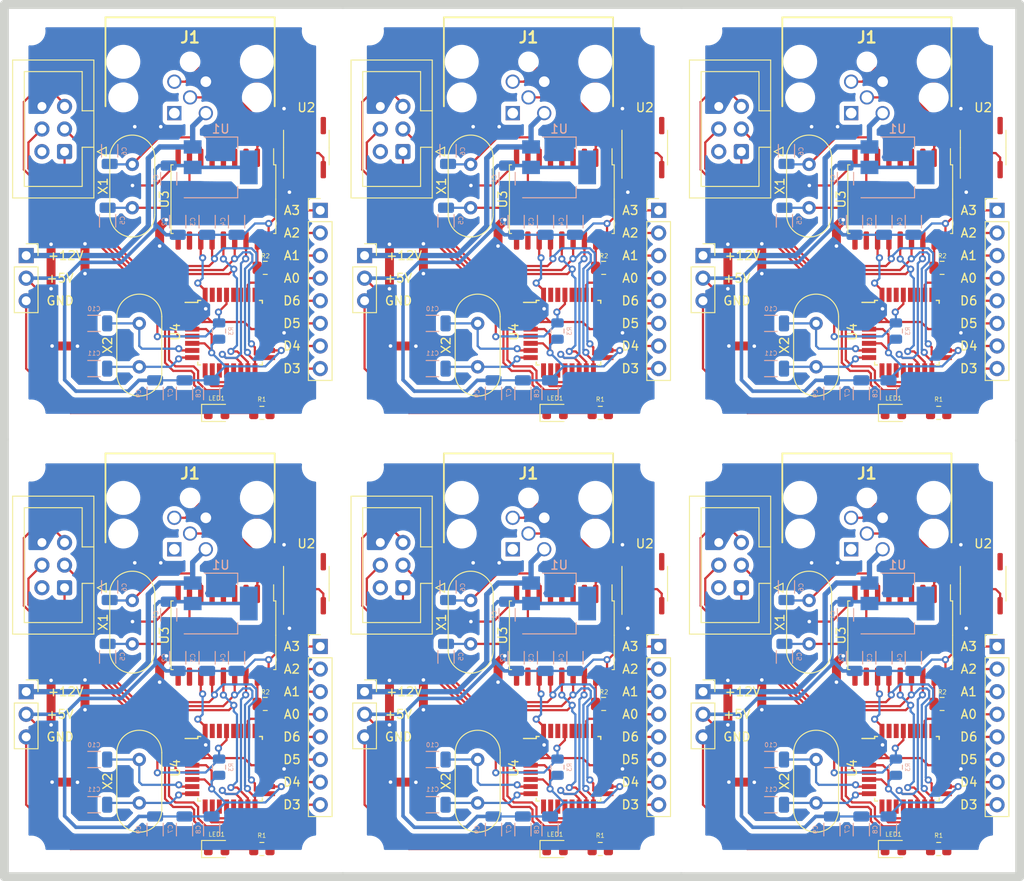
<source format=kicad_pcb>
(kicad_pcb (version 20211014) (generator pcbnew)
  (layers (0 "F.Cu" signal) (31 "B.Cu" signal) (34 "B.Paste" user) (35 "F.Paste" user) (36 "B.SilkS" user "B.Silkscreen") (37 "F.SilkS" user "F.Silkscreen") (38 "B.Mask" user) (39 "F.Mask" user) (44 "Edge.Cuts" user))
  (net 0 "")
  (net 1 "+5V")
  (net 2 "GND")
  (net 3 "U4_D3")
  (net 11 "D2_INT")
  (net 12 "U4_D13_SCK")
  (net 13 "U4_D4")
  (net 14 "U4_D6")
  (net 15 "U4_A0")
  (net 22 "U4_A1")
  (net 23 "U4_A2")
  (net 24 "U4_A3")
  (net 27 "U4_D5")
  (net 28 "/U2_U3_TXD")
  (net 29 "+12V")
  (net 30 "/U2_U3_RXD")
  (net 31 "/U3_RESET")
  (net 32 "U4_RXD")
  (net 33 "U4_TXD")
  (net 34 "/U3_OSC_2")
  (net 35 "/U3_OSC_1")
  (net 36 "/U4_OSC_1")
  (net 37 "/LED1")
  (net 38 "/U4_OSC_2")
  (net 40 "U4_D11_MOSI")
  (net 41 "U4_D12_MISO")
  (net 42 "D10_CS")
  (net 43 "U4_RST")
  (net 44 "CAN_L")
  (net 45 "CAN_H")
  (footprint "Crystal:Crystal_HC49-4H_Vertical" (layer "F.Cu") (at 27.8526 80.4651 -90)
    (fp_text reference "X1")
    (fp_text value "16MHz" hide)
  )
  (footprint "MountingHole:MountingHole_2.2mm_M2" (layer "F.Cu") (at 48.5 16.494)
    (fp_text reference "REF**" hide)
    (fp_text value "MountingHole_2.2mm_M2" hide)
  )
  (footprint "Package_SO:SOIC-18W_7.5x11.6mm_P1.27mm" (layer "F.Cu") (at 38.086 35.376 -90)
    (fp_text reference "U3")
    (fp_text value "MCP2515-xSO" hide)
  )
  (footprint "Connector_IDC:IDC-Header_2x03_P2.54mm_Vertical" (layer "F.Cu") (at 58.2485 30.035 180)
    (fp_text reference "J3" hide)
    (fp_text value "Conn_02x03_Odd_Even" hide)
  )
  (footprint "Package_SO:SOIC-8_3.9x4.9mm_P1.27mm" (layer "F.Cu") (at 123.4 78.584 90)
    (fp_text reference "U2")
    (fp_text value "TJA1051T" hide)
  )
  (footprint "Package_SO:SOIC-18W_7.5x11.6mm_P1.27mm" (layer "F.Cu") (at 76.086 35.376 -90)
    (fp_text reference "U3")
    (fp_text value "MCP2515-xSO" hide)
  )
  (footprint "Crystal:Crystal_HC49-4H_Vertical" (layer "F.Cu") (at 103.8526 80.4651 -90)
    (fp_text reference "X1")
    (fp_text value "16MHz" hide)
  )
  (footprint "Package_QFP:TQFP-32_7x7mm_P0.8mm" (layer "F.Cu") (at 76.836 50.376)
    (fp_text reference "U4")
    (fp_text value "ATmega328P-A" hide)
  )
  (footprint "Package_QFP:TQFP-32_7x7mm_P0.8mm" (layer "F.Cu") (at 76.836 99.376)
    (fp_text reference "U4")
    (fp_text value "ATmega328P-A" hide)
  )
  (footprint "CAN_ATmega:Connector_female" (layer "F.Cu") (at 69.18 44.254)
    (fp_text reference "J4" hide)
    (fp_text value "Connector_female" hide)
  )
  (footprint "Package_SO:SOIC-8_3.9x4.9mm_P1.27mm" (layer "F.Cu") (at 47.4 78.584 90)
    (fp_text reference "U2")
    (fp_text value "TJA1051T" hide)
  )
  (footprint "LED_SMD:LED_0805_2012Metric" (layer "F.Cu") (at 37.325 108.394)
    (fp_text reference "LED1")
    (fp_text value "Green" hide)
  )
  (footprint "MountingHole:MountingHole_2.2mm_M2" (layer "F.Cu") (at 124.5 65.494)
    (fp_text reference "REF**" hide)
    (fp_text value "MountingHole_2.2mm_M2" hide)
  )
  (footprint "Resistor_SMD:R_0805_2012Metric" (layer "F.Cu") (at 118.7875 92.094)
    (fp_text reference "R2")
    (fp_text value "10K" hide)
  )
  (footprint "MountingHole:MountingHole_2.2mm_M2" (layer "F.Cu") (at 54.5 16.494)
    (fp_text reference "REF**" hide)
    (fp_text value "MountingHole_2.2mm_M2" hide)
  )
  (footprint "Resistor_SMD:R_0805_2012Metric" (layer "F.Cu") (at 42.405 59.394 180)
    (fp_text reference "R1")
    (fp_text value "1K" hide)
  )
  (footprint "Crystal:Crystal_HC49-4H_Vertical" (layer "F.Cu") (at 28.64 98.334 -90)
    (fp_text reference "X2")
    (fp_text value "16MHz" hide)
  )
  (footprint "Package_SO:SOIC-18W_7.5x11.6mm_P1.27mm" (layer "F.Cu") (at 76.086 84.376 -90)
    (fp_text reference "U3")
    (fp_text value "MCP2515-xSO" hide)
  )
  (footprint "Resistor_SMD:R_0805_2012Metric" (layer "F.Cu") (at 80.7875 92.094)
    (fp_text reference "R2")
    (fp_text value "10K" hide)
  )
  (footprint "Crystal:Crystal_HC49-4H_Vertical" (layer "F.Cu") (at 65.8526 80.4651 -90)
    (fp_text reference "X1")
    (fp_text value "16MHz" hide)
  )
  (footprint "Resistor_SMD:R_0805_2012Metric" (layer "F.Cu") (at 118.405 108.394 180)
    (fp_text reference "R1")
    (fp_text value "1K" hide)
  )
  (footprint "MountingHole:MountingHole_2.2mm_M2" (layer "F.Cu") (at 92.5 108.494)
    (fp_text reference "REF**" hide)
    (fp_text value "MountingHole_2.2mm_M2" hide)
  )
  (footprint "LED_SMD:LED_0805_2012Metric" (layer "F.Cu") (at 75.325 59.394)
    (fp_text reference "LED1")
    (fp_text value "Green" hide)
  )
  (footprint "mouser:4301207" (layer "F.Cu") (at 32.577 74.712)
    (fp_text reference "J1")
    (fp_text value "Screw_Terminal_01x05" hide)
  )
  (footprint "LED_SMD:LED_0805_2012Metric" (layer "F.Cu") (at 37.325 59.394)
    (fp_text reference "LED1")
    (fp_text value "Green" hide)
  )
  (footprint "Connector_IDC:IDC-Header_2x03_P2.54mm_Vertical" (layer "F.Cu") (at 20.2485 79.035 180)
    (fp_text reference "J3" hide)
    (fp_text value "Conn_02x03_Odd_Even" hide)
  )
  (footprint "Package_SO:SOIC-8_3.9x4.9mm_P1.27mm" (layer "F.Cu") (at 85.4 78.584 90)
    (fp_text reference "U2")
    (fp_text value "TJA1051T" hide)
  )
  (footprint "MountingHole:MountingHole_2.2mm_M2" (layer "F.Cu") (at 86.5 65.494)
    (fp_text reference "REF**" hide)
    (fp_text value "MountingHole_2.2mm_M2" hide)
  )
  (footprint "Resistor_SMD:R_0805_2012Metric" (layer "F.Cu") (at 118.7875 43.094)
    (fp_text reference "R2")
    (fp_text value "10K" hide)
  )
  (footprint "MountingHole:MountingHole_2.2mm_M2" (layer "F.Cu") (at 16.5 59.494)
    (fp_text reference "REF**" hide)
    (fp_text value "MountingHole_2.2mm_M2" hide)
  )
  (footprint "MountingHole:MountingHole_2.2mm_M2" (layer "F.Cu") (at 16.5 16.494)
    (fp_text reference "REF**" hide)
    (fp_text value "MountingHole_2.2mm_M2" hide)
  )
  (footprint "mouser:4301207" (layer "F.Cu") (at 32.577 25.712)
    (fp_text reference "J1")
    (fp_text value "Screw_Terminal_01x05" hide)
  )
  (footprint "Resistor_SMD:R_0805_2012Metric" (layer "F.Cu") (at 42.7875 92.094)
    (fp_text reference "R2")
    (fp_text value "10K" hide)
  )
  (footprint "Package_SO:SOIC-8_3.9x4.9mm_P1.27mm" (layer "F.Cu") (at 85.4 29.584 90)
    (fp_text reference "U2")
    (fp_text value "TJA1051T" hide)
  )
  (footprint "CAN_ATmega:Connector_female" (layer "F.Cu") (at 107.18 44.254)
    (fp_text reference "J4" hide)
    (fp_text value "Connector_female" hide)
  )
  (footprint "MountingHole:MountingHole_2.2mm_M2" (layer "F.Cu") (at 86.5 59.494)
    (fp_text reference "REF**" hide)
    (fp_text value "MountingHole_2.2mm_M2" hide)
  )
  (footprint "LED_SMD:LED_0805_2012Metric" (layer "F.Cu") (at 113.325 59.394)
    (fp_text reference "LED1")
    (fp_text value "Green" hide)
  )
  (footprint "MountingHole:MountingHole_2.2mm_M2" (layer "F.Cu") (at 54.5 108.494)
    (fp_text reference "REF**" hide)
    (fp_text value "MountingHole_2.2mm_M2" hide)
  )
  (footprint "MountingHole:MountingHole_2.2mm_M2" (layer "F.Cu") (at 54.5 59.494)
    (fp_text reference "REF**" hide)
    (fp_text value "MountingHole_2.2mm_M2" hide)
  )
  (footprint "Package_QFP:TQFP-32_7x7mm_P0.8mm" (layer "F.Cu") (at 114.836 99.376)
    (fp_text reference "U4")
    (fp_text value "ATmega328P-A" hide)
  )
  (footprint "MountingHole:MountingHole_2.2mm_M2" (layer "F.Cu") (at 54.5 65.494)
    (fp_text reference "REF**" hide)
    (fp_text value "MountingHole_2.2mm_M2" hide)
  )
  (footprint "Crystal:Crystal_HC49-4H_Vertical" (layer "F.Cu") (at 27.8526 31.4651 -90)
    (fp_text reference "X1")
    (fp_text value "16MHz" hide)
  )
  (footprint "Connector_IDC:IDC-Header_2x03_P2.54mm_Vertical" (layer "F.Cu") (at 20.2485 30.035 180)
    (fp_text reference "J3" hide)
    (fp_text value "Conn_02x03_Odd_Even" hide)
  )
  (footprint "Package_QFP:TQFP-32_7x7mm_P0.8mm" (layer "F.Cu") (at 38.836 50.376)
    (fp_text reference "U4")
    (fp_text value "ATmega328P-A" hide)
  )
  (footprint "mouser:4301207" (layer "F.Cu") (at 70.577 25.712)
    (fp_text reference "J1")
    (fp_text value "Screw_Terminal_01x05" hide)
  )
  (footprint "Package_SO:SOIC-18W_7.5x11.6mm_P1.27mm" (layer "F.Cu") (at 114.086 35.376 -90)
    (fp_text reference "U3")
    (fp_text value "MCP2515-xSO" hide)
  )
  (footprint "Connector_IDC:IDC-Header_2x03_P2.54mm_Vertical" (layer "F.Cu") (at 96.2485 30.035 180)
    (fp_text reference "J3" hide)
    (fp_text value "Conn_02x03_Odd_Even" hide)
  )
  (footprint "MountingHole:MountingHole_2.2mm_M2" (layer "F.Cu") (at 86.5 108.494)
    (fp_text reference "REF**" hide)
    (fp_text value "MountingHole_2.2mm_M2" hide)
  )
  (footprint "Resistor_SMD:R_0805_2012Metric" (layer "F.Cu") (at 42.405 108.394 180)
    (fp_text reference "R1")
    (fp_text value "1K" hide)
  )
  (footprint "CAN_ATmega:Connector_female" (layer "F.Cu") (at 31.18 44.254)
    (fp_text reference "J4" hide)
    (fp_text value "Connector_female" hide)
  )
  (footprint "Crystal:Crystal_HC49-4H_Vertical" (layer "F.Cu") (at 66.64 98.334 -90)
    (fp_text reference "X2")
    (fp_text value "16MHz" hide)
  )
  (footprint "MountingHole:MountingHole_2.2mm_M2" (layer "F.Cu") (at 92.5 65.494)
    (fp_text reference "REF**" hide)
    (fp_text value "MountingHole_2.2mm_M2" hide)
  )
  (footprint "Resistor_SMD:R_0805_2012Metric" (layer "F.Cu") (at 42.7875 43.094)
    (fp_text reference "R2")
    (fp_text value "10K" hide)
  )
  (footprint "mouser:4301207" (layer "F.Cu") (at 70.577 74.712)
    (fp_text reference "J1")
    (fp_text value "Screw_Terminal_01x05" hide)
  )
  (footprint "MountingHole:MountingHole_2.2mm_M2" (layer "F.Cu") (at 16.5 108.494)
    (fp_text reference "REF**" hide)
    (fp_text value "MountingHole_2.2mm_M2" hide)
  )
  (footprint "Resistor_SMD:R_0805_2012Metric" (layer "F.Cu") (at 80.405 108.394 180)
    (fp_text reference "R1")
    (fp_text value "1K" hide)
  )
  (footprint "LED_SMD:LED_0805_2012Metric" (layer "F.Cu") (at 75.325 108.394)
    (fp_text reference "LED1")
    (fp_text value "Green" hide)
  )
  (footprint "Crystal:Crystal_HC49-4H_Vertical" (layer "F.Cu") (at 66.64 49.334 -90)
    (fp_text reference "X2")
    (fp_text value "16MHz" hide)
  )
  (footprint "MountingHole:MountingHole_2.2mm_M2" (layer "F.Cu") (at 16.5 65.494)
    (fp_text reference "REF**" hide)
    (fp_text value "MountingHole_2.2mm_M2" hide)
  )
  (footprint "MountingHole:MountingHole_2.2mm_M2" (layer "F.Cu") (at 86.5 16.494)
    (fp_text reference "REF**" hide)
    (fp_text value "MountingHole_2.2mm_M2" hide)
  )
  (footprint "mouser:4301207" (layer "F.Cu") (at 108.577 74.712)
    (fp_text reference "J1")
    (fp_text value "Screw_Terminal_01x05" hide)
  )
  (footprint "MountingHole:MountingHole_2.2mm_M2" (layer "F.Cu") (at 92.5 16.494)
    (fp_text reference "REF**" hide)
    (fp_text value "MountingHole_2.2mm_M2" hide)
  )
  (footprint "mouser:4301207" (layer "F.Cu") (at 108.577 25.712)
    (fp_text reference "J1")
    (fp_text value "Screw_Terminal_01x05" hide)
  )
  (footprint "Crystal:Crystal_HC49-4H_Vertical" (layer "F.Cu") (at 65.8526 31.4651 -90)
    (fp_text reference "X1")
    (fp_text value "16MHz" hide)
  )
  (footprint "CAN_ATmega:Connector_female" (layer "F.Cu") (at 31.18 93.254)
    (fp_text reference "J4" hide)
    (fp_text value "Connector_female" hide)
  )
  (footprint "Package_SO:SOIC-8_3.9x4.9mm_P1.27mm" (layer "F.Cu") (at 123.4 29.584 90)
    (fp_text reference "U2")
    (fp_text value "TJA1051T" hide)
  )
  (footprint "Package_QFP:TQFP-32_7x7mm_P0.8mm" (layer "F.Cu") (at 114.836 50.376)
    (fp_text reference "U4")
    (fp_text value "ATmega328P-A" hide)
  )
  (footprint "Crystal:Crystal_HC49-4H_Vertical" (layer "F.Cu") (at 103.8526 31.4651 -90)
    (fp_text reference "X1")
    (fp_text value "16MHz" hide)
  )
  (footprint "Resistor_SMD:R_0805_2012Metric" (layer "F.Cu") (at 80.405 59.394 180)
    (fp_text reference "R1")
    (fp_text value "1K" hide)
  )
  (footprint "Package_SO:SOIC-18W_7.5x11.6mm_P1.27mm" (layer "F.Cu") (at 38.086 84.376 -90)
    (fp_text reference "U3")
    (fp_text value "MCP2515-xSO" hide)
  )
  (footprint "Package_QFP:TQFP-32_7x7mm_P0.8mm" (layer "F.Cu") (at 38.836 99.376)
    (fp_text reference "U4")
    (fp_text value "ATmega328P-A" hide)
  )
  (footprint "MountingHole:MountingHole_2.2mm_M2" (layer "F.Cu") (at 48.5 65.494)
    (fp_text reference "REF**" hide)
    (fp_text value "MountingHole_2.2mm_M2" hide)
  )
  (footprint "Resistor_SMD:R_0805_2012Metric" (layer "F.Cu") (at 118.405 59.394 180)
    (fp_text reference "R1")
    (fp_text value "1K" hide)
  )
  (footprint "Crystal:Crystal_HC49-4H_Vertical" (layer "F.Cu") (at 104.64 49.334 -90)
    (fp_text reference "X2")
    (fp_text value "16MHz" hide)
  )
  (footprint "Connector_IDC:IDC-Header_2x03_P2.54mm_Vertical" (layer "F.Cu") (at 58.2485 79.035 180)
    (fp_text reference "J3" hide)
    (fp_text value "Conn_02x03_Odd_Even" hide)
  )
  (footprint "LED_SMD:LED_0805_2012Metric" (layer "F.Cu") (at 113.325 108.394)
    (fp_text reference "LED1")
    (fp_text value "Green" hide)
  )
  (footprint "CAN_ATmega:Connector_female" (layer "F.Cu") (at 69.18 93.254)
    (fp_text reference "J4" hide)
    (fp_text value "Connector_female" hide)
  )
  (footprint "MountingHole:MountingHole_2.2mm_M2" (layer "F.Cu") (at 124.5 16.494)
    (fp_text reference "REF**" hide)
    (fp_text value "MountingHole_2.2mm_M2" hide)
  )
  (footprint "Crystal:Crystal_HC49-4H_Vertical" (layer "F.Cu") (at 28.64 49.334 -90)
    (fp_text reference "X2")
    (fp_text value "16MHz" hide)
  )
  (footprint "MountingHole:MountingHole_2.2mm_M2" (layer "F.Cu") (at 124.5 59.494)
    (fp_text reference "REF**" hide)
    (fp_text value "MountingHole_2.2mm_M2" hide)
  )
  (footprint "MountingHole:MountingHole_2.2mm_M2" (layer "F.Cu") (at 92.5 59.494)
    (fp_text reference "REF**" hide)
    (fp_text value "MountingHole_2.2mm_M2" hide)
  )
  (footprint "Crystal:Crystal_HC49-4H_Vertical" (layer "F.Cu") (at 104.64 98.334 -90)
    (fp_text reference "X2")
    (fp_text value "16MHz" hide)
  )
  (footprint "Resistor_SMD:R_0805_2012Metric" (layer "F.Cu") (at 80.7875 43.094)
    (fp_text reference "R2")
    (fp_text value "10K" hide)
  )
  (footprint "MountingHole:MountingHole_2.2mm_M2" (layer "F.Cu") (at 48.5 108.494)
    (fp_text reference "REF**" hide)
    (fp_text value "MountingHole_2.2mm_M2" hide)
  )
  (footprint "Connector_IDC:IDC-Header_2x03_P2.54mm_Vertical" (layer "F.Cu") (at 96.2485 79.035 180)
    (fp_text reference "J3" hide)
    (fp_text value "Conn_02x03_Odd_Even" hide)
  )
  (footprint "Package_SO:SOIC-8_3.9x4.9mm_P1.27mm" (layer "F.Cu") (at 47.4 29.584 90)
    (fp_text reference "U2")
    (fp_text value "TJA1051T" hide)
  )
  (footprint "CAN_ATmega:Connector_female" (layer "F.Cu") (at 107.18 93.254)
    (fp_text reference "J4" hide)
    (fp_text value "Connector_female" hide)
  )
  (footprint "Package_SO:SOIC-18W_7.5x11.6mm_P1.27mm" (layer "F.Cu") (at 114.086 84.376 -90)
    (fp_text reference "U3")
    (fp_text value "MCP2515-xSO" hide)
  )
  (footprint "MountingHole:MountingHole_2.2mm_M2" (layer "F.Cu") (at 124.5 108.494)
    (fp_text reference "REF**" hide)
    (fp_text value "MountingHole_2.2mm_M2" hide)
  )
  (footprint "MountingHole:MountingHole_2.2mm_M2" (layer "F.Cu") (at 48.5 59.494)
    (fp_text reference "REF**" hide)
    (fp_text value "MountingHole_2.2mm_M2" hide)
  )
  (footprint "Capacitor_SMD:C_1206_3216Metric" (layer "B.Cu") (at 70.958 37.904 90)
    (fp_text reference "C2")
    (fp_text value "10uF/16V" hide)
  )
  (footprint "Capacitor_SMD:C_1206_3216Metric" (layer "B.Cu") (at 68.418 57.208 -90)
    (fp_text reference "C9")
    (fp_text value "0.1uF" hide)
  )
  (footprint "Capacitor_SMD:C_1206_3216Metric" (layer "B.Cu") (at 71.72 57.208 -90)
    (fp_text reference "C7")
    (fp_text value "0.1uF" hide)
  )
  (footprint "Package_TO_SOT_SMD:SOT-223" (layer "B.Cu") (at 75.784 80.808)
    (fp_text reference "U1")
    (fp_text value "LM1117-5.0" hide)
  )
  (footprint "Capacitor_SMD:C_1206_3216Metric" (layer "B.Cu") (at 101.084 37.8151 90)
    (fp_text reference "C5")
    (fp_text value "22PF" hide)
  )
  (footprint "Capacitor_SMD:C_1206_3216Metric" (layer "B.Cu") (at 23.56 98.334 180)
    (fp_text reference "C10")
    (fp_text value "22PF" hide)
  )
  (footprint "Capacitor_SMD:C_1206_3216Metric" (layer "B.Cu") (at 23.56 103.414)
    (fp_text reference "C11")
    (fp_text value "22PF" hide)
  )
  (footprint "Resistor_SMD:R_0805_2012Metric" (layer "B.Cu") (at 75.6 99.194 90)
    (fp_text reference "R3")
    (fp_text value "10K" hide)
  )
  (footprint "Capacitor_SMD:C_1206_3216Metric" (layer "B.Cu") (at 77.562 37.904 90)
    (fp_text reference "C4")
    (fp_text value "0.1uF" hide)
  )
  (footprint "Capacitor_SMD:C_1206_3216Metric" (layer "B.Cu") (at 63.084 37.8151 90)
    (fp_text reference "C5")
    (fp_text value "22PF" hide)
  )
  (footprint "Capacitor_SMD:C_1206_3216Metric" (layer "B.Cu") (at 30.418 57.208 -90)
    (fp_text reference "C9")
    (fp_text value "0.1uF" hide)
  )
  (footprint "Capacitor_SMD:C_1206_3216Metric" (layer "B.Cu") (at 106.418 106.208 -90)
    (fp_text reference "C9")
    (fp_text value "0.1uF" hide)
  )
  (footprint "Capacitor_SMD:C_1206_3216Metric" (layer "B.Cu") (at 74.768 57.208 -90)
    (fp_text reference "C8")
    (fp_text value "10uF/16V" hide)
  )
  (footprint "Capacitor_SMD:C_1206_3216Metric" (layer "B.Cu") (at 112.26 37.904 90)
    (fp_text reference "C3")
    (fp_text value "0.1uF" hide)
  )
  (footprint "Capacitor_SMD:C_1206_3216Metric" (layer "B.Cu") (at 107.942 33.078 -90)
    (fp_text reference "C1")
    (fp_text value "1uF" hide)
  )
  (footprint "Capacitor_SMD:C_1206_3216Metric" (layer "B.Cu") (at 99.56 54.414)
    (fp_text reference "C11")
    (fp_text value "22PF" hide)
  )
  (footprint "Capacitor_SMD:C_1206_3216Metric" (layer "B.Cu") (at 74.768 106.208 -90)
    (fp_text reference "C8")
    (fp_text value "10uF/16V" hide)
  )
  (footprint "Capacitor_SMD:C_1206_3216Metric" (layer "B.Cu") (at 36.26 37.904 90)
    (fp_text reference "C3")
    (fp_text value "0.1uF" hide)
  )
  (footprint "Capacitor_SMD:C_1206_3216Metric" (layer "B.Cu") (at 32.958 37.904 90)
    (fp_text reference "C2")
    (fp_text value "10uF/16V" hide)
  )
  (footprint "Capacitor_SMD:C_1206_3216Metric" (layer "B.Cu") (at 33.72 57.208 -90)
    (fp_text reference "C7")
    (fp_text value "0.1uF" hide)
  )
  (footprint "Capacitor_SMD:C_1206_3216Metric" (layer "B.Cu") (at 23.56 49.334 180)
    (fp_text reference "C10")
    (fp_text value "22PF" hide)
  )
  (footprint "Capacitor_SMD:C_1206_3216Metric" (layer "B.Cu") (at 69.942 82.078 -90)
    (fp_text reference "C1")
    (fp_text value "1uF" hide)
  )
  (footprint "Capacitor_SMD:C_1206_3216Metric" (layer "B.Cu") (at 112.26 86.904 90)
    (fp_text reference "C3")
    (fp_text value "0.1uF" hide)
  )
  (footprint "Capacitor_SMD:C_1206_3216Metric" (layer "B.Cu") (at 74.26 37.904 90)
    (fp_text reference "C3")
    (fp_text value "0.1uF" hide)
  )
  (footprint "Capacitor_SMD:C_1206_3216Metric" (layer "B.Cu") (at 108.958 37.904 90)
    (fp_text reference "C2")
    (fp_text value "10uF/16V" hide)
  )
  (footprint "Capacitor_SMD:C_1206_3216Metric" (layer "B.Cu") (at 61.56 98.334 180)
    (fp_text reference "C10")
    (fp_text value "22PF" hide)
  )
  (footprint "Capacitor_SMD:C_1206_3216Metric" (layer "B.Cu") (at 68.418 106.208 -90)
    (fp_text reference "C9")
    (fp_text value "0.1uF" hide)
  )
  (footprint "Capacitor_SMD:C_1206_3216Metric" (layer "B.Cu") (at 101.3126 29.9411 -90)
    (fp_text reference "C6")
    (fp_text value "22PF" hide)
  )
  (footprint "Capacitor_SMD:C_1206_3216Metric" (layer "B.Cu") (at 70.958 86.904 90)
    (fp_text reference "C2")
    (fp_text value "10uF/16V" hide)
  )
  (footprint "Capacitor_SMD:C_1206_3216Metric" (layer "B.Cu") (at 99.56 103.414)
    (fp_text reference "C11")
    (fp_text value "22PF" hide)
  )
  (footprint "Capacitor_SMD:C_1206_3216Metric" (layer "B.Cu") (at 108.958 86.904 90)
    (fp_text reference "C2")
    (fp_text value "10uF/16V" hide)
  )
  (footprint "Capacitor_SMD:C_1206_3216Metric" (layer "B.Cu") (at 63.3126 29.9411 -90)
    (fp_text reference "C6")
    (fp_text value "22PF" hide)
  )
  (footprint "Capacitor_SMD:C_1206_3216Metric" (layer "B.Cu") (at 61.56 103.414)
    (fp_text reference "C11")
    (fp_text value "22PF" hide)
  )
  (footprint "Package_TO_SOT_SMD:SOT-223" (layer "B.Cu") (at 37.784 31.808)
    (fp_text reference "U1")
    (fp_text value "LM1117-5.0" hide)
  )
  (footprint "Capacitor_SMD:C_1206_3216Metric" (layer "B.Cu") (at 36.768 57.208 -90)
    (fp_text reference "C8")
    (fp_text value "10uF/16V" hide)
  )
  (footprint "Capacitor_SMD:C_1206_3216Metric" (layer "B.Cu") (at 61.56 49.334 180)
    (fp_text reference "C10")
    (fp_text value "22PF" hide)
  )
  (footprint "Capacitor_SMD:C_1206_3216Metric" (layer "B.Cu") (at 39.562 37.904 90)
    (fp_text reference "C4")
    (fp_text value "0.1uF" hide)
  )
  (footprint "Package_TO_SOT_SMD:SOT-223" (layer "B.Cu") (at 113.784 80.808)
    (fp_text reference "U1")
    (fp_text value "LM1117-5.0" hide)
  )
  (footprint "Capacitor_SMD:C_1206_3216Metric" (layer "B.Cu") (at 39.562 86.904 90)
    (fp_text reference "C4")
    (fp_text value "0.1uF" hide)
  )
  (footprint "Capacitor_SMD:C_1206_3216Metric" (layer "B.Cu") (at 106.418 57.208 -90)
    (fp_text reference "C9")
    (fp_text value "0.1uF" hide)
  )
  (footprint "Capacitor_SMD:C_1206_3216Metric" (layer "B.Cu") (at 30.418 106.208 -90)
    (fp_text reference "C9")
    (fp_text value "0.1uF" hide)
  )
  (footprint "Resistor_SMD:R_0805_2012Metric" (layer "B.Cu") (at 75.6 50.194 90)
    (fp_text reference "R3")
    (fp_text value "10K" hide)
  )
  (footprint "Capacitor_SMD:C_1206_3216Metric" (layer "B.Cu") (at 25.3126 29.9411 -90)
    (fp_text reference "C6")
    (fp_text value "22PF" hide)
  )
  (footprint "Capacitor_SMD:C_1206_3216Metric" (layer "B.Cu") (at 36.768 106.208 -90)
    (fp_text reference "C8")
    (fp_text value "10uF/16V" hide)
  )
  (footprint "Capacitor_SMD:C_1206_3216Metric" (layer "B.Cu") (at 23.56 54.414)
    (fp_text reference "C11")
    (fp_text value "22PF" hide)
  )
  (footprint "Capacitor_SMD:C_1206_3216Metric" (layer "B.Cu") (at 115.562 86.904 90)
    (fp_text reference "C4")
    (fp_text value "0.1uF" hide)
  )
  (footprint "Capacitor_SMD:C_1206_3216Metric" (layer "B.Cu") (at 69.942 33.078 -90)
    (fp_text reference "C1")
    (fp_text value "1uF" hide)
  )
  (footprint "Capacitor_SMD:C_1206_3216Metric" (layer "B.Cu") (at 36.26 86.904 90)
    (fp_text reference "C3")
    (fp_text value "0.1uF" hide)
  )
  (footprint "Capacitor_SMD:C_1206_3216Metric" (layer "B.Cu") (at 31.942 82.078 -90)
    (fp_text reference "C1")
    (fp_text value "1uF" hide)
  )
  (footprint "Capacitor_SMD:C_1206_3216Metric" (layer "B.Cu") (at 32.958 86.904 90)
    (fp_text reference "C2")
    (fp_text value "10uF/16V" hide)
  )
  (footprint "Capacitor_SMD:C_1206_3216Metric" (layer "B.Cu") (at 115.562 37.904 90)
    (fp_text reference "C4")
    (fp_text value "0.1uF" hide)
  )
  (footprint "Capacitor_SMD:C_1206_3216Metric" (layer "B.Cu") (at 74.26 86.904 90)
    (fp_text reference "C3")
    (fp_text value "0.1uF" hide)
  )
  (footprint "Capacitor_SMD:C_1206_3216Metric" (layer "B.Cu") (at 25.3126 78.9411 -90)
    (fp_text reference "C6")
    (fp_text value "22PF" hide)
  )
  (footprint "Resistor_SMD:R_0805_2012Metric" (layer "B.Cu") (at 37.6 50.194 90)
    (fp_text reference "R3")
    (fp_text value "10K" hide)
  )
  (footprint "Capacitor_SMD:C_1206_3216Metric" (layer "B.Cu") (at 101.3126 78.9411 -90)
    (fp_text reference "C6")
    (fp_text value "22PF" hide)
  )
  (footprint "Capacitor_SMD:C_1206_3216Metric" (layer "B.Cu") (at 112.768 106.208 -90)
    (fp_text reference "C8")
    (fp_text value "10uF/16V" hide)
  )
  (footprint "Capacitor_SMD:C_1206_3216Metric" (layer "B.Cu") (at 61.56 54.414)
    (fp_text reference "C11")
    (fp_text value "22PF" hide)
  )
  (footprint "Capacitor_SMD:C_1206_3216Metric" (layer "B.Cu") (at 99.56 49.334 180)
    (fp_text reference "C10")
    (fp_text value "22PF" hide)
  )
  (footprint "Capacitor_SMD:C_1206_3216Metric" (layer "B.Cu") (at 71.72 106.208 -90)
    (fp_text reference "C7")
    (fp_text value "0.1uF" hide)
  )
  (footprint "Capacitor_SMD:C_1206_3216Metric" (layer "B.Cu") (at 107.942 82.078 -90)
    (fp_text reference "C1")
    (fp_text value "1uF" hide)
  )
  (footprint "Capacitor_SMD:C_1206_3216Metric" (layer "B.Cu") (at 63.084 86.8151 90)
    (fp_text reference "C5")
    (fp_text value "22PF" hide)
  )
  (footprint "Package_TO_SOT_SMD:SOT-223" (layer "B.Cu") (at 75.784 31.808)
    (fp_text reference "U1")
    (fp_text value "LM1117-5.0" hide)
  )
  (footprint "Resistor_SMD:R_0805_2012Metric" (layer "B.Cu") (at 37.6 99.194 90)
    (fp_text reference "R3")
    (fp_text value "10K" hide)
  )
  (footprint "Capacitor_SMD:C_1206_3216Metric" (layer "B.Cu") (at 112.768 57.208 -90)
    (fp_text reference "C8")
    (fp_text value "10uF/16V" hide)
  )
  (footprint "Capacitor_SMD:C_1206_3216Metric" (layer "B.Cu") (at 31.942 33.078 -90)
    (fp_text reference "C1")
    (fp_text value "1uF" hide)
  )
  (footprint "Capacitor_SMD:C_1206_3216Metric" (layer "B.Cu") (at 99.56 98.334 180)
    (fp_text reference "C10")
    (fp_text value "22PF" hide)
  )
  (footprint "Package_TO_SOT_SMD:SOT-223" (layer "B.Cu") (at 113.784 31.808)
    (fp_text reference "U1")
    (fp_text value "LM1117-5.0" hide)
  )
  (footprint "Capacitor_SMD:C_1206_3216Metric" (layer "B.Cu") (at 63.3126 78.9411 -90)
    (fp_text reference "C6")
    (fp_text value "22PF" hide)
  )
  (footprint "Capacitor_SMD:C_1206_3216Metric" (layer "B.Cu") (at 25.084 86.8151 90)
    (fp_text reference "C5")
    (fp_text value "22PF" hide)
  )
  (footprint "Capacitor_SMD:C_1206_3216Metric" (layer "B.Cu") (at 101.084 86.8151 90)
    (fp_text reference "C5")
    (fp_text value "22PF" hide)
  )
  (footprint "Capacitor_SMD:C_1206_3216Metric" (layer "B.Cu") (at 109.72 106.208 -90)
    (fp_text reference "C7")
    (fp_text value "0.1uF" hide)
  )
  (footprint "Capacitor_SMD:C_1206_3216Metric" (layer "B.Cu") (at 33.72 106.208 -90)
    (fp_text reference "C7")
    (fp_text value "0.1uF" hide)
  )
  (footprint "Package_TO_SOT_SMD:SOT-223" (layer "B.Cu") (at 37.784 80.808)
    (fp_text reference "U1")
    (fp_text value "LM1117-5.0" hide)
  )
  (footprint "Capacitor_SMD:C_1206_3216Metric" (layer "B.Cu") (at 77.562 86.904 90)
    (fp_text reference "C4")
    (fp_text value "0.1uF" hide)
  )
  (footprint "Capacitor_SMD:C_1206_3216Metric" (layer "B.Cu") (at 109.72 57.208 -90)
    (fp_text reference "C7")
    (fp_text value "0.1uF" hide)
  )
  (footprint "Resistor_SMD:R_0805_2012Metric" (layer "B.Cu") (at 113.6 99.194 90)
    (fp_text reference "R3")
    (fp_text value "10K" hide)
  )
  (footprint "Resistor_SMD:R_0805_2012Metric" (layer "B.Cu") (at 113.6 50.194 90)
    (fp_text reference "R3")
    (fp_text value "10K" hide)
  )
  (footprint "Capacitor_SMD:C_1206_3216Metric" (layer "B.Cu") (at 25.084 37.8151 90)
    (fp_text reference "C5")
    (fp_text value "22PF" hide)
  )
  (gr_line (start 13.5 62.4) (end 13.5 111.5) (layer "Edge.Cuts") (width 1))
  (gr_line (start 127.5 62.5) (end 127.5 111.5) (layer "Edge.Cuts") (width 1))
  (gr_line (start 13.5 13.5) (end 13.5 62.4) (layer "Edge.Cuts") (width 1))
  (gr_line (start 127.5 13.5) (end 127.5 62.5) (layer "Edge.Cuts") (width 1))
  (gr_line (start 51.5 111.5) (end 89.5 111.5) (layer "Edge.Cuts") (width 1))
  (gr_line (start 13.5 111.5) (end 51.5 111.5) (layer "Edge.Cuts") (width 1))
  (gr_line (start 89.5 111.5) (end 127.5 111.5) (layer "Edge.Cuts") (width 1))
  (gr_line (start 89.5 13.5) (end 127.5 13.5) (layer "Edge.Cuts") (width 1))
  (gr_line (start 51.5 13.5) (end 89.5 13.5) (layer "Edge.Cuts") (width 1))
  (gr_line (start 13.5 13.5) (end 51.5 13.5) (layer "Edge.Cuts") (width 1))
  (segment (start 92.39 54.227604) (end 92.39 49.138) (width 0.25) (layer "F.Cu") (net 1))
  (segment (start 54.39 98.138) (end 55.464 97.064) (width 0.25) (layer "F.Cu") (net 1))
  (segment (start 35.752 106.97) (end 34.778 107.944) (width 0.25) (layer "F.Cu") (net 1))
  (segment (start 93.464 94.778) (end 91.94 93.254) (width 0.25) (layer "F.Cu") (net 1))
  (segment (start 119.086 101.376) (end 120.586 101.376) (width 0.25) (layer "F.Cu") (net 1))
  (segment (start 110.586 51.576) (end 111.962 51.576) (width 0.25) (layer "F.Cu") (net 1))
  (segment (start 48.035 33.359) (end 43.284 38.11) (width 0.25) (layer "F.Cu") (net 1))
  (segment (start 111.752 106.97) (end 110.778 107.944) (width 0.25) (layer "F.Cu") (net 1))
  (segment (start 34.586 100.576) (end 35.962 100.576) (width 0.25) (layer "F.Cu") (net 1))
  (segment (start 119.118 107.478) (end 118.61 106.97) (width 0.25) (layer "F.Cu") (net 1))
  (segment (start 48.035 81.059) (end 48.035 82.359) (width 0.25) (layer "F.Cu") (net 1))
  (segment (start 72.778 107.944) (end 59.106396 107.944) (width 0.25) (layer "F.Cu") (net 1))
  (segment (start 119.3175 108.394) (end 119.118 108.1945) (width 0.25) (layer "F.Cu") (net 1))
  (segment (start 112.768 99.604) (end 112.768 101.636) (width 0.25) (layer "F.Cu") (net 1))
  (segment (start 124.035 33.359) (end 119.284 38.11) (width 0.25) (layer "F.Cu") (net 1))
  (segment (start 74.14 98.976) (end 74.768 99.604) (width 0.25) (layer "F.Cu") (net 1))
  (segment (start 86.035 32.059) (end 86.035 33.359) (width 0.25) (layer "F.Cu") (net 1))
  (segment (start 43.7 43.094) (end 43.7 42.094) (width 0.25) (layer "F.Cu") (net 1))
  (segment (start 43.7 91.094) (end 43.166 90.56) (width 0.25) (layer "F.Cu") (net 1))
  (segment (start 111.752 57.97) (end 110.778 58.944) (width 0.25) (layer "F.Cu") (net 1))
  (segment (start 21.106396 58.944) (end 16.39 54.227604) (width 0.25) (layer "F.Cu") (net 1))
  (segment (start 92.39 49.138) (end 93.464 48.064) (width 0.25) (layer "F.Cu") (net 1))
  (segment (start 81.7 42.094) (end 81.166 41.56) (width 0.25) (layer "F.Cu") (net 1))
  (segment (start 111.962 51.576) (end 112.768 52.382) (width 0.25) (layer "F.Cu") (net 1))
  (segment (start 43.166 87.11) (end 43.166 89.026) (width 0.25) (layer "F.Cu") (net 1))
  (segment (start 34.778 107.944) (end 21.106396 107.944) (width 0.25) (layer "F.Cu") (net 1))
  (segment (start 72.586 49.976) (end 74.14 49.976) (width 0.25) (layer "F.Cu") (net 1))
  (segment (start 110.778 107.944) (end 97.106396 107.944) (width 0.25) (layer "F.Cu") (net 1))
  (segment (start 43.086 101.376) (end 44.586 101.376) (width 0.25) (layer "F.Cu") (net 1))
  (segment (start 21.106396 107.944) (end 16.39 103.227604) (width 0.25) (layer "F.Cu") (net 1))
  (segment (start 119.7 43.094) (end 119.7 42.094) (width 0.25) (layer "F.Cu") (net 1))
  (segment (start 55.464 94.778) (end 53.94 93.254) (width 0.25) (layer "F.Cu") (net 1))
  (segment (start 35.962 100.576) (end 36.768 101.382) (width 0.25) (layer "F.Cu") (net 1))
  (segment (start 80.61 57.97) (end 73.752 57.97) (width 0.25) (layer "F.Cu") (net 1))
  (segment (start 119.7 92.094) (end 119.7 91.094) (width 0.25) (layer "F.Cu") (net 1))
  (segment (start 42.61 57.97) (end 35.752 57.97) (width 0.25) (layer "F.Cu") (net 1))
  (segment (start 124.035 32.059) (end 124.035 33.359) (width 0.25) (layer "F.Cu") (net 1))
  (segment (start 73.962 100.576) (end 74.768 101.382) (width 0.25) (layer "F.Cu") (net 1))
  (segment (start 34.586 51.576) (end 35.962 51.576) (width 0.25) (layer "F.Cu") (net 1))
  (segment (start 92.39 98.138) (end 93.464 97.064) (width 0.25) (layer "F.Cu") (net 1))
  (segment (start 17.464 97.064) (end 17.464 94.778) (width 0.25) (layer "F.Cu") (net 1))
  (segment (start 42.61 106.97) (end 35.752 106.97) (width 0.25) (layer "F.Cu") (net 1))
  (segment (start 110.586 100.576) (end 111.962 100.576) (width 0.25) (layer "F.Cu") (net 1))
  (segment (start 73.752 106.97) (end 72.778 107.944) (width 0.25) (layer "F.Cu") (net 1))
  (segment (start 81.118 108.1945) (end 81.118 107.478) (width 0.25) (layer "F.Cu") (net 1))
  (segment (start 81.7 92.094) (end 81.7 91.094) (width 0.25) (layer "F.Cu") (net 1))
  (segment (start 86.035 81.059) (end 86.035 82.359) (width 0.25) (layer "F.Cu") (net 1))
  (segment (start 73.962 51.576) (end 74.768 52.382) (width 0.25) (layer "F.Cu") (net 1))
  (segment (start 34.586 49.976) (end 36.14 49.976) (width 0.25) (layer "F.Cu") (net 1))
  (segment (start 81.166 87.11) (end 81.166 89.026) (width 0.25) (layer "F.Cu") (net 1))
  (segment (start 81.284 38.11) (end 81.166 38.11) (width 0.25) (layer "F.Cu") (net 1))
  (segment (start 17.464 48.064) (end 17.464 45.778) (width 0.25) (layer "F.Cu") (net 1))
  (segment (start 16.39 103.227604) (end 16.39 98.138) (width 0.25) (layer "F.Cu") (net 1))
  (segment (start 81.166 90.56) (end 81.166 89.026) (width 0.25) (layer "F.Cu") (net 1))
  (segment (start 118.61 106.97) (end 111.752 106.97) (width 0.25) (layer "F.Cu") (net 1))
  (segment (start 86.035 82.359) (end 81.284 87.11) (width 0.25) (layer "F.Cu") (net 1))
  (segment (start 54.39 54.227604) (end 54.39 49.138) (width 0.25) (layer "F.Cu") (net 1))
  (segment (start 48.035 82.359) (end 43.284 87.11) (width 0.25) (layer "F.Cu") (net 1))
  (segment (start 35.962 51.576) (end 36.768 52.382) (width 0.25) (layer "F.Cu") (net 1))
  (segment (start 119.166 90.56) (end 119.166 89.026) (width 0.25) (layer "F.Cu") (net 1))
  (segment (start 81.3175 108.394) (end 81.118 108.1945) (width 0.25) (layer "F.Cu") (net 1))
  (segment (start 74.768 52.382) (end 74.768 52.636) (width 0.25) (layer "F.Cu") (net 1))
  (segment (start 35.752 57.97) (end 34.778 58.944) (width 0.25) (layer "F.Cu") (net 1))
  (segment (start 17.464 94.778) (end 15.94 93.254) (width 0.25) (layer "F.Cu") (net 1))
  (segment (start 43.118 108.1945) (end 43.118 107.478) (width 0.25) (layer "F.Cu") (net 1))
  (segment (start 119.086 52.376) (end 120.586 52.376) (width 0.25) (layer "F.Cu") (net 1))
  (segment (start 119.118 58.478) (end 118.61 57.97) (width 0.25) (layer "F.Cu") (net 1))
  (segment (start 43.118 59.1945) (end 43.118 58.478) (width 0.25) (layer "F.Cu") (net 1))
  (segment (start 55.464 48.064) (end 55.464 45.778) (width 0.25) (layer "F.Cu") (net 1))
  (segment (start 93.464 45.778) (end 91.94 44.254) (width 0.25) (layer "F.Cu") (net 1))
  (segment (start 43.284 38.11) (end 43.166 38.11) (width 0.25) (layer "F.Cu") (net 1))
  (segment (start 36.768 99.604) (end 36.768 101.636) (width 0.25) (layer "F.Cu") (net 1))
  (segment (start 43.7 92.094) (end 43.7 91.094) (width 0.25) (layer "F.Cu") (net 1))
  (segment (start 119.166 41.56) (end 119.166 40.026) (width 0.25) (layer "F.Cu") (net 1))
  (segment (start 119.166 38.11) (end 119.166 40.026) (width 0.25) (layer "F.Cu") (net 1))
  (segment (start 97.106396 107.944) (end 92.39 103.227604) (width 0.25) (layer "F.Cu") (net 1))
  (segment (start 72.586 51.576) (end 73.962 51.576) (width 0.25) (layer "F.Cu") (net 1))
  (segment (start 81.086 52.376) (end 82.586 52.376) (width 0.25) (layer "F.Cu") (net 1))
  (segment (start 54.39 103.227604) (end 54.39 98.138) (width 0.25) (layer "F.Cu") (net 1))
  (segment (start 73.752 57.97) (end 72.778 58.944) (width 0.25) (layer "F.Cu") (net 1))
  (segment (start 54.39 49.138) (end 55.464 48.064) (width 0.25) (layer "F.Cu") (net 1))
  (segment (start 55.464 45.778) (end 53.94 44.254) (width 0.25) (layer "F.Cu") (net 1))
  (segment (start 119.7 42.094) (end 119.166 41.56) (width 0.25) (layer "F.Cu") (net 1))
  (segment (start 119.284 87.11) (end 119.166 87.11) (width 0.25) (layer "F.Cu") (net 1))
  (segment (start 48.035 32.059) (end 48.035 33.359) (width 0.25) (layer "F.Cu") (net 1))
  (segment (start 81.118 58.478) (end 80.61 57.97) (width 0.25) (layer "F.Cu") (net 1))
  (segment (start 72.586 98.976) (end 74.14 98.976) (width 0.25) (layer "F.Cu") (net 1))
  (segment (start 97.106396 58.944) (end 92.39 54.227604) (width 0.25) (layer "F.Cu") (net 1))
  (segment (start 17.464 45.778) (end 15.94 44.254) (width 0.25) (layer "F.Cu") (net 1))
  (segment (start 86.035 33.359) (end 81.284 38.11) (width 0.25) (layer "F.Cu") (net 1))
  (segment (start 55.464 97.064) (end 55.464 94.778) (width 0.25) (layer "F.Cu") (net 1))
  (segment (start 16.39 54.227604) (end 16.39 49.138) (width 0.25) (layer "F.Cu") (net 1))
  (segment (start 43.3175 59.394) (end 43.118 59.1945) (width 0.25) (layer "F.Cu") (net 1))
  (segment (start 74.768 101.382) (end 74.768 101.636) (width 0.25) (layer "F.Cu") (net 1))
  (segment (start 92.39 103.227604) (end 92.39 98.138) (width 0.25) (layer "F.Cu") (net 1))
  (segment (start 119.284 38.11) (end 119.166 38.11) (width 0.25) (layer "F.Cu") (net 1))
  (segment (start 119.7 91.094) (end 119.166 90.56) (width 0.25) (layer "F.Cu") (net 1))
  (segment (start 110.586 98.976) (end 112.14 98.976) (width 0.25) (layer "F.Cu") (net 1))
  (segment (start 119.118 59.1945) (end 119.118 58.478) (width 0.25) (layer "F.Cu") (net 1))
  (segment (start 43.118 107.478) (end 42.61 106.97) (width 0.25) (layer "F.Cu") (net 1))
  (segment (start 81.118 107.478) (end 80.61 106.97) (width 0.25) (layer "F.Cu") (net 1))
  (segment (start 36.14 49.976) (end 36.768 50.604) (width 0.25) (layer "F.Cu") (net 1))
  (segment (start 81.086 101.376) (end 82.586 101.376) (width 0.25) (layer "F.Cu") (net 1))
  (segment (start 124.035 81.059) (end 124.035 82.359) (width 0.25) (layer "F.Cu") (net 1))
  (segment (start 112.768 101.382) (end 112.768 101.636) (width 0.25) (layer "F.Cu") (net 1))
  (segment (start 81.118 59.1945) (end 81.118 58.478) (width 0.25) (layer "F.Cu") (net 1))
  (segment (start 124.035 82.359) (end 119.284 87.11) (width 0.25) (layer "F.Cu") (net 1))
  (segment (start 81.7 43.094) (end 81.7 42.094) (width 0.25) (layer "F.Cu") (net 1))
  (segment (start 111.962 100.576) (end 112.768 101.382) (width 0.25) (layer "F.Cu") (net 1))
  (segment (start 81.166 41.56) (end 81.166 40.026) (width 0.25) (layer "F.Cu") (net 1))
  (segment (start 16.39 49.138) (end 17.464 48.064) (width 0.25) (layer "F.Cu") (net 1))
  (segment (start 36.768 52.382) (end 36.768 52.636) (width 0.25) (layer "F.Cu") (net 1))
  (segment (start 119.118 108.1945) (end 119.118 107.478) (width 0.25) (layer "F.Cu") (net 1))
  (segment (start 36.768 50.604) (end 36.768 52.636) (width 0.25) (layer "F.Cu") (net 1))
  (segment (start 119.3175 59.394) (end 119.118 59.1945) (width 0.25) (layer "F.Cu") (net 1))
  (segment (start 81.284 87.11) (end 81.166 87.11) (width 0.25) (layer "F.Cu") (net 1))
  (segment (start 34.586 98.976) (end 36.14 98.976) (width 0.25) (layer "F.Cu") (net 1))
  (segment (start 43.166 38.11) (end 43.166 40.026) (width 0.25) (layer "F.Cu") (net 1))
  (segment (start 112.768 52.382) (end 112.768 52.636) (width 0.25) (layer "F.Cu") (net 1))
  (segment (start 112.14 98.976) (end 112.768 99.604) (width 0.25) (layer "F.Cu") (net 1))
  (segment (start 36.14 98.976) (end 36.768 99.604) (width 0.25) (layer "F.Cu") (net 1))
  (segment (start 93.464 48.064) (end 93.464 45.778) (width 0.25) (layer "F.Cu") (net 1))
  (segment (start 81.7 91.094) (end 81.166 90.56) (width 0.25) (layer "F.Cu") (net 1))
  (segment (start 43.086 52.376) (end 44.586 52.376) (width 0.25) (layer "F.Cu") (net 1))
  (segment (start 16.39 98.138) (end 17.464 97.064) (width 0.25) (layer "F.Cu") (net 1))
  (segment (start 80.61 106.97) (end 73.752 106.97) (width 0.25) (layer "F.Cu") (net 1))
  (segment (start 112.14 49.976) (end 112.768 50.604) (width 0.25) (layer "F.Cu") (net 1))
  (segment (start 43.118 58.478) (end 42.61 57.97) (width 0.25) (layer "F.Cu") (net 1))
  (segment (start 43.3175 108.394) (end 43.118 108.1945) (width 0.25) (layer "F.Cu") (net 1))
  (segment (start 81.3175 59.394) (end 81.118 59.1945) (width 0.25) (layer "F.Cu") (net 1))
  (segment (start 74.768 99.604) (end 74.768 101.636) (width 0.25) (layer "F.Cu") (net 1))
  (segment (start 59.106396 107.944) (end 54.39 103.227604) (width 0.25) (layer "F.Cu") (net 1))
  (segment (start 110.586 49.976) (end 112.14 49.976) (width 0.25) (layer "F.Cu") (net 1))
  (segment (start 36.768 101.382) (end 36.768 101.636) (width 0.25) (layer "F.Cu") (net 1))
  (segment (start 119.166 87.11) (end 119.166 89.026) (width 0.25) (layer "F.Cu") (net 1))
  (segment (start 81.166 38.11) (end 81.166 40.026) (width 0.25) (layer "F.Cu") (net 1))
  (segment (start 43.7 42.094) (end 43.166 41.56) (width 0.25) (layer "F.Cu") (net 1))
  (segment (start 112.768 50.604) (end 112.768 52.636) (width 0.25) (layer "F.Cu") (net 1))
  (segment (start 43.166 90.56) (end 43.166 89.026) (width 0.25) (layer "F.Cu") (net 1))
  (segment (start 74.768 50.604) (end 74.768 52.636) (width 0.25) (layer "F.Cu") (net 1))
  (segment (start 59.106396 58.944) (end 54.39 54.227604) (width 0.25) (layer "F.Cu") (net 1))
  (segment (start 43.166 41.56) (end 43.166 40.026) (width 0.25) (layer "F.Cu") (net 1))
  (segment (start 43.284 87.11) (end 43.166 87.11) (width 0.25) (layer "F.Cu") (net 1))
  (segment (start 72.778 58.944) (end 59.106396 58.944) (width 0.25) (layer "F.Cu") (net 1))
  (segment (start 118.61 57.97) (end 111.752 57.97) (width 0.25) (layer "F.Cu") (net 1))
  (segment (start 72.586 100.576) (end 73.962 100.576) (width 0.25) (layer "F.Cu") (net 1))
  (segment (start 93.464 97.064) (end 93.464 94.778) (width 0.25) (layer "F.Cu") (net 1))
  (segment (start 110.778 58.944) (end 97.106396 58.944) (width 0.25) (layer "F.Cu") (net 1))
  (segment (start 34.778 58.944) (end 21.106396 58.944) (width 0.25) (layer "F.Cu") (net 1))
  (segment (start 74.14 49.976) (end 74.768 50.604) (width 0.25) (layer "F.Cu") (net 1))
  (via (at 43.166 38.11) (size 0.8) (drill 0.4) (layers "F.Cu" "B.Cu") (net 1))
  (via (at 81.166 87.11) (size 0.8) (drill 0.4) (layers "F.Cu" "B.Cu") (net 1))
  (via (at 43.166 87.11) (size 0.8) (drill 0.4) (layers "F.Cu" "B.Cu") (net 1))
  (via (at 112.768 52.636) (size 0.8) (drill 0.4) (layers "F.Cu" "B.Cu") (net 1))
  (via (at 112.768 101.636) (size 0.8) (drill 0.4) (layers "F.Cu" "B.Cu") (net 1))
  (via (at 81.166 38.11) (size 0.8) (drill 0.4) (layers "F.Cu" "B.Cu") (net 1))
  (via (at 82.586 52.376) (size 0.8) (drill 0.4) (layers "F.Cu" "B.Cu") (net 1))
  (via (at 36.768 52.636) (size 0.8) (drill 0.4) (layers "F.Cu" "B.Cu") (net 1))
  (via (at 44.586 101.376) (size 0.8) (drill 0.4) (layers "F.Cu" "B.Cu") (net 1))
  (via (at 74.768 52.636) (size 0.8) (drill 0.4) (layers "F.Cu" "B.Cu") (net 1))
  (via (at 120.586 101.376) (size 0.8) (drill 0.4) (layers "F.Cu" "B.Cu") (net 1))
  (via (at 119.166 87.11) (size 0.8) (drill 0.4) (layers "F.Cu" "B.Cu") (net 1))
  (via (at 82.586 101.376) (size 0.8) (drill 0.4) (layers "F.Cu" "B.Cu") (net 1))
  (via (at 36.768 101.636) (size 0.8) (drill 0.4) (layers "F.Cu" "B.Cu") (net 1))
  (via (at 44.586 52.376) (size 0.8) (drill 0.4) (layers "F.Cu" "B.Cu") (net 1))
  (via (at 120.586 52.376) (size 0.8) (drill 0.4) (layers "F.Cu" "B.Cu") (net 1))
  (via (at 119.166 38.11) (size 0.8) (drill 0.4) (layers "F.Cu" "B.Cu") (net 1))
  (via (at 74.768 101.636) (size 0.8) (drill 0.4) (layers "F.Cu" "B.Cu") (net 1))
  (segment (start 107.942 80.603) (end 106.877 80.603) (width 0.4) (layer "B.Cu") (net 1))
  (segment (start 28.591 55.733) (end 27.37 56.954) (width 0.4) (layer "B.Cu") (net 1))
  (segment (start 31.639 39.379) (end 32.958 39.379) (width 0.4) (layer "B.Cu") (net 1))
  (segment (start 20.258 55.684) (end 20.258 44.254) (width 0.4) (layer "B.Cu") (net 1))
  (segment (start 106.877 31.603) (end 106.418 32.062) (width 0.4) (layer "B.Cu") (net 1))
  (segment (start 65.37 56.954) (end 59.528 56.954) (width 0.4) (layer "B.Cu") (net 1))
  (segment (start 60.036 42.476) (end 58.258 44.254) (width 0.4) (layer "B.Cu") (net 1))
  (segment (start 113.4375 100.1065) (end 113.6 100.1065) (width 0.25) (layer "B.Cu") (net 1))
  (segment (start 66.591 55.733) (end 65.37 56.954) (width 0.4) (layer "B.Cu") (net 1))
  (segment (start 112.768 52.636) (end 112.768 51.776) (width 0.25) (layer "B.Cu") (net 1))
  (segment (start 106.418 87.158) (end 107.639 88.379) (width 0.4) (layer "B.Cu") (net 1))
  (segment (start 109.72 104.733) (end 112.768 104.733) (width 0.25) (layer "B.Cu") (net 1))
  (segment (start 26.608 91.476) (end 22.036 91.476) (width 0.4) (layer "B.Cu") (net 1))
  (segment (start 114.292 54.16) (end 112.768 52.636) (width 0.25) (layer "B.Cu") (net 1))
  (segment (start 32.958 39.379) (end 36.26 39.379) (width 0.25) (layer "B.Cu") (net 1))
  (segment (start 74.26 88.379) (end 77.562 88.379) (width 0.25) (layer "B.Cu") (net 1))
  (segment (start 74.768 51.776) (end 75.4375 51.1065) (width 0.25) (layer "B.Cu") (net 1))
  (segment (start 115.562 39.379) (end 116.373 39.379) (width 0.25) (layer "B.Cu") (net 1))
  (segment (start 36.768 52.636) (end 36.768 51.776) (width 0.25) (layer "B.Cu") (net 1))
  (segment (start 103.37 105.954) (end 97.528 105.954) (width 0.4) (layer "B.Cu") (net 1))
  (segment (start 30.418 55.733) (end 33.72 55.733) (width 0.25) (layer "B.Cu") (net 1))
  (segment (start 106.418 38.158) (end 106.418 38.666) (width 0.4) (layer "B.Cu") (net 1))
  (segment (start 68.418 38.666) (end 64.608 42.476) (width 0.4) (layer "B.Cu") (net 1))
  (segment (start 76.292 54.16) (end 74.768 52.636) (width 0.25) (layer "B.Cu") (net 1))
  (segment (start 39.562 88.379) (end 40.373 88.379) (width 0.25) (layer "B.Cu") (net 1))
  (segment (start 30.418 87.158) (end 30.418 87.666) (width 0.4) (layer "B.Cu") (net 1))
  (segment (start 112.768 51.776) (end 113.4375 51.1065) (width 0.25) (layer "B.Cu") (net 1))
  (segment (start 106.418 104.733) (end 109.72 104.733) (width 0.25) (layer "B.Cu") (net 1))
  (segment (start 112.768 104.684) (end 114.292 103.16) (width 0.25) (layer "B.Cu") (net 1))
  (segment (start 30.877 31.603) (end 30.418 32.062) (width 0.4) (layer "B.Cu") (net 1))
  (segment (start 27.37 56.954) (end 21.528 56.954) (width 0.4) (layer "B.Cu") (net 1))
  (segment (start 44.586 101.376) (end 42.802 103.16) (width 0.25) (layer "B.Cu") (net 1))
  (segment (start 74.768 52.636) (end 74.768 51.776) (width 0.25) (layer "B.Cu") (net 1))
  (segment (start 96.258 55.684) (end 96.258 44.254) (width 0.4) (layer "B.Cu") (net 1))
  (segment (start 106.418 55.733) (end 104.591 55.733) (width 0.4) (layer "B.Cu") (net 1))
  (segment (start 79.642 87.11) (end 81.166 87.11) (width 0.25) (layer "B.Cu") (net 1))
  (segment (start 70.958 88.379) (end 74.26 88.379) (width 0.25) (layer "B.Cu") (net 1))
  (segment (start 115.562 88.379) (end 116.373 88.379) (width 0.25) (layer "B.Cu") (net 1))
  (segment (start 70.958 39.379) (end 74.26 39.379) (width 0.25) (layer "B.Cu") (net 1))
  (segment (start 71.72 55.733) (end 74.768 55.733) (width 0.25) (layer "B.Cu") (net 1))
  (segment (start 69.942 80.603) (end 68.877 80.603) (width 0.4) (layer "B.Cu") (net 1))
  (segment (start 71.72 104.733) (end 74.768 104.733) (width 0.25) (layer "B.Cu") (net 1))
  (segment (start 40.934 80.808) (end 34.634 80.808) (width 0.4) (layer "B.Cu") (net 1))
  (segment (start 82.586 52.376) (end 80.802 54.16) (width 0.25) (layer "B.Cu") (net 1))
  (segment (start 96.258 104.684) (end 96.258 93.254) (width 0.4) (layer "B.Cu") (net 1))
  (segment (start 69.942 31.603) (end 72.429 31.603) (width 0.4) (layer "B.Cu") (net 1))
  (segment (start 117.642 87.11) (end 119.166 87.11) (width 0.25) (layer "B.Cu") (net 1))
  (segment (start 74.768 100.776) (end 75.4375 100.1065) (width 0.25) (layer "B.Cu") (net 1))
  (segment (start 102.608 91.476) (end 98.036 91.476) (width 0.4) (layer "B.Cu") (net 1))
  (segment (start 58.258 104.684) (end 58.258 93.254) (width 0.4) (layer "B.Cu") (net 1))
  (segment (start 74.768 55.684) (end 76.292 54.16) (width 0.25) (layer "B.Cu") (net 1))
  (segment (start 80.802 54.16) (end 76.292 54.16) (width 0.25) (layer "B.Cu") (net 1))
  (segment (start 41.642 38.11) (end 43.166 38.11) (width 0.25) (layer "B.Cu") (net 1))
  (segment (start 106.418 38.158) (end 107.639 39.379) (width 0.4) (layer "B.Cu") (net 1))
  (segment (start 36.768 104.733) (end 36.768 104.684) (width 0.25) (layer "B.Cu") (net 1))
  (segment (start 120.586 101.376) (end 118.802 103.16) (width 0.25) (layer "B.Cu") (net 1))
  (segment (start 22.036 42.476) (end 20.258 44.254) (width 0.4) (layer "B.Cu") (net 1))
  (segment (start 37.4375 100.1065) (end 37.6 100.1065) (width 0.25) (layer "B.Cu") (net 1))
  (segment (start 74.768 55.733) (end 74.768 55.684) (width 0.25) (layer "B.Cu") (net 1))
  (segment (start 109.72 55.733) (end 112.768 55.733) (width 0.25) (layer "B.Cu") (net 1))
  (segment (start 102.608 42.476) (end 98.036 42.476) (width 0.4) (layer "B.Cu") (net 1))
  (segment (start 37.4375 51.1065) (end 37.6 51.1065) (width 0.25) (layer "B.Cu") (net 1))
  (segment (start 20.258 104.684) (end 20.258 93.254) (width 0.4) (layer "B.Cu") (net 1))
  (segment (start 106.418 55.733) (end 109.72 55.733) (width 0.25) (layer "B.Cu") (net 1))
  (segment (start 36.768 101.636) (end 36.768 100.776) (width 0.25) (layer "B.Cu") (net 1))
  (segment (start 20.258 44.254) (end 15.94 44.254) (width 0.4) (layer "B.Cu") (net 1))
  (segment (start 34.429 31.603) (end 34.634 31.808) (width 0.4) (layer "B.Cu") (net 1))
  (segment (start 68.418 104.733) (end 66.591 104.733) (width 0.4) (layer "B.Cu") (net 1))
  (segment (start 96.258 93.254) (end 91.94 93.254) (width 0.4) (layer "B.Cu") (net 1))
  (segment (start 106.418 104.733) (end 104.591 104.733) (width 0.4) (layer "B.Cu") (net 1))
  (segment (start 30.418 38.158) (end 31.639 39.379) (width 0.4) (layer "B.Cu") (net 1))
  (segment (start 69.942 31.603) (end 68.877 31.603) (width 0.4) (layer "B.Cu") (net 1))
  (segment (start 68.418 32.062) (end 68.418 38.158) (width 0.4) (layer "B.Cu") (net 1))
  (segment (start 58.258 55.684) (end 58.258 44.254) (width 0.4) (layer "B.Cu") (net 1))
  (segment (start 40.373 39.379) (end 41.642 38.11) (width 0.25) (layer "B.Cu") (net 1))
  (segment (start 82.586 101.376) (end 80.802 103.16) (width 0.25) (layer "B.Cu") (net 1))
  (segment (start 108.958 88.379) (end 112.26 88.379) (width 0.25) (layer "B.Cu") (net 1))
  (segment (start 22.036 91.476) (end 20.258 93.254) (width 0.4) (layer "B.Cu") (net 1))
  (segment (start 120.586 52.376) (end 118.802 54.16) (width 0.25) (layer "B.Cu") (net 1))
  (segment (start 21.528 56.954) (end 20.258 55.684) (width 0.4) (layer "B.Cu") (net 1))
  (segment (start 112.768 55.684) (end 114.292 54.16) (width 0.25) (layer "B.Cu") (net 1))
  (segment (start 59.528 56.954) (end 58.258 55.684) (width 0.4) (layer "B.Cu") (net 1))
  (segment (start 36.26 39.379) (end 39.562 39.379) (width 0.25) (layer "B.Cu") (net 1))
  (segment (start 36.768 51.776) (end 37.4375 51.1065) (width 0.25) (layer "B.Cu") (net 1))
  (segment (start 106.418 32.062) (end 106.418 38.158) (width 0.4) (layer "B.Cu") (net 1))
  (segment (start 33.72 104.733) (end 36.768 104.733) (width 0.25) (layer "B.Cu") (net 1))
  (segment (start 30.877 80.603) (end 30.418 81.062) (width 0.4) (layer "B.Cu") (net 1))
  (segment (start 106.418 38.666) (end 102.608 42.476) (width 0.4) (layer "B.Cu") (net 1))
  (segment (start 69.942 80.603) (end 72.429 80.603) (width 0.4) (layer "B.Cu") (net 1))
  (segment (start 112.768 55.733) (end 112.768 55.684) (width 0.25) (layer "B.Cu") (net 1))
  (segment (start 38.292 103.16) (end 36.768 101.636) (width 0.25) (layer "B.Cu") (net 1))
  (segment (start 36.768 55.684) (end 38.292 54.16) (width 0.25) (layer "B.Cu") (net 1))
  (segment (start 118.802 103.16) (end 114.292 103.16) (width 0.25) (layer "B.Cu") (net 1))
  (segment (start 30.418 32.062) (end 30.418 38.158) (width 0.4) (layer "B.Cu") (net 1))
  (segment (start 116.373 88.379) (end 117.642 87.11) (width 0.25) (layer "B.Cu") (net 1))
  (segment (start 44.586 52.376) (end 42.802 54.16) (width 0.25) (layer "B.Cu") (net 1))
  (segment (start 107.942 31.603) (end 110.429 31.603) (width 0.4) (layer "B.Cu") (net 1))
  (segment (start 39.562 39.379) (end 40.373 39.379) (width 0.25) (layer "B.Cu") (net 1))
  (segment (start 79.642 38.11) (end 81.166 38.11) (width 0.25) (layer "B.Cu") (net 1))
  (segment (start 106.418 87.158) (end 106.418 87.666) (width 0.4) (layer "B.Cu") (net 1))
  (segment (start 112.768 101.636) (end 112.768 100.776) (width 0.25) (layer "B.Cu") (net 1))
  (segment (start 30.418 38.666) (end 26.608 42.476) (width 0.4) (layer "B.Cu") (net 1))
  (segment (start 32.958 88.379) (end 36.26 88.379) (width 0.25) (layer "B.Cu") (net 1))
  (segment (start 98.036 42.476) (end 96.258 44.254) (width 0.4) (layer "B.Cu") (net 1))
  (segment (start 69.639 88.379) (end 70.958 88.379) (width 0.4) (layer "B.Cu") (net 1))
  (segment (start 31.639 88.379) (end 32.958 88.379) (width 0.4) (layer "B.Cu") (net 1))
  (segment (start 116.934 31.808) (end 110.634 31.808) (width 0.4) (layer "B.Cu") (net 1))
  (segment (start 98.036 91.476) (end 96.258 93.254) (width 0.4) (layer "B.Cu") (net 1))
  (segment (start 112.768 100.776) (end 113.4375 100.1065) (width 0.25) (layer "B.Cu") (net 1))
  (segment (start 30.418 81.062) (end 30.418 87.158) (width 0.4) (layer "B.Cu") (net 1))
  (segment (start 68.418 38.158) (end 69.639 39.379) (width 0.4) (layer "B.Cu") (net 1))
  (segment (start 74.768 101.636) (end 74.768 100.776) (width 0.25) (layer "B.Cu") (net 1))
  (segment (start 60.036 91.476) (end 58.258 93.254) (width 0.4) (layer "B.Cu") (net 1))
  (segment (start 42.802 103.16) (end 38.292 103.16) (width 0.25) (layer "B.Cu") (net 1))
  (segment (start 64.608 42.476) (end 60.036 42.476) (width 0.4) (layer "B.Cu") (net 1))
  (segment (start 30.418 87.666) (end 26.608 91.476) (width 0.4) (layer "B.Cu") (net 1))
  (segment (start 68.418 87.158) (end 69.639 88.379) (width 0.4) (layer "B.Cu") (net 1))
  (segment (start 114.292 103.16) (end 112.768 101.636) (width 0.25) (layer "B.Cu") (net 1))
  (segment (start 103.37 56.954) (end 97.528 56.954) (width 0.4) (layer "B.Cu") (net 1))
  (segment (start 30.418 55.733) (end 28.591 55.733) (width 0.4) (layer "B.Cu") (net 1))
  (segment (start 97.528 56.954) (end 96.258 55.684) (width 0.4) (layer "B.Cu") (net 1))
  (segment (start 68.418 55.733) (end 66.591 55.733) (width 0.4) (layer "B.Cu") (net 1))
  (segment (start 97.528 105.954) (end 96.258 104.684) (width 0.4) (layer "B.Cu") (net 1))
  (segment (start 110.429 31.603) (end 110.634 31.808) (width 0.4) (layer "B.Cu") (net 1))
  (segment (start 66.591 104.733) (end 65.37 105.954) (width 0.4) (layer "B.Cu") (net 1))
  (segment (start 38.292 54.16) (end 36.768 52.636) (width 0.25) (layer "B.Cu") (net 1))
  (segment (start 112.768 104.733) (end 112.768 104.684) (width 0.25) (layer "B.Cu") (net 1))
  (segment (start 107.639 39.379) (end 108.958 39.379) (width 0.4) (layer "B.Cu") (net 1))
  (segment (start 65.37 105.954) (end 59.528 105.954) (width 0.4) (layer "B.Cu") (net 1))
  (segment (start 27.37 105.954) (end 21.528 105.954) (width 0.4) (layer "B.Cu") (net 1))
  (segment (start 106.418 81.062) (end 106.418 87.158) (width 0.4) (layer "B.Cu") (net 1))
  (segment (start 31.942 31.603) (end 34.429 31.603) (width 0.4) (layer "B.Cu") (net 1))
  (segment (start 75.4375 51.1065) (end 75.6 51.1065) (width 0.25) (layer "B.Cu") (net 1))
  (segment (start 58.258 93.254) (end 53.94 93.254) (width 0.4) (layer "B.Cu") (net 1))
  (segment (start 107.942 80.603) (end 110.429 80.603) (width 0.4) (layer "B.Cu") (net 1))
  (segment (start 31.942 80.603) (end 34.429 80.603) (width 0.4) (layer "B.Cu") (net 1))
  (segment (start 74.26 39.379) (end 77.562 39.379) (width 0.25) (layer "B.Cu") (net 1))
  (segment (start 110.429 80.603) (end 110.634 80.808) (width 0.4) (layer "B.Cu") (net 1))
  (segment (start 72.429 31.603) (end 72.634 31.808) (width 0.4) (layer "B.Cu") (net 1))
  (segment (start 78.934 31.808) (end 72.634 31.808) (width 0.4) (layer "B.Cu") (net 1))
  (segment (start 68.418 55.733) (end 71.72 55.733) (width 0.25) (layer "B.Cu") (net 1))
  (segment (start 69.639 39.379) (end 70.958 39.379) (width 0.4) (layer "B.Cu") (net 1))
  (segment (start 26.608 42.476) (end 22.036 42.476) (width 0.4) (layer "B.Cu") (net 1))
  (segment (start 106.877 80.603) (end 106.418 81.062) (width 0.4) (layer "B.Cu") (net 1))
  (segment (start 116.934 80.808) (end 110.634 80.808) (width 0.4) (layer "B.Cu") (net 1))
  (segment (start 30.418 87.158) (end 31.639 88.379) (width 0.4) (layer "B.Cu") (net 1))
  (segment (start 104.591 55.733) (end 103.37 56.954) (width 0.4) (layer "B.Cu") (net 1))
  (segment (start 36.768 55.733) (end 36.768 55.684) (width 0.25) (layer "B.Cu") (net 1))
  (segment (start 80.802 103.16) (end 76.292 103.16) (width 0.25) (layer "B.Cu") (net 1))
  (segment (start 107.639 88.379) (end 108.958 88.379) (width 0.4) (layer "B.Cu") (net 1))
  (segment (start 42.802 54.16) (end 38.292 54.16) (width 0.25) (layer "B.Cu") (net 1))
  (segment (start 118.802 54.16) (end 114.292 54.16) (width 0.25) (layer "B.Cu") (net 1))
  (segment (start 68.877 80.603) (end 68.418 81.062) (width 0.4) (layer "B.Cu") (net 1))
  (segment (start 108.958 39.379) (end 112.26 39.379) (width 0.25) (layer "B.Cu") (net 1))
  (segment (start 78.934 80.808) (end 72.634 80.808) (width 0.4) (layer "B.Cu") (net 1))
  (segment (start 68.418 87.158) (end 68.418 87.666) (width 0.4) (layer "B.Cu") (net 1))
  (segment (start 96.258 44.254) (end 91.94 44.254) (width 0.4) (layer "B.Cu") (net 1))
  (segment (start 31.942 31.603) (end 30.877 31.603) (width 0.4) (layer "B.Cu") (net 1))
  (segment (start 31.942 80.603) (end 30.877 80.603) (width 0.4) (layer "B.Cu") (net 1))
  (segment (start 116.373 39.379) (end 117.642 38.11) (width 0.25) (layer "B.Cu") (net 1))
  (segment (start 68.418 81.062) (end 68.418 87.158) (width 0.4) (layer "B.Cu") (net 1))
  (segment (start 36.768 100.776) (end 37.4375 100.1065) (width 0.25) (layer "B.Cu") (net 1))
  (segment (start 77.562 88.379) (end 78.373 88.379) (width 0.25) (layer "B.Cu") (net 1))
  (segment (start 72.429 80.603) (end 72.634 80.808) (width 0.4) (layer "B.Cu") (net 1))
  (segment (start 30.418 38.158) (end 30.418 38.666) (width 0.4) (layer "B.Cu") (net 1))
  (segment (start 58.258 44.254) (end 53.94 44.254) (width 0.4) (layer "B.Cu") (net 1))
  (segment (start 59.528 105.954) (end 58.258 104.684) (width 0.4) (layer "B.Cu") (net 1))
  (segment (start 21.528 105.954) (end 20.258 104.684) (width 0.4) (layer "B.Cu") (net 1))
  (segment (start 36.26 88.379) (end 39.562 88.379) (width 0.25) (layer "B.Cu") (net 1))
  (segment (start 78.373 39.379) (end 79.642 38.11) (width 0.25) (layer "B.Cu") (net 1))
  (segment (start 76.292 103.16) (end 74.768 101.636) (width 0.25) (layer "B.Cu") (net 1))
  (segment (start 30.418 104.733) (end 28.591 104.733) (width 0.4) (layer "B.Cu") (net 1))
  (segment (start 33.72 55.733) (end 36.768 55.733) (width 0.25) (layer "B.Cu") (net 1))
  (segment (start 74.768 104.733) (end 74.768 104.684) (width 0.25) (layer "B.Cu") (net 1))
  (segment (start 36.768 104.684) (end 38.292 103.16) (width 0.25) (layer "B.Cu") (net 1))
  (segment (start 30.418 104.733) (end 33.72 104.733) (width 0.25) (layer "B.Cu") (net 1))
  (segment (start 112.26 39.379) (end 115.562 39.379) (width 0.25) (layer "B.Cu") (net 1))
  (segment (start 68.418 104.733) (end 71.72 104.733) (width 0.25) (layer "B.Cu") (net 1))
  (segment (start 68.418 38.158) (end 68.418 38.666) (width 0.4) (layer "B.Cu") (net 1))
  (segment (start 34.429 80.603) (end 34.634 80.808) (width 0.4) (layer "B.Cu") (net 1))
  (segment (start 113.4375 51.1065) (end 113.6 51.1065) (width 0.25) (layer "B.Cu") (net 1))
  (segment (start 68.418 87.666) (end 64.608 91.476) (width 0.4) (layer "B.Cu") (net 1))
  (segment (start 40.373 88.379) (end 41.642 87.11) (width 0.25) (layer "B.Cu") (net 1))
  (segment (start 20.258 93.254) (end 15.94 93.254) (width 0.4) (layer "B.Cu") (net 1))
  (segment (start 104.591 104.733) (end 103.37 105.954) (width 0.4) (layer "B.Cu") (net 1))
  (segment (start 64.608 91.476) (end 60.036 91.476) (width 0.4) (layer "B.Cu") (net 1))
  (segment (start 77.562 39.379) (end 78.373 39.379) (width 0.25) (layer "B.Cu") (net 1))
  (segment (start 112.26 88.379) (end 115.562 88.379) (width 0.25) (layer "B.Cu") (net 1))
  (segment (start 75.4375 100.1065) (end 75.6 100.1065) (width 0.25) (layer "B.Cu") (net 1))
  (segment (start 40.934 31.808) (end 34.634 31.808) (width 0.4) (layer "B.Cu") (net 1))
  (segment (start 41.642 87.11) (end 43.166 87.11) (width 0.25) (layer "B.Cu") (net 1))
  (segment (start 28.591 104.733) (end 27.37 105.954) (width 0.4) (layer "B.Cu") (net 1))
  (segment (start 117.642 38.11) (end 119.166 38.11) (width 0.25) (layer "B.Cu") (net 1))
  (segment (start 74.768 104.684) (end 76.292 103.16) (width 0.25) (layer "B.Cu") (net 1))
  (segment (start 78.373 88.379) (end 79.642 87.11) (width 0.25) (layer "B.Cu") (net 1))
  (segment (start 106.418 87.666) (end 102.608 91.476) (width 0.4) (layer "B.Cu") (net 1))
  (segment (start 107.942 31.603) (end 106.877 31.603) (width 0.4) (layer "B.Cu") (net 1))
  (segment (start 68.877 31.603) (end 68.418 32.062) (width 0.4) (layer "B.Cu") (net 1))
  (segment (start 36.1 48.794) (end 36.1 48.494) (width 0.25) (layer "F.Cu") (net 2))
  (segment (start 78.42 49.176) (end 79.22 49.976) (width 0.25) (layer "F.Cu") (net 2))
  (segment (start 73.718 49.176) (end 74.782 49.176) (width 0.25) (layer "F.Cu") (net 2))
  (segment (start 112.782 49.176) (end 116.42 49.176) (width 0.25) (layer "F.Cu") (net 2))
  (segment (start 117.22 98.976) (end 119.086 98.976) (width 0.25) (layer "F.Cu") (net 2))
  (segment (start 121.495 25.803) (end 120.896 25.204) (width 0.25) (layer "F.Cu") (net 2))
  (segment (start 110.586 50.776) (end 109.13 50.776) (width 0.25) (layer "F.Cu") (net 2))
  (segment (start 33.13 50.776) (end 32.704 50.35) (width 0.25) (layer "F.Cu") (net 2))
  (segment (start 45.5 83.594) (end 46.765 82.329) (width 0.25) (layer "F.Cu") (net 2))
  (segment (start 91.94 103.414) (end 91.94 95.794) (width 0.25) (layer "F.Cu") (net 2))
  (segment (start 72.586 98.176) (end 71.37 98.176) (width 0.25) (layer "F.Cu") (net 2))
  (segment (start 74.3875 59.394) (end 58.92 59.394) (width 0.25) (layer "F.Cu") (net 2))
  (segment (start 20.92 108.394) (end 15.94 103.414) (width 0.25) (layer "F.Cu") (net 2))
  (segment (start 41.22 49.976) (end 43.086 49.976) (width 0.25) (layer "F.Cu") (net 2))
  (segment (start 109.37 98.176) (end 108.704 98.842) (width 0.25) (layer "F.Cu") (net 2))
  (segment (start 73.718 49.176) (end 74.1 48.794) (width 0.25) (layer "F.Cu") (net 2))
  (segment (start 96.92 59.394) (end 91.94 54.414) (width 0.25) (layer "F.Cu") (net 2))
  (segment (start 83.495 25.803) (end 82.896 25.204) (width 0.25) (layer "F.Cu") (net 2))
  (segment (start 71.006 30.726) (end 71.006 31.252) (width 0.25) (layer "F.Cu") (net 2))
  (segment (start 74.1 97.494) (end 74.1 96.694) (width 0.25) (layer "F.Cu") (net 2))
  (segment (start 70.704 49.842) (end 70.704 50.35) (width 0.25) (layer "F.Cu") (net 2))
  (segment (start 70.704 98.842) (end 70.704 99.35) (width 0.25) (layer "F.Cu") (net 2))
  (segment (start 74.782 49.176) (end 74.1 48.494) (width 0.25) (layer "F.Cu") (net 2))
  (segment (start 108.704 98.842) (end 108.704 99.35) (width 0.25) (layer "F.Cu") (net 2))
  (segment (start 107.053 27.236) (end 104.132 27.236) (width 1) (layer "F.Cu") (net 2))
  (segment (start 56.734 89.444) (end 56.734 94.444) (width 1) (layer "F.Cu") (net 2))
  (segment (start 74.3875 108.394) (end 58.92 108.394) (width 0.25) (layer "F.Cu") (net 2))
  (segment (start 94.85 100.874) (end 97.68 100.874) (width 1) (layer "F.Cu") (net 2))
  (segment (start 110.586 99.776) (end 109.13 99.776) (width 0.25) (layer "F.Cu") (net 2))
  (segment (start 107.688 37.694) (end 106.926 38.456) (width 1) (layer "F.Cu") (net 2))
  (segment (start 83.495 74.803) (end 82.896 74.204) (width 0.25) (layer "F.Cu") (net 2))
  (segment (start 46.765 82.329) (end 46.765 81.059) (width 0.25) (layer "F.Cu") (net 2))
  (segment (start 33.006 30.726) (end 33.006 31.252) (width 0.25) (layer "F.Cu") (net 2))
  (segment (start 106.926 87.456) (end 106.926 89.644) (width 1) (layer "F.Cu") (net 2))
  (segment (start 112.3875 108.394) (end 96.92 108.394) (width 0.25) (layer "F.Cu") (net 2))
  (segment (start 69.053 27.236) (end 66.132 27.236) (width 1) (layer "F.Cu") (net 2))
  (segment (start 121.495 76.109) (end 121.495 74.803) (width 0.25) (layer "F.Cu") (net 2))
  (segment (start 18.734 89.444) (end 18.734 94.444) (width 1) (layer "F.Cu") (net 2))
  (segment (start 122.765 82.329) (end 122.765 81.059) (width 0.25) (layer "F.Cu") (net 2))
  (segment (start 110.586 98.176) (end 111.718 98.176) (width 0.25) (layer "F.Cu") (net 2))
  (segment (start 34.586 50.776) (end 33.13 50.776) (width 0.25) (layer "F.Cu") (net 2))
  (segment (start 112.782 98.176) (end 116.42 98.176) (width 0.25) (layer "F.Cu") (net 2))
  (segment (start 59.68 100.874) (end 59.7 100.894) (width 1) (layer "F.Cu") (net 2))
  (segment (start 45.495 76.109) (end 45.495 74.803) (width 0.25) (layer "F.Cu") (net 2))
  (segment (start 35.718 49.176) (end 36.782 49.176) (width 0.25) (layer "F.Cu") (net 2))
  (segment (start 72.586 49.176) (end 71.37 49.176) (width 0.25) (layer "F.Cu") (net 2))
  (segment (start 112.782 98.176) (end 112.1 97.494) (width 0.25) (layer "F.Cu") (net 2))
  (segment (start 22.544 89.394) (end 22.544 92.744) (width 1) (layer "F.Cu") (net 2))
  (segment (start 97.68 51.874) (end 97.7 51.894) (width 1) (layer "F.Cu") (net 2))
  (segment (start 33.006 80.252) (end 30.418 82.84) (width 0.25) (layer "F.Cu") (net 2))
  (segment (start 33.13 99.776) (end 32.704 99.35) (width 0.25) (layer "F.Cu") (net 2))
  (segment (start 107.053 76.236) (end 104.132 76.236) (width 1) (layer "F.Cu") (net 2))
  (segment (start 84.765 82.329) (end 84.765 81.059) (width 0.25) (layer "F.Cu") (net 2))
  (segment (start 71.13 50.776) (end 70.704 50.35) (width 0.25) (layer "F.Cu") (net 2))
  (segment (start 45.495 74.803) (end 44.896 74.204) (width 0.25) (layer "F.Cu") (net 2))
  (segment (start 112.3875 59.394) (end 96.92 59.394) (width 0.25) (layer "F.Cu") (net 2))
  (segment (start 110.586 98.176) (end 109.37 98.176) (width 0.25) (layer "F.Cu") (net 2))
  (segment (start 121.495 74.803) (end 120.896 74.204) (width 0.25) (layer "F.Cu") (net 2))
  (segment (start 68.418 33.84) (end 65.878 33.84) (width 0.25) (layer "F.Cu") (net 2))
  (segment (start 71.006 79.726) (end 71.006 80.252) (width 0.25) (layer "F.Cu") (net 2))
  (segment (start 111.718 98.176) (end 112.782 98.176) (width 0.25) (layer "F.Cu") (net 2))
  (segment (start 74.782 49.176) (end 78.42 49.176) (width 0.25) (layer "F.Cu") (net 2))
  (segment (start 18.734 40.444) (end 18.734 45.444) (width 1) (layer "F.Cu") (net 2))
  (segment (start 82.482 98.976) (end 81.086 98.976) (width 0.25) (layer "F.Cu") (net 2))
  (segment (start 31.053 27.236) (end 28.132 27.236) (width 1) (layer "F.Cu") (net 2))
  (segment (start 30.418 33.84) (end 27.878 33.84) (width 0.25) (layer "F.Cu") (net 2))
  (segment (start 46.765 33.329) (end 46.765 32.059) (width 0.25) (layer "F.Cu") (net 2))
  (segment (start 79.22 98.976) (end 81.086 98.976) (width 0.25) (layer "F.Cu") (net 2))
  (segment (start 120.9 50.394) (end 120.482 49.976) (width 0.25) (layer "F.Cu") (net 2))
  (segment (start 106.418 33.84) (end 103.878 33.84) (width 0.25) (layer "F.Cu") (net 2))
  (segment (start 58.92 59.394) (end 53.94 54.414) (width 0.25) (layer "F.Cu") (net 2))
  (segment (start 69.053 76.236) (end 66.132 76.236) (width 1) (layer "F.Cu") (net 2))
  (segment (start 33.006 31.252) (end 30.418 33.84) (width 0.25) (layer "F.Cu") (net 2))
  (segment (start 97.68 100.874) (end 97.7 100.894) (width 1) (layer "F.Cu") (net 2))
  (segment (start 33.37 49.176) (end 32.704 49.842) (width 0.25) (layer "F.Cu") (net 2))
  (segment (start 120.9 99.394) (end 120.482 98.976) (width 0.25) (layer "F.Cu") (net 2))
  (segment (start 111.718 49.176) (end 112.1 48.794) (width 0.25) (layer "F.Cu") (net 2))
  (segment (start 72.586 99.776) (end 71.13 99.776) (width 0.25) (layer "F.Cu") (net 2))
  (segment (start 41.22 98.976) (end 43.086 98.976) (width 0.25) (layer "F.Cu") (net 2))
  (segment (start 59.68 51.874) (end 59.7 51.894) (width 1) (layer "F.Cu") (net 2))
  (segment (start 94.734 89.444) (end 94.734 94.444) (width 1) (layer "F.Cu") (net 2))
  (segment (start 36.782 98.176) (end 40.42 98.176) (width 0.25) (layer "F.Cu") (net 2))
  (segment (start 120.482 98.976) (end 119.086 98.976) (width 0.25) (layer "F.Cu") (net 2))
  (segment (start 116.42 98.176) (end 117.22 98.976) (width 0.25) (layer "F.Cu") (net 2))
  (segment (start 31.053 76.236) (end 28.132 76.236) (width 1) (layer "F.Cu") (net 2))
  (segment (start 112.782 49.176) (end 112.1 48.494) (width 0.25) (layer "F.Cu") (net 2))
  (segment (start 44.482 49.976) (end 43.086 49.976) (width 0.25) (layer "F.Cu") (net 2))
  (segment (start 94.734 40.444) (end 94.734 45.444) (width 1) (layer "F.Cu") (net 2))
  (segment (start 22.544 40.394) (end 22.544 43.744) (width 1) (layer "F.Cu") (net 2))
  (segment (start 94.85 51.874) (end 97.68 51.874) (width 1) (layer "F.Cu") (net 2))
  (segment (start 35.718 98.176) (end 36.782 98.176) (width 0.25) (layer "F.Cu") (net 2))
  (segment (start 53.94 54.414) (end 53.94 46.794) (width 0.25) (layer "F.Cu") (net 2))
  (segment (start 112.1 97.494) (end 112.1 96.694) (width 0.25) (layer "F.Cu") (net 2))
  (segment (start 121.5 34.594) (end 122.765 33.329) (width 0.25) (layer "F.Cu") (net 2))
  (segment (start 36.1 97.794) (end 36.1 97.494) (width 0.25) (layer "F.Cu") (net 2))
  (segment (start 109.006 30.726) (end 109.006 31.252) (width 0.25) (layer "F.Cu") (net 2))
  (segment (start 79.22 49.976) (end 81.086 49.976) (width 0.25) (layer "F.Cu") (net 2))
  (segment (start 15.94 54.414) (end 15.94 46.794) (width 0.25) (layer "F.Cu") (net 2))
  (segment (start 74.782 98.176) (end 74.1 97.494) (width 0.25) (layer "F.Cu") (net 2))
  (segment (start 107.688 86.694) (end 106.926 87.456) (width 1) (layer "F.Cu") (net 2))
  (segment (start 98.544 40.394) (end 98.544 43.744) (width 1) (layer "F.Cu") (net 2))
  (segment (start 31.688 37.694) (end 30.926 38.456) (width 1) (layer "F.Cu") (net 2))
  (segment (start 30.926 38.456) (end 30.926 40.644) (width 1) (layer "F.Cu") (net 2))
  (segment (start 74.782 98.176) (end 78.42 98.176) (width 0.25) (layer "F.Cu") (net 2))
  (segment (start 30.926 87.456) (end 30.926 89.644) (width 1) (layer "F.Cu") (net 2))
  (segment (start 73.718 98.176) (end 74.782 98.176) (width 0.25) (layer "F.Cu") (net 2))
  (segment (start 18.85 100.874) (end 21.68 100.874) (width 1) (layer "F.Cu") (net 2))
  (segment (start 34.586 99.776) (end 33.13 99.776) (width 0.25) (layer "F.Cu") (net 2))
  (segment (start 68.926 87.456) (end 68.926 89.644) (width 1) (layer "F.Cu") (net 2))
  (segment (start 35.718 98.176) (end 36.1 97.794) (width 0.25) (layer "F.Cu") (net 2))
  (segment (start 116.42 49.176) (end 117.22 49.976) (width 0.25) (layer "F.Cu") (net 2))
  (segment (start 117.22 49.976) (end 119.086 49.976) (width 0.25) (layer "F.Cu") (net 2))
  (segment (start 44.482 98.976) (end 43.086 98.976) (width 0.25) (layer "F.Cu") (net 2))
  (segment (start 108.704 49.842) (end 108.704 50.35) (width 0.25) (layer "F.Cu") (net 2))
  (segment (start 71.37 49.176) (end 70.704 49.842) (width 0.25) (layer "F.Cu") (net 2))
  (segment (start 36.3875 59.394) (end 20.92 59.394) (width 0.25) (layer "F.Cu") (net 2))
  (segment (start 60.544 40.394) (end 60.544 43.744) (width 1) (layer "F.Cu") (net 2))
  (segment (start 56.85 100.874) (end 59.68 100.874) (width 1) (layer "F.Cu") (net 2))
  (segment (start 109.006 31.252) (end 106.418 33.84) (width 0.25) (layer "F.Cu") (net 2))
  (segment (start 98.544 89.394) (end 98.544 92.744) (width 1) (layer "F.Cu") (net 2))
  (segment (start 34.586 98.176) (end 33.37 98.176) (width 0.25) (layer "F.Cu") (net 2))
  (segment (start 35.718 49.176) (end 36.1 48.794) (width 0.25) (layer "F.Cu") (net 2))
  (segment (start 30.418 82.84) (end 27.878 82.84) (width 0.25) (layer "F.Cu") (net 2))
  (segment (start 110.586 49.176) (end 111.718 49.176) (width 0.25) (layer "F.Cu") (net 2))
  (segment (start 69.688 86.694) (end 68.926 87.456) (width 1) (layer "F.Cu") (net 2))
  (segment (start 122.765 33.329) (end 122.765 32.059) (width 0.25) (layer "F.Cu") (net 2))
  (segment (start 36.782 98.176) (end 36.1 97.494) (width 0.25) (layer "F.Cu") (net 2))
  (segment (start 83.495 27.109) (end 83.495 25.803) (width 0.25) (layer "F.Cu") (net 2))
  (segment (start 82.482 49.976) (end 81.086 49.976) (width 0.25) (layer "F.Cu") (net 2))
  (segment (start 121.495 27.109) (end 121.495 25.803) (width 0.25) (layer "F.Cu") (net 2))
  (segment (start 58.92 108.394) (end 53.94 103.414) (width 0.25) (layer "F.Cu") (net 2))
  (segment (start 72.586 98.176) (end 73.718 98.176) (width 0.25) (layer "F.Cu") (net 2))
  (segment (start 44.9 50.394) (end 44.482 49.976) (width 0.25) (layer "F.Cu") (net 2))
  (segment (start 34.586 49.176) (end 33.37 49.176) (width 0.25) (layer "F.Cu") (net 2))
  (segment (start 112.1 48.794) (end 112.1 48.494) (width 0.25) (layer "F.Cu") (net 2))
  (segment (start 33.37 98.176) (end 32.704 98.842) (width 0.25) (layer "F.Cu") (net 2))
  (segment (start 72.586 50.776) (end 71.13 50.776) (width 0.25) (layer "F.Cu") (net 2))
  (segment (start 20.92 59.394) (end 15.94 54.414) (width 0.25) (layer "F.Cu") (net 2))
  (segment (start 69.688 37.694) (end 68.926 38.456) (width 1) (layer "F.Cu") (net 2))
  (segment (start 83.495 76.109) (end 83.495 74.803) (width 0.25) (layer "F.Cu") (net 2))
  (segment (start 21.68 51.874) (end 21.7 51.894) (width 1) (layer "F.Cu") (net 2))
  (segment (start 34.586 98.176) (end 35.718 98.176) (width 0.25) (layer "F.Cu") (net 2))
  (segment (start 15.94 103.414) (end 15.94 95.794) (width 0.25) (layer "F.Cu") (net 2))
  (segment (start 112.1 48.494) (end 112.1 47.694) (width 0.25) (layer "F.Cu") (net 2))
  (segment (start 34.586 49.176) (end 35.718 49.176) (width 0.25) (layer "F.Cu") (net 2))
  (segment (start 109.13 99.776) (end 108.704 99.35) (width 0.25) (layer "F.Cu") (net 2))
  (segment (start 71.006 80.252) (end 68.418 82.84) (width 0.25) (layer "F.Cu") (net 2))
  (segment (start 91.94 54.414) (end 91.94 46.794) (width 0.25) (layer "F.Cu") (net 2))
  (segment (start 45.495 27.109) (end 45.495 25.803) (width 0.25) (layer "F.Cu") (net 2))
  (segment (start 74.1 97.794) (end 74.1 97.494) (width 0.25) (layer "F.Cu") (net 2))
  (segment (start 72.586 49.176) (end 73.718 49.176) (width 0.25) (layer "F.Cu") (net 2))
  (segment (start 60.544 89.394) (end 60.544 92.744) (width 1) (layer "F.Cu") (net 2))
  (segment (start 45.495 25.803) (end 44.896 25.204) (width 0.25) (layer "F.Cu") (net 2))
  (segment (start 32.704 49.842) (end 32.704 50.35) (width 0.25) (layer "F.Cu") (net 2))
  (segment (start 82.9 50.394) (end 82.482 49.976) (width 0.25) (layer "F.Cu") (net 2))
  (segment (start 109.006 79.726) (end 109.006 80.252) (width 0.25) (layer "F.Cu") (net 2))
  (segment (start 40.42 98.176) (end 41.22 98.976) (width 0.25) (layer "F.Cu") (net 2))
  (segment (start 71.006 31.252) (end 68.418 33.84) (width 0.25) (layer "F.Cu") (net 2))
  (segment (start 84.765 33.329) (end 84.765 32.059) (width 0.25) (layer "F.Cu") (net 2))
  (segment (start 109.13 50.776) (end 108.704 50.35) (width 0.25) (layer "F.Cu") (net 2))
  (segment (start 40.42 49.176) (end 41.22 49.976) (width 0.25) (layer "F.Cu") (net 2))
  (segment (start 121.5 83.594) (end 122.765 82.329) (width 0.25) (layer "F.Cu") (net 2))
  (segment (start 74.1 48.494) (end 74.1 47.694) (width 0.25) (layer "F.Cu") (net 2))
  (segment (start 31.688 86.694) (end 30.926 87.456) (width 1) (layer "F.Cu") (net 2))
  (segment (start 68.418 82.84) (end 65.878 82.84) (width 0.25) (layer "F.Cu") (net 2))
  (segment (start 56.85 51.874) (end 59.68 51.874) (width 1) (layer "F.Cu") (net 2))
  (segment (start 82.9 99.394) (end 82.482 98.976) (width 0.25) (layer "F.Cu") (net 2))
  (segment (start 36.782 49.176) (end 36.1 48.494) (width 0.25) (layer "F.Cu") (net 2))
  (segment (start 73.718 98.176) (end 74.1 97.794) (width 0.25) (layer "F.Cu") (net 2))
  (segment (start 83.5 83.594) (end 84.765 82.329) (width 0.25) (layer "F.Cu") (net 2))
  (segment (start 110.586 49.176) (end 109.37 49.176) (width 0.25) (layer "F.Cu") (net 2))
  (segment (start 36.782 49.176) (end 40.42 49.176) (width 0.25) (layer "F.Cu") (net 2))
  (segment (start 36.1 97.494) (end 36.1 96.694) (width 0.25) (layer "F.Cu") (net 2))
  (segment (start 36.1 48.494) (end 36.1 47.694) (width 0.25) (layer "F.Cu") (net 2))
  (segment (start 96.92 108.394) (end 91.94 103.414) (width 0.25) (layer "F.Cu") (net 2))
  (segment (start 45.5 34.594) (end 46.765 33.329) (width 0.25) (layer "F.Cu") (net 2))
  (segment (start 53.94 103.414) (end 53.94 95.794) (width 0.25) (layer "F.Cu") (net 2))
  (segment (start 21.68 100.874) (end 21.7 100.894) (width 1) (layer "F.Cu") (net 2))
  (segment (start 71.13 99.776) (end 70.704 99.35) (width 0.25) (layer "F.Cu") (net 2))
  (segment (start 106.418 82.84) (end 103.878 82.84) (width 0.25) (layer "F.Cu") (net 2))
  (segment (start 36.3875 108.394) (end 20.92 108.394) (width 0.25) (layer "F.Cu") (net 2))
  (segment (start 78.42 98.176) (end 79.22 98.976) (width 0.25) (layer "F.Cu") (net 2))
  (segment (start 109.37 49.176) (end 108.704 49.842) (width 0.25) (layer "F.Cu") (net 2))
  (segment (start 106.926 38.456) (end 106.926 40.644) (width 1) (layer "F.Cu") (net 2))
  (segment (start 111.718 49.176) (end 112.782 49.176) (width 0.25) (layer "F.Cu") (net 2))
  (segment (start 74.1 48.794) (end 74.1 48.494) (width 0.25) (layer "F.Cu") (net 2))
  (segment (start 109.006 80.252) (end 106.418 82.84) (width 0.25) (layer "F.Cu") (net 2))
  (segment (start 83.5 34.594) (end 84.765 33.329) (width 0.25) (layer "F.Cu") (net 2))
  (segment (start 111.718 98.176) (end 112.1 97.794) (width 0.25) (layer "F.Cu") (net 2))
  (segment (start 33.006 79.726) (end 33.006 80.252) (width 0.25) (layer "F.Cu") (net 2))
  (segment (start 56.734 40.444) (end 56.734 45.444) (width 1) (layer "F.Cu") (net 2))
  (segment (start 18.85 51.874) (end 21.68 51.874) (width 1) (layer "F.Cu") (net 2))
  (segment (start 112.1 97.794) (end 112.1 97.494) (width 0.25) (layer "F.Cu") (net 2))
  (segment (start 44.9 99.394) (end 44.482 98.976) (width 0.25) (layer "F.Cu") (net 2))
  (segment (start 68.926 38.456) (end 68.926 40.644) (width 1) (layer "F.Cu") (net 2))
  (segment (start 71.37 98.176) (end 70.704 98.842) (width 0.25) (layer "F.Cu") (net 2))
  (segment (start 120.482 49.976) (end 119.086 49.976) (width 0.25) (layer "F.Cu") (net 2))
  (segment (start 32.704 98.842) (end 32.704 99.35) (width 0.25) (layer "F.Cu") (net 2))
  (via (at 106.926 40.644) (size 0.8) (drill 0.4) (layers "F.Cu" "B.Cu") (net 2))
  (via (at 68.926 89.644) (size 0.8) (drill 0.4) (layers "F.Cu" "B.Cu") (net 2))
  (via (at 112.1 96.694) (size 0.8) (drill 0.4) (layers "F.Cu" "B.Cu") (net 2))
  (via (at 36.1 47.694) (size 0.8) (drill 0.4) (layers "F.Cu" "B.Cu") (net 2))
  (via (at 60.544 40.394) (size 0.8) (drill 0.4) (layers "F.Cu" "B.Cu") (net 2))
  (via (at 31.688 37.694) (size 0.8) (drill 0.4) (layers "F.Cu" "B.Cu") (net 2))
  (via (at 66.132 27.236) (size 0.8) (drill 0.4) (layers "F.Cu" "B.Cu") (net 2))
  (via (at 22.544 40.394) (size 0.8) (drill 0.4) (layers "F.Cu" "B.Cu") (net 2))
  (via (at 44.9 99.394) (size 0.8) (drill 0.4) (layers "F.Cu" "B.Cu") (net 2))
  (via (at 107.688 37.694) (size 0.8) (drill 0.4) (layers "F.Cu" "B.Cu") (net 2))
  (via (at 21.7 51.894) (size 0.8) (drill 0.4) (layers "F.Cu" "B.Cu") (net 2))
  (via (at 107.053 27.236) (size 0.8) (drill 0.4) (layers "F.Cu" "B.Cu") (net 2))
  (via (at 28.132 76.236) (size 0.8) (drill 0.4) (layers "F.Cu" "B.Cu") (net 2))
  (via (at 97.7 51.894) (size 0.8) (drill 0.4) (layers "F.Cu" "B.Cu") (net 2))
  (via (at 31.688 86.694) (size 0.8) (drill 0.4) (layers "F.Cu" "B.Cu") (net 2))
  (via (at 120.9 50.394) (size 0.8) (drill 0.4) (layers "F.Cu" "B.Cu") (net 2))
  (via (at 56.734 89.444) (size 0.8) (drill 0.4) (layers "F.Cu" "B.Cu") (net 2))
  (via (at 56.734 94.444) (size 0.8) (drill 0.4) (layers "F.Cu" "B.Cu") (net 2))
  (via (at 65.878 82.84) (size 0.8) (drill 0.4) (layers "F.Cu" "B.Cu") (net 2))
  (via (at 112.1 47.694) (size 0.8) (drill 0.4) (layers "F.Cu" "B.Cu") (net 2))
  (via (at 44.896 25.204) (size 0.8) (drill 0.4) (layers "F.Cu" "B.Cu") (net 2))
  (via (at 74.1 47.694) (size 0.8) (drill 0.4) (layers "F.Cu" "B.Cu") (net 2))
  (via (at 68.926 40.644) (size 0.8) (drill 0.4) (layers "F.Cu" "B.Cu") (net 2))
  (via (at 60.544 43.744) (size 0.8) (drill 0.4) (layers "F.Cu" "B.Cu") (net 2))
  (via (at 104.132 76.236) (size 0.8) (drill 0.4) (layers "F.Cu" "B.Cu") (net 2))
  (via (at 18.734 45.444) (size 0.8) (drill 0.4) (layers "F.Cu" "B.Cu") (net 2))
  (via (at 69.053 27.236) (size 0.8) (drill 0.4) (layers "F.Cu" "B.Cu") (net 2))
  (via (at 94.85 100.874) (size 0.8) (drill 0.4) (layers "F.Cu" "B.Cu") (net 2))
  (via (at 104.132 27.236) (size 0.8) (drill 0.4) (layers "F.Cu" "B.Cu") (net 2))
  (via (at 36.1 96.694) (size 0.8) (drill 0.4) (layers "F.Cu" "B.Cu") (net 2))
  (via (at 60.544 92.744) (size 0.8) (drill 0.4) (layers "F.Cu" "B.Cu") (net 2))
  (via (at 65.878 33.84) (size 0.8) (drill 0.4) (layers "F.Cu" "B.Cu") (net 2))
  (via (at 18.85 100.874) (size 0.8) (drill 0.4) (layers "F.Cu" "B.Cu") (net 2))
  (via (at 82.9 50.394) (size 0.8) (drill 0.4) (layers "F.Cu" "B.Cu") (net 2))
  (via (at 94.734 89.444) (size 0.8) (drill 0.4) (layers "F.Cu" "B.Cu") (net 2))
  (via (at 69.053 76.236) (size 0.8) (drill 0.4) (layers "F.Cu" "B.Cu") (net 2))
  (via (at 120.9 99.394) (size 0.8) (drill 0.4) (layers "F.Cu" "B.Cu") (net 2))
  (via (at 69.688 37.694) (size 0.8) (drill 0.4) (layers "F.Cu" "B.Cu") (net 2))
  (via (at 27.878 82.84) (size 0.8) (drill 0.4) (layers "F.Cu" "B.Cu") (net 2))
  (via (at 120.896 25.204) (size 0.8) (drill 0.4) (layers "F.Cu" "B.Cu") (net 2))
  (via (at 94.734 94.444) (size 0.8) (drill 0.4) (layers "F.Cu" "B.Cu") (net 2))
  (via (at 21.7 100.894) (size 0.8) (drill 0.4) (layers "F.Cu" "B.Cu") (net 2))
  (via (at 103.878 82.84) (size 0.8) (drill 0.4) (layers "F.Cu" "B.Cu") (net 2))
  (via (at 22.544 89.394) (size 0.8) (drill 0.4) (layers "F.Cu" "B.Cu") (net 2))
  (via (at 94.734 45.444) (size 0.8) (drill 0.4) (layers "F.Cu" "B.Cu") (net 2))
  (via (at 94.85 51.874) (size 0.8) (drill 0.4) (layers "F.Cu" "B.Cu") (net 2))
  (via (at 18.734 89.444) (size 0.8) (drill 0.4) (layers "F.Cu" "B.Cu") (net 2))
  (via (at 83.5 34.594) (size 0.8) (drill 0.4) (layers "F.Cu" "B.Cu") (net 2))
  (via (at 56.734 40.444) (size 0.8) (drill 0.4) (layers "F.Cu" "B.Cu") (net 2))
  (via (at 45.5 83.594) (size 0.8) (drill 0.4) (layers "F.Cu" "B.Cu") (net 2))
  (via (at 94.734 40.444) (size 0.8) (drill 0.4) (layers "F.Cu" "B.Cu") (net 2))
  (via (at 56.85 100.874) (size 0.8) (drill 0.4) (layers "F.Cu" "B.Cu") (net 2))
  (via (at 44.896 74.204) (size 0.8) (drill 0.4) (layers "F.Cu" "B.Cu") (net 2))
  (via (at 98.544 92.744) (size 0.8) (drill 0.4) (layers "F.Cu" "B.Cu") (net 2))
  (via (at 56.85 51.874) (size 0.8) (drill 0.4) (layers "F.Cu" "B.Cu") (net 2))
  (via (at 121.5 83.594) (size 0.8) (drill 0.4) (layers "F.Cu" "B.Cu") (net 2))
  (via (at 30.926 89.644) (size 0.8) (drill 0.4) (layers "F.Cu" "B.Cu") (net 2))
  (via (at 18.734 94.444) (size 0.8) (drill 0.4) (layers "F.Cu" "B.Cu") (net 2))
  (via (at 98.544 89.394) (size 0.8) (drill 0.4) (layers "F.Cu" "B.Cu") (net 2))
  (via (at 45.5 34.594) (size 0.8) (drill 0.4) (layers "F.Cu" "B.Cu") (net 2))
  (via (at 56.734 45.444) (size 0.8) (drill 0.4) (layers "F.Cu" "B.Cu") (net 2))
  (via (at 28.132 27.236) (size 0.8) (drill 0.4) (layers "F.Cu" "B.Cu") (net 2))
  (via (at 98.544 43.744) (size 0.8) (drill 0.4) (layers "F.Cu" "B.Cu") (net 2))
  (via (at 59.7 100.894) (size 0.8) (drill 0.4) (layers "F.Cu" "B.Cu") (net 2))
  (via (at 74.1 96.694) (size 0.8) (drill 0.4) (layers "F.Cu" "B.Cu") (net 2))
  (via (at 22.544 92.744) (size 0.8) (drill 0.4) (layers "F.Cu" "B.Cu") (net 2))
  (via (at 18.734 40.444) (size 0.8) (drill 0.4) (layers "F.Cu" "B.Cu") (net 2))
  (via (at 98.544 40.394) (size 0.8) (drill 0.4) (layers "F.Cu" "B.Cu") (net 2))
  (via (at 107.688 86.694) (size 0.8) (drill 0.4) (layers "F.Cu" "B.Cu") (net 2))
  (via (at 18.85 51.874) (size 0.8) (drill 0.4) (layers "F.Cu" "B.Cu") (net 2))
  (via (at 59.7 51.894) (size 0.8) (drill 0.4) (layers "F.Cu" "B.Cu") (net 2))
  (via (at 97.7 100.894) (size 0.8) (drill 0.4) (layers "F.Cu" "B.Cu") (net 2))
  (via (at 121.5 34.594) (size 0.8) (drill 0.4) (layers "F.Cu" "B.Cu") (net 2))
  (via (at 106.926 89.644) (size 0.8) (drill 0.4) (layers "F.Cu" "B.Cu") (net 2))
  (via (at 22.544 43.744) (size 0.8) (drill 0.4) (layers "F.Cu" "B.Cu") (net 2))
  (via (at 83.5 83.594) (size 0.8) (drill 0.4) (layers "F.Cu" "B.Cu") (net 2))
  (via (at 44.9 50.394) (size 0.8) (drill 0.4) (layers "F.Cu" "B.Cu") (net 2))
  (via (at 120.896 74.204) (size 0.8) (drill 0.4) (layers "F.Cu" "B.Cu") (net 2))
  (via (at 31.053 76.236) (size 0.8) (drill 0.4) (layers "F.Cu" "B.Cu") (net 2))
  (via (at 107.053 76.236) (size 0.8) (drill 0.4) (layers "F.Cu" "B.Cu") (net 2))
  (via (at 69.688 86.694) (size 0.8) (drill 0.4) (layers "F.Cu" "B.Cu") (net 2))
  (via (at 66.132 76.236) (size 0.8) (drill 0.4) (layers "F.Cu" "B.Cu") (net 2))
  (via (at 60.544 89.394) (size 0.8) (drill 0.4) (layers "F.Cu" "B.Cu") (net 2))
  (via (at 82.896 25.204) (size 0.8) (drill 0.4) (layers "F.Cu" "B.Cu") (net 2))
  (via (at 27.878 33.84) (size 0.8) (drill 0.4) (layers "F.Cu" "B.Cu") (net 2))
  (via (at 31.053 27.236) (size 0.8) (drill 0.4) (layers "F.Cu" "B.Cu") (net 2))
  (via (at 82.896 74.204) (size 0.8) (drill 0.4) (layers "F.Cu" "B.Cu") (net 2))
  (via (at 30.926 40.644) (size 0.8) (drill 0.4) (layers "F.Cu" "B.Cu") (net 2))
  (via (at 82.9 99.394) (size 0.8) (drill 0.4) (layers "F.Cu" "B.Cu") (net 2))
  (via (at 103.878 33.84) (size 0.8) (drill 0.4) (layers "F.Cu" "B.Cu") (net 2))
  (segment (start 32.958 85.429) (end 36.26 85.429) (width 0.75) (layer "B.Cu") (net 2))
  (segment (start 70.958 85.429) (end 74.26 85.429) (width 0.75) (layer "B.Cu") (net 2))
  (segment (start 69.942 83.553) (end 70.387 83.108) (width 0.75) (layer "B.Cu") (net 2))
  (segment (start 112.26 85.429) (end 115.562 85.429) (width 0.75) (layer "B.Cu") (net 2))
  (segment (start 70.387 34.108) (end 72.634 34.108) (width 0.75) (layer "B.Cu") (net 2))
  (segment (start 108.958 84.569) (end 107.942 83.553) (width 0.75) (layer "B.Cu") (net 2))
  (segment (start 107.942 83.553) (end 108.387 83.108) (width 0.75) (layer "B.Cu") (net 2))
  (segment (start 112.26 84.734) (end 110.634 83.108) (width 0.75) (layer "B.Cu") (net 2))
  (segment (start 108.958 35.569) (end 107.942 34.553) (width 0.75) (layer "B.Cu") (net 2))
  (segment (start 36.26 85.429) (end 39.562 85.429) (width 0.75) (layer "B.Cu") (net 2))
  (segment (start 32.958 35.569) (end 31.942 34.553) (width 0.75) (layer "B.Cu") (net 2))
  (segment (start 112.26 85.429) (end 112.26 84.734) (width 0.75) (layer "B.Cu") (net 2))
  (segment (start 74.26 36.429) (end 74.26 35.734) (width 0.75) (layer "B.Cu") (net 2))
  (segment (start 112.26 36.429) (end 115.562 36.429) (width 0.75) (layer "B.Cu") (net 2))
  (segment (start 70.958 85.429) (end 70.958 84.569) (width 0.75) (layer "B.Cu") (net 2))
  (segment (start 32.387 34.108) (end 34.634 34.108) (width 0.75) (layer "B.Cu") (net 2))
  (segment (start 112.26 36.429) (end 112.26 35.734) (width 0.75) (layer "B.Cu") (net 2))
  (segment (start 74.26 85.429) (end 74.26 84.734) (width 0.75) (layer "B.Cu") (net 2))
  (segment (start 70.958 36.429) (end 70.958 35.569) (width 0.75) (layer "B.Cu") (net 2))
  (segment (start 70.958 35.569) (end 69.942 34.553) (width 0.75) (layer "B.Cu") (net 2))
  (segment (start 108.958 36.429) (end 112.26 36.429) (width 0.75) (layer "B.Cu") (net 2))
  (segment (start 32.387 83.108) (end 34.634 83.108) (width 0.75) (layer "B.Cu") (net 2))
  (segment (start 74.26 35.734) (end 72.634 34.108) (width 0.75) (layer "B.Cu") (net 2))
  (segment (start 36.26 36.429) (end 39.562 36.429) (width 0.75) (layer "B.Cu") (net 2))
  (segment (start 108.958 85.429) (end 108.958 84.569) (width 0.75) (layer "B.Cu") (net 2))
  (segment (start 36.26 85.429) (end 36.26 84.734) (width 0.75) (layer "B.Cu") (net 2))
  (segment (start 31.942 83.553) (end 32.387 83.108) (width 0.75) (layer "B.Cu") (net 2))
  (segment (start 36.26 36.429) (end 36.26 35.734) (width 0.75) (layer "B.Cu") (net 2))
  (segment (start 70.958 36.429) (end 74.26 36.429) (width 0.75) (layer "B.Cu") (net 2))
  (segment (start 108.958 36.429) (end 108.958 35.569) (width 0.75) (layer "B.Cu") (net 2))
  (segment (start 107.942 34.553) (end 108.387 34.108) (width 0.75) (layer "B.Cu") (net 2))
  (segment (start 74.26 84.734) (end 72.634 83.108) (width 0.75) (layer "B.Cu") (net 2))
  (segment (start 32.958 36.429) (end 32.958 35.569) (width 0.75) (layer "B.Cu") (net 2))
  (segment (start 31.942 34.553) (end 32.387 34.108) (width 0.75) (layer "B.Cu") (net 2))
  (segment (start 108.387 83.108) (end 110.634 83.108) (width 0.75) (layer "B.Cu") (net 2))
  (segment (start 70.387 83.108) (end 72.634 83.108) (width 0.75) (layer "B.Cu") (net 2))
  (segment (start 108.387 34.108) (end 110.634 34.108) (width 0.75) (layer "B.Cu") (net 2))
  (segment (start 74.26 85.429) (end 77.562 85.429) (width 0.75) (layer "B.Cu") (net 2))
  (segment (start 32.958 85.429) (end 32.958 84.569) (width 0.75) (layer "B.Cu") (net 2))
  (segment (start 36.26 84.734) (end 34.634 83.108) (width 0.75) (layer "B.Cu") (net 2))
  (segment (start 69.942 34.553) (end 70.387 34.108) (width 0.75) (layer "B.Cu") (net 2))
  (segment (start 32.958 36.429) (end 36.26 36.429) (width 0.75) (layer "B.Cu") (net 2))
  (segment (start 36.26 35.734) (end 34.634 34.108) (width 0.75) (layer "B.Cu") (net 2))
  (segment (start 112.26 35.734) (end 110.634 34.108) (width 0.75) (layer "B.Cu") (net 2))
  (segment (start 108.958 85.429) (end 112.26 85.429) (width 0.75) (layer "B.Cu") (net 2))
  (segment (start 74.26 36.429) (end 77.562 36.429) (width 0.75) (layer "B.Cu") (net 2))
  (segment (start 70.958 84.569) (end 69.942 83.553) (width 0.75) (layer "B.Cu") (net 2))
  (segment (start 32.958 84.569) (end 31.942 83.553) (width 0.75) (layer "B.Cu") (net 2))
  (segment (start 35.832 106.288) (end 44.816 106.288) (width 0.25) (layer "F.Cu") (net 3))
  (segment (start 72.482 103.668) (end 72.794 103.98) (width 0.25) (layer "F.Cu") (net 3))
  (segment (start 35.832 57.288) (end 44.816 57.288) (width 0.25) (layer "F.Cu") (net 3))
  (segment (start 34.482 103.668) (end 34.794 103.98) (width 0.25) (layer "F.Cu") (net 3))
  (segment (start 69.529 49.493) (end 69.529 53.747) (width 0.25) (layer "F.Cu") (net 3))
  (segment (start 110.586 47.576) (end 109.446 47.576) (width 0.25) (layer "F.Cu") (net 3))
  (segment (start 31.529 98.493) (end 31.529 102.747) (width 0.25) (layer "F.Cu") (net 3))
  (segment (start 107.529 49.493) (end 107.529 53.747) (width 0.25) (layer "F.Cu") (net 3))
  (segment (start 123.69 54.414) (end 124.96 54.414) (width 0.25) (layer "F.Cu") (net 3))
  (segment (start 31.529 49.493) (end 31.529 53.747) (width 0.25) (layer "F.Cu") (net 3))
  (segment (start 110.794 105.25) (end 111.832 106.288) (width 0.25) (layer "F.Cu") (net 3))
  (segment (start 72.794 105.25) (end 73.832 106.288) (width 0.25) (layer "F.Cu") (net 3))
  (segment (start 32.45 103.668) (end 34.482 103.668) (width 0.25) (layer "F.Cu") (net 3))
  (segment (start 72.794 103.98) (end 72.794 105.25) (width 0.25) (layer "F.Cu") (net 3))
  (segment (start 85.69 54.414) (end 86.96 54.414) (width 0.25) (layer "F.Cu") (net 3))
  (segment (start 72.794 54.98) (end 72.794 56.25) (width 0.25) (layer "F.Cu") (net 3))
  (segment (start 82.816 106.288) (end 85.69 103.414) (width 0.25) (layer "F.Cu") (net 3))
  (segment (start 47.69 103.414) (end 48.96 103.414) (width 0.25) (layer "F.Cu") (net 3))
  (segment (start 72.794 56.25) (end 73.832 57.288) (width 0.25) (layer "F.Cu") (net 3))
  (segment (start 44.816 106.288) (end 47.69 103.414) (width 0.25) (layer "F.Cu") (net 3))
  (segment (start 111.832 57.288) (end 120.816 57.288) (width 0.25) (layer "F.Cu") (net 3))
  (segment (start 110.482 54.668) (end 110.794 54.98) (width 0.25) (layer "F.Cu") (net 3))
  (segment (start 109.446 47.576) (end 107.529 49.493) (width 0.25) (layer "F.Cu") (net 3))
  (segment (start 73.832 57.288) (end 82.816 57.288) (width 0.25) (layer "F.Cu") (net 3))
  (segment (start 33.446 47.576) (end 31.529 49.493) (width 0.25) (layer "F.Cu") (net 3))
  (segment (start 34.794 103.98) (end 34.794 105.25) (width 0.25) (layer "F.Cu") (net 3))
  (segment (start 32.45 54.668) (end 34.482 54.668) (width 0.25) (layer "F.Cu") (net 3))
  (segment (start 70.45 103.668) (end 72.482 103.668) (width 0.25) (layer "F.Cu") (net 3))
  (segment (start 72.586 96.576) (end 71.446 96.576) (width 0.25) (layer "F.Cu") (net 3))
  (segment (start 72.482 54.668) (end 72.794 54.98) (width 0.25) (layer "F.Cu") (net 3))
  (segment (start 34.586 47.576) (end 33.446 47.576) (width 0.25) (layer "F.Cu") (net 3))
  (segment (start 34.794 56.25) (end 35.832 57.288) (width 0.25) (layer "F.Cu") (net 3))
  (segment (start 34.794 54.98) (end 34.794 56.25) (width 0.25) (layer "F.Cu") (net 3))
  (segment (start 72.586 47.576) (end 71.446 47.576) (width 0.25) (layer "F.Cu") (net 3))
  (segment (start 31.529 102.747) (end 32.45 103.668) (width 0.25) (layer "F.Cu") (net 3))
  (segment (start 110.794 103.98) (end 110.794 105.25) (width 0.25) (layer "F.Cu") (net 3))
  (segment (start 123.69 103.414) (end 124.96 103.414) (width 0.25) (layer "F.Cu") (net 3))
  (segment (start 34.482 54.668) (end 34.794 54.98) (width 0.25) (layer "F.Cu") (net 3))
  (segment (start 71.446 47.576) (end 69.529 49.493) (width 0.25) (layer "F.Cu") (net 3))
  (segment (start 69.529 98.493) (end 69.529 102.747) (width 0.25) (layer "F.Cu") (net 3))
  (segment (start 34.794 105.25) (end 35.832 106.288) (width 0.25) (layer "F.Cu") (net 3))
  (segment (start 69.529 53.747) (end 70.45 54.668) (width 0.25) (layer "F.Cu") (net 3))
  (segment (start 71.446 96.576) (end 69.529 98.493) (width 0.25) (layer "F.Cu") (net 3))
  (segment (start 33.446 96.576) (end 31.529 98.493) (width 0.25) (layer "F.Cu") (net 3))
  (segment (start 108.45 103.668) (end 110.482 103.668) (width 0.25) (layer "F.Cu") (net 3))
  (segment (start 110.794 56.25) (end 111.832 57.288) (width 0.25) (layer "F.Cu") (net 3))
  (segment (start 120.816 57.288) (end 123.69 54.414) (width 0.25) (layer "F.Cu") (net 3))
  (segment (start 47.69 54.414) (end 48.96 54.414) (width 0.25) (layer "F.Cu") (net 3))
  (segment (start 110.794 54.98) (end 110.794 56.25) (width 0.25) (layer "F.Cu") (net 3))
  (segment (start 110.586 96.576) (end 109.446 96.576) (width 0.25) (layer "F.Cu") (net 3))
  (segment (start 120.816 106.288) (end 123.69 103.414) (width 0.25) (layer "F.Cu") (net 3))
  (segment (start 31.529 53.747) (end 32.45 54.668) (width 0.25) (layer "F.Cu") (net 3))
  (segment (start 108.45 54.668) (end 110.482 54.668) (width 0.25) (layer "F.Cu") (net 3))
  (segment (start 73.832 106.288) (end 82.816 106.288) (width 0.25) (layer "F.Cu") (net 3))
  (segment (start 85.69 103.414) (end 86.96 103.414) (width 0.25) (layer "F.Cu") (net 3))
  (segment (start 110.482 103.668) (end 110.794 103.98) (width 0.25) (layer "F.Cu") (net 3))
  (segment (start 69.529 102.747) (end 70.45 103.668) (width 0.25) (layer "F.Cu") (net 3))
  (segment (start 70.45 54.668) (end 72.482 54.668) (width 0.25) (layer "F.Cu") (net 3))
  (segment (start 107.529 53.747) (end 108.45 54.668) (width 0.25) (layer "F.Cu") (net 3))
  (segment (start 34.586 96.576) (end 33.446 96.576) (width 0.25) (layer "F.Cu") (net 3))
  (segment (start 44.816 57.288) (end 47.69 54.414) (width 0.25) (layer "F.Cu") (net 3))
  (segment (start 111.832 106.288) (end 120.816 106.288) (width 0.25) (layer "F.Cu") (net 3))
  (segment (start 109.446 96.576) (end 107.529 98.493) (width 0.25) (layer "F.Cu") (net 3))
  (segment (start 82.816 57.288) (end 85.69 54.414) (width 0.25) (layer "F.Cu") (net 3))
  (segment (start 107.529 98.493) (end 107.529 102.747) (width 0.25) (layer "F.Cu") (net 3))
  (segment (start 107.529 102.747) (end 108.45 103.668) (width 0.25) (layer "F.Cu") (net 3))
  (segment (start 111.210299 93.804299) (end 112.036 94.63) (width 0.25) (layer "F.Cu") (net 11))
  (segment (start 73.546 40.026) (end 73.546 41.762) (width 0.25) (layer "F.Cu") (net 11))
  (segment (start 112.036 94.63) (end 112.036 95.126) (width 0.25) (layer "F.Cu") (net 11))
  (segment (start 35.546 89.026) (end 35.546 90.762) (width 0.25) (layer "F.Cu") (net 11))
  (segment (start 74.036 94.63) (end 74.036 95.126) (width 0.25) (layer "F.Cu") (net 11))
  (segment (start 73.546 41.762) (end 73.752 41.968) (width 0.25) (layer "F.Cu") (net 11))
  (segment (start 36.036 45.63) (end 36.036 46.126) (width 0.25) (layer "F.Cu") (net 11))
  (segment (start 112.036 45.63) (end 112.036 46.126) (width 0.25) (layer "F.Cu") (net 11))
  (segment (start 36.036 94.63) (end 36.036 95.126) (width 0.25) (layer "F.Cu") (net 11))
  (segment (start 74.036 45.63) (end 74.036 46.126) (width 0.25) (layer "F.Cu") (net 11))
  (segment (start 111.546 90.762) (end 111.752 90.968) (width 0.25) (layer "F.Cu") (net 11))
  (segment (start 35.546 40.026) (end 35.546 41.762) (width 0.25) (layer "F.Cu") (net 11))
  (segment (start 35.210299 44.804299) (end 36.036 45.63) (width 0.25) (layer "F.Cu") (net 11))
  (segment (start 73.210299 44.804299) (end 74.036 45.63) (width 0.25) (layer "F.Cu") (net 11))
  (segment (start 35.546 41.762) (end 35.752 41.968) (width 0.25) (layer "F.Cu") (net 11))
  (segment (start 111.210299 44.804299) (end 112.036 45.63) (width 0.25) (layer "F.Cu") (net 11))
  (segment (start 111.546 41.762) (end 111.752 41.968) (width 0.25) (layer "F.Cu") (net 11))
  (segment (start 73.210299 93.804299) (end 74.036 94.63) (width 0.25) (layer "F.Cu") (net 11))
  (segment (start 35.210299 93.804299) (end 36.036 94.63) (width 0.25) (layer "F.Cu") (net 11))
  (segment (start 73.546 89.026) (end 73.546 90.762) (width 0.25) (layer "F.Cu") (net 11))
  (segment (start 111.546 40.026) (end 111.546 41.762) (width 0.25) (layer "F.Cu") (net 11))
  (segment (start 73.546 90.762) (end 73.752 90.968) (width 0.25) (layer "F.Cu") (net 11))
  (segment (start 111.546 89.026) (end 111.546 90.762) (width 0.25) (layer "F.Cu") (net 11))
  (segment (start 35.546 90.762) (end 35.752 90.968) (width 0.25) (layer "F.Cu") (net 11))
  (via (at 73.752 90.968) (size 0.8) (drill 0.4) (layers "F.Cu" "B.Cu") (net 11))
  (via (at 111.210299 44.804299) (size 0.8) (drill 0.4) (layers "F.Cu" "B.Cu") (net 11))
  (via (at 111.752 90.968) (size 0.8) (drill 0.4) (layers "F.Cu" "B.Cu") (net 11))
  (via (at 73.752 41.968) (size 0.8) (drill 0.4) (layers "F.Cu" "B.Cu") (net 11))
  (via (at 73.210299 93.804299) (size 0.8) (drill 0.4) (layers "F.Cu" "B.Cu") (net 11))
  (via (at 35.752 90.968) (size 0.8) (drill 0.4) (layers "F.Cu" "B.Cu") (net 11))
  (via (at 111.210299 93.804299) (size 0.8) (drill 0.4) (layers "F.Cu" "B.Cu") (net 11))
  (via (at 35.210299 93.804299) (size 0.8) (drill 0.4) (layers "F.Cu" "B.Cu") (net 11))
  (via (at 73.210299 44.804299) (size 0.8) (drill 0.4) (layers "F.Cu" "B.Cu") (net 11))
  (via (at 35.210299 44.804299) (size 0.8) (drill 0.4) (layers "F.Cu" "B.Cu") (net 11))
  (via (at 111.752 41.968) (size 0.8) (drill 0.4) (layers "F.Cu" "B.Cu") (net 11))
  (via (at 35.752 41.968) (size 0.8) (drill 0.4) (layers "F.Cu" "B.Cu") (net 11))
  (segment (start 73.210299 44.804299) (end 73.752 44.262598) (width 0.25) (layer "B.Cu") (net 11))
  (segment (start 111.210299 44.804299) (end 111.752 44.262598) (width 0.25) (layer "B.Cu") (net 11))
  (segment (start 73.752 44.262598) (end 73.752 41.968) (width 0.25) (layer "B.Cu") (net 11))
  (segment (start 35.210299 93.804299) (end 35.752 93.262598) (width 0.25) (layer "B.Cu") (net 11))
  (segment (start 73.752 93.262598) (end 73.752 90.968) (width 0.25) (layer "B.Cu") (net 11))
  (segment (start 73.210299 93.804299) (end 73.752 93.262598) (width 0.25) (layer "B.Cu") (net 11))
  (segment (start 35.752 93.262598) (end 35.752 90.968) (width 0.25) (layer "B.Cu") (net 11))
  (segment (start 111.752 44.262598) (end 111.752 41.968) (width 0.25) (layer "B.Cu") (net 11))
  (segment (start 35.752 44.262598) (end 35.752 41.968) (width 0.25) (layer "B.Cu") (net 11))
  (segment (start 111.752 93.262598) (end 111.752 90.968) (width 0.25) (layer "B.Cu") (net 11))
  (segment (start 111.210299 93.804299) (end 111.752 93.262598) (width 0.25) (layer "B.Cu") (net 11))
  (segment (start 35.210299 44.804299) (end 35.752 44.262598) (width 0.25) (layer "B.Cu") (net 11))
  (segment (start 41.6194 101.016284) (end 41.6194 101.8138) (width 0.25) (layer "F.Cu") (net 12))
  (segment (start 117.9816 102.176) (end 119.086 102.176) (width 0.25) (layer "F.Cu") (net 12))
  (segment (start 21.782 29.0285) (end 21.782 36.251604) (width 0.25) (layer "F.Cu") (net 12))
  (segment (start 41.235998 100.632882) (end 41.6194 101.016284) (width 0.25) (layer "F.Cu") (net 12))
  (segment (start 21.782 85.251604) (end 28.419996 91.8896) (width 0.25) (layer "F.Cu") (net 12))
  (segment (start 36.4814 91.8896) (end 37.086 91.285) (width 0.25) (layer "F.Cu") (net 12))
  (segment (start 117.6194 52.016284) (end 117.6194 52.8138) (width 0.25) (layer "F.Cu") (net 12))
  (segment (start 117.6194 101.016284) (end 117.6194 101.8138) (width 0.25) (layer "F.Cu") (net 12))
  (segment (start 36.816 90.801) (end 37.086 91.071) (width 0.25) (layer "F.Cu") (net 12))
  (segment (start 21.782 78.0285) (end 21.782 85.251604) (width 0.25) (layer "F.Cu") (net 12))
  (segment (start 41.9816 53.176) (end 43.086 53.176) (width 0.25) (layer "F.Cu") (net 12))
  (segment (start 96.2485 27.495) (end 97.782 29.0285) (width 0.25) (layer "F.Cu") (net 12))
  (segment (start 75.086 91.285) (end 75.086 91.071) (width 0.25) (layer "F.Cu") (net 12))
  (segment (start 41.6194 52.8138) (end 41.9816 53.176) (width 0.25) (layer "F.Cu") (net 12))
  (segment (start 79.6194 101.016284) (end 79.6194 101.8138) (width 0.25) (layer "F.Cu") (net 12))
  (segment (start 74.4814 42.8896) (end 75.086 42.285) (width 0.25) (layer "F.Cu") (net 12))
  (segment (start 74.816 90.801) (end 75.086 91.071) (width 0.25) (layer "F.Cu") (net 12))
  (segment (start 96.2485 76.495) (end 97.782 78.0285) (width 0.25) (layer "F.Cu") (net 12))
  (segment (start 79.9816 53.176) (end 81.086 53.176) (width 0.25) (layer "F.Cu") (net 12))
  (segment (start 97.782 85.251604) (end 104.419996 91.8896) (width 0.25) (layer "F.Cu") (net 12))
  (segment (start 113.086 91.285) (end 113.086 91.071) (width 0.25) (layer "F.Cu") (net 12))
  (segment (start 58.2485 27.495) (end 59.782 29.0285) (width 0.25) (layer "F.Cu") (net 12))
  (segment (start 104.419996 42.8896) (end 112.4814 42.8896) (width 0.25) (layer "F.Cu") (net 12))
  (segment (start 79.6194 52.016284) (end 79.6194 52.8138) (width 0.25) (layer "F.Cu") (net 12))
  (segment (start 41.6194 52.016284) (end 41.6194 52.8138) (width 0.25) (layer "F.Cu") (net 12))
  (segment (start 74.4814 91.8896) (end 75.086 91.285) (width 0.25) (layer "F.Cu") (net 12))
  (segment (start 36.816 89.026) (end 36.816 90.801) (width 0.25) (layer "F.Cu") (net 12))
  (segment (start 41.9816 102.176) (end 43.086 102.176) (width 0.25) (layer "F.Cu") (net 12))
  (segment (start 37.086 42.285) (end 37.086 42.071) (width 0.25) (layer "F.Cu") (net 12))
  (segment (start 79.9816 102.176) (end 81.086 102.176) (width 0.25) (layer "F.Cu") (net 12))
  (segment (start 117.6194 101.8138) (end 117.9816 102.176) (width 0.25) (layer "F.Cu") (net 12))
  (segment (start 21.782 36.251604) (end 28.419996 42.8896) (width 0.25) (layer "F.Cu") (net 12))
  (segment (start 79.6194 52.8138) (end 79.9816 53.176) (width 0.25) (layer "F.Cu") (net 12))
  (segment (start 79.235998 100.632882) (end 79.6194 101.016284) (width 0.25) (layer "F.Cu") (net 12))
  (segment (start 41.235998 51.632882) (end 41.6194 52.016284) (width 0.25) (layer "F.Cu") (net 12))
  (segment (start 112.816 40.026) (end 112.816 41.801) (width 0.25) (layer "F.Cu") (net 12))
  (segment (start 66.419996 42.8896) (end 74.4814 42.8896) (width 0.25) (layer "F.Cu") (net 12))
  (segment (start 28.419996 42.8896) (end 36.4814 42.8896) (width 0.25) (layer "F.Cu") (net 12))
  (segment (start 97.782 78.0285) (end 97.782 85.251604) (width 0.25) (layer "F.Cu") (net 12))
  (segment (start 112.4814 91.8896) (end 113.086 91.285) (width 0.25) (layer "F.Cu") (net 12))
  (segment (start 97.782 29.0285) (end 97.782 36.251604) (width 0.25) (layer "F.Cu") (net 12))
  (segment (start 59.782 29.0285) (end 59.782 36.251604) (width 0.25) (layer "F.Cu") (net 12))
  (segment (start 104.419996 91.8896) (end 112.4814 91.8896) (width 0.25) (layer "F.Cu") (net 12))
  (segment (start 28.419996 91.8896) (end 36.4814 91.8896) (width 0.25) (layer "F.Cu") (net 12))
  (segment (start 117.6194 52.8138) (end 117.9816 53.176) (width 0.25) (layer "F.Cu") (net 12))
  (segment (start 37.086 91.285) (end 37.086 91.071) (width 0.25) (layer "F.Cu") (net 12))
  (segment (start 74.816 40.026) (end 74.816 41.801) (width 0.25) (layer "F.Cu") (net 12))
  (segment (start 58.2485 76.495) (end 59.782 78.0285) (width 0.25) (layer "F.Cu") (net 12))
  (segment (start 112.4814 42.8896) (end 113.086 42.285) (width 0.25) (layer "F.Cu") (net 12))
  (segment (start 117.235998 100.632882) (end 117.6194 101.016284) (width 0.25) (layer "F.Cu") (net 12))
  (segment (start 59.782 85.251604) (end 66.419996 91.8896) (width 0.25) (layer "F.Cu") (net 12))
  (segment (start 112.816 89.026) (end 112.816 90.801) (width 0.25) (layer "F.Cu") (net 12))
  (segment (start 36.4814 42.8896) (end 37.086 42.285) (width 0.25) (layer "F.Cu") (net 12))
  (segment (start 20.2485 27.495) (end 21.782 29.0285) (width 0.25) (layer "F.Cu") (net 12))
  (segment (start 79.6194 101.8138) (end 79.9816 102.176) (width 0.25) (layer "F.Cu") (net 12))
  (segment (start 20.2485 76.495) (end 21.782 78.0285) (width 0.25) (layer "F.Cu") (net 12))
  (segment (start 59.782 78.0285) (end 59.782 85.251604) (width 0.25) (layer "F.Cu") (net 12))
  (segment (start 75.086 42.285) (end 75.086 42.071) (width 0.25) (layer "F.Cu") (net 12))
  (segment (start 74.816 89.026) (end 74.816 90.801) (width 0.25) (layer "F.Cu") (net 12))
  (segment (start 117.235998 51.632882) (end 117.6194 52.016284) (width 0.25) (layer "F.Cu") (net 12))
  (segment (start 112.816 41.801) (end 113.086 42.071) (width 0.25) (layer "F.Cu") (net 12))
  (segment (start 66.419996 91.8896) (end 74.4814 91.8896) (width 0.25) (layer "F.Cu") (net 12))
  (segment (start 74.816 41.801) (end 75.086 42.071) (width 0.25) (layer "F.Cu") (net 12))
  (segment (start 112.816 90.801) (end 113.086 91.071) (width 0.25) (layer "F.Cu") (net 12))
  (segment (start 36.816 40.026) (end 36.816 41.801) (width 0.25) (layer "F.Cu") (net 12))
  (segment (start 97.782 36.251604) (end 104.419996 42.8896) (width 0.25) (layer "F.Cu") (net 12))
  (segment (start 117.9816 53.176) (end 119.086 53.176) (width 0.25) (layer "F.Cu") (net 12))
  (segment (start 36.816 41.801) (end 37.086 42.071) (width 0.25) (layer "F.Cu") (net 12))
  (segment (start 41.6194 101.8138) (end 41.9816 102.176) (width 0.25) (layer "F.Cu") (net 12))
  (segment (start 59.782 36.251604) (end 66.419996 42.8896) (width 0.25) (layer "F.Cu") (net 12))
  (segment (start 113.086 42.285) (end 113.086 42.071) (width 0.25) (layer "F.Cu") (net 12))
  (segment (start 79.235998 51.632882) (end 79.6194 52.016284) (width 0.25) (layer "F.Cu") (net 12))
  (via (at 79.235998 100.632882) (size 0.8) (drill 0.4) (layers "F.Cu" "B.Cu") (net 12))
  (via (at 41.235998 51.632882) (size 0.8) (drill 0.4) (layers "F.Cu" "B.Cu") (net 12))
  (via (at 79.235998 51.632882) (size 0.8) (drill 0.4) (layers "F.Cu" "B.Cu") (net 12))
  (via (at 117.235998 100.632882) (size 0.8) (drill 0.4) (layers "F.Cu" "B.Cu") (net 12))
  (via (at 37.086 42.071) (size 0.8) (drill 0.4) (layers "F.Cu" "B.Cu") (net 12))
  (via (at 37.086 91.071) (size 0.8) (drill 0.4) (layers "F.Cu" "B.Cu") (net 12))
  (via (at 75.086 42.071) (size 0.8) (drill 0.4) (layers "F.Cu" "B.Cu") (net 12))
  (via (at 113.086 91.071) (size 0.8) (drill 0.4) (layers "F.Cu" "B.Cu") (net 12))
  (via (at 113.086 42.071) (size 0.8) (drill 0.4) (layers "F.Cu" "B.Cu") (net 12))
  (via (at 41.235998 100.632882) (size 0.8) (drill 0.4) (layers "F.Cu" "B.Cu") (net 12))
  (via (at 75.086 91.071) (size 0.8) (drill 0.4) (layers "F.Cu" "B.Cu") (net 12))
  (via (at 117.235998 51.632882) (size 0.8) (drill 0.4) (layers "F.Cu" "B.Cu") (net 12))
  (segment (start 41.235998 100.632882) (end 40.961498 100.358382) (width 0.25) (layer "B.Cu") (net 12))
  (segment (start 79.786 91.562396) (end 79.786 90.439604) (width 0.25) (layer "B.Cu") (net 12))
  (segment (start 117.242396 40.896) (end 114.066 40.896) (width 0.25) (layer "B.Cu") (net 12))
  (segment (start 40.961498 51.358382) (end 40.961498 43.386898) (width 0.25) (layer "B.Cu") (net 12))
  (segment (start 41.786 41.439604) (end 41.242396 40.896) (width 0.25) (layer "B.Cu") (net 12))
  (segment (start 41.786 42.562396) (end 41.786 41.439604) (width 0.25) (layer "B.Cu") (net 12))
  (segment (start 114.066 89.896) (end 113.086 90.876) (width 0.25) (layer "B.Cu") (net 12))
  (segment (start 79.242396 89.896) (end 76.066 89.896) (width 0.25) (layer "B.Cu") (net 12))
  (segment (start 78.961498 92.386898) (end 79.786 91.562396) (width 0.25) (layer "B.Cu") (net 12))
  (segment (start 41.242396 40.896) (end 38.066 40.896) (width 0.25) (layer "B.Cu") (net 12))
  (segment (start 79.786 42.562396) (end 79.786 41.439604) (width 0.25) (layer "B.Cu") (net 12))
  (segment (start 117.235998 51.632882) (end 116.961498 51.358382) (width 0.25) (layer "B.Cu") (net 12))
  (segment (start 117.786 42.562396) (end 117.786 41.439604) (width 0.25) (layer "B.Cu") (net 12))
  (segment (start 40.961498 92.386898) (end 41.786 91.562396) (width 0.25) (layer "B.Cu") (net 12))
  (segment (start 75.086 41.876) (end 75.086 42.071) (width 0.25) (layer "B.Cu") (net 12))
  (segment (start 41.786 90.439604) (end 41.242396 89.896) (width 0.25) (layer "B.Cu") (net 12))
  (segment (start 114.066 40.896) (end 113.086 41.876) (width 0.25) (layer "B.Cu") (net 12))
  (segment (start 76.066 89.896) (end 75.086 90.876) (width 0.25) (layer "B.Cu") (net 12))
  (segment (start 76.066 40.896) (end 75.086 41.876) (width 0.25) (layer "B.Cu") (net 12))
  (segment (start 40.961498 100.358382) (end 40.961498 92.386898) (width 0.25) (layer "B.Cu") (net 12))
  (segment (start 116.961498 92.386898) (end 117.786 91.562396) (width 0.25) (layer "B.Cu") (net 12))
  (segment (start 38.066 89.896) (end 37.086 90.876) (width 0.25) (layer "B.Cu") (net 12))
  (segment (start 116.961498 43.386898) (end 117.786 42.562396) (width 0.25) (layer "B.Cu") (net 12))
  (segment (start 117.242396 89.896) (end 114.066 89.896) (width 0.25) (layer "B.Cu") (net 12))
  (segment (start 75.086 90.876) (end 75.086 91.071) (width 0.25) (layer "B.Cu") (net 12))
  (segment (start 41.786 91.562396) (end 41.786 90.439604) (width 0.25) (layer "B.Cu") (net 12))
  (segment (start 78.961498 51.358382) (end 78.961498 43.386898) (width 0.25) (layer "B.Cu") (net 12))
  (segment (start 79.235998 51.632882) (end 78.961498 51.358382) (width 0.25) (layer "B.Cu") (net 12))
  (segment (start 116.961498 51.358382) (end 116.961498 43.386898) (width 0.25) (layer "B.Cu") (net 12))
  (segment (start 37.086 41.876) (end 37.086 42.071) (width 0.25) (layer "B.Cu") (net 12))
  (segment (start 41.235998 51.632882) (end 40.961498 51.358382) (width 0.25) (layer "B.Cu") (net 12))
  (segment (start 79.786 90.439604) (end 79.242396 89.896) (width 0.25) (layer "B.Cu") (net 12))
  (segment (start 40.961498 43.386898) (end 41.786 42.562396) (width 0.25) (layer "B.Cu") (net 12))
  (segment (start 79.786 41.439604) (end 79.242396 40.896) (width 0.25) (layer "B.Cu") (net 12))
  (segment (start 38.066 40.896) (end 37.086 41.876) (width 0.25) (layer "B.Cu") (net 12))
  (segment (start 79.242396 40.896) (end 76.066 40.896) (width 0.25) (layer "B.Cu") (net 12))
  (segment (start 37.086 90.876) (end 37.086 91.071) (width 0.25) (layer "B.Cu") (net 12))
  (segment (start 117.786 90.439604) (end 117.242396 89.896) (width 0.25) (layer "B.Cu") (net 12))
  (segment (start 113.086 41.876) (end 113.086 42.071) (width 0.25) (layer "B.Cu") (net 12))
  (segment (start 116.961498 100.358382) (end 116.961498 92.386898) (width 0.25) (layer "B.Cu") (net 12))
  (segment (start 78.961498 43.386898) (end 79.786 42.562396) (width 0.25) (layer "B.Cu") (net 12))
  (segment (start 113.086 90.876) (end 113.086 91.071) (width 0.25) (layer "B.Cu") (net 12))
  (segment (start 117.235998 100.632882) (end 116.961498 100.358382) (width 0.25) (layer "B.Cu") (net 12))
  (segment (start 117.786 91.562396) (end 117.786 90.439604) (width 0.25) (layer "B.Cu") (net 12))
  (segment (start 79.235998 100.632882) (end 78.961498 100.358382) (width 0.25) (layer "B.Cu") (net 12))
  (segment (start 78.961498 100.358382) (end 78.961498 92.386898) (width 0.25) (layer "B.Cu") (net 12))
  (segment (start 117.786 41.439604) (end 117.242396 40.896) (width 0.25) (layer "B.Cu") (net 12))
  (segment (start 41.242396 89.896) (end 38.066 89.896) (width 0.25) (layer "B.Cu") (net 12))
  (segment (start 124.96 100.874) (end 123.182 100.874) (width 0.25) (layer "F.Cu") (net 13))
  (segment (start 123.182 100.874) (end 122.928 101.128) (width 0.25) (layer "F.Cu") (net 13))
  (segment (start 109.408 48.376) (end 110.586 48.376) (width 0.25) (layer "F.Cu") (net 13))
  (segment (start 122.928 101.128) (end 122.928 103.539604) (width 0.25) (layer "F.Cu") (net 13))
  (segment (start 73.244 54.668) (end 72.736 54.16) (width 0.25) (layer "F.Cu") (net 13))
  (segment (start 84.928 101.128) (end 84.928 103.539604) (width 0.25) (layer "F.Cu") (net 13))
  (segment (start 110.736 103.16) (end 108.704 103.16) (width 0.25) (layer "F.Cu") (net 13))
  (segment (start 69.979 102.435) (end 69.979 98.805) (width 0.25) (layer "F.Cu") (net 13))
  (segment (start 107.979 49.805) (end 109.408 48.376) (width 0.25) (layer "F.Cu") (net 13))
  (segment (start 74.144 105.838) (end 73.244 104.938) (width 0.25) (layer "F.Cu") (net 13))
  (segment (start 86.96 100.874) (end 85.182 100.874) (width 0.25) (layer "F.Cu") (net 13))
  (segment (start 34.736 54.16) (end 32.704 54.16) (width 0.25) (layer "F.Cu") (net 13))
  (segment (start 73.244 55.938) (end 73.244 54.668) (width 0.25) (layer "F.Cu") (net 13))
  (segment (start 111.244 103.668) (end 110.736 103.16) (width 0.25) (layer "F.Cu") (net 13))
  (segment (start 108.704 103.16) (end 107.979 102.435) (width 0.25) (layer "F.Cu") (net 13))
  (segment (start 86.96 51.874) (end 85.182 51.874) (width 0.25) (layer "F.Cu") (net 13))
  (segment (start 31.979 49.805) (end 33.408 48.376) (width 0.25) (layer "F.Cu") (net 13))
  (segment (start 69.979 53.435) (end 69.979 49.805) (width 0.25) (layer "F.Cu") (net 13))
  (segment (start 31.979 102.435) (end 31.979 98.805) (width 0.25) (layer "F.Cu") (net 13))
  (segment (start 48.96 100.874) (end 47.182 100.874) (width 0.25) (layer "F.Cu") (net 13))
  (segment (start 107.979 102.435) (end 107.979 98.805) (width 0.25) (layer "F.Cu") (net 13))
  (segment (start 82.629604 105.838) (end 74.144 105.838) (width 0.25) (layer "F.Cu") (net 13))
  (segment (start 31.979 98.805) (end 33.408 97.376) (width 0.25) (layer "F.Cu") (net 13))
  (segment (start 71.408 97.376) (end 72.586 97.376) (width 0.25) (layer "F.Cu") (net 13))
  (segment (start 36.144 56.838) (end 35.244 55.938) (width 0.25) (layer "F.Cu") (net 13))
  (segment (start 44.629604 56.838) (end 36.144 56.838) (width 0.25) (layer "F.Cu") (net 13))
  (segment (start 122.928 103.539604) (end 120.629604 105.838) (width 0.25) (layer "F.Cu") (net 13))
  (segment (start 69.979 49.805) (end 71.408 48.376) (width 0.25) (layer "F.Cu") (net 13))
  (segment (start 35.244 104.938) (end 35.244 103.668) (width 0.25) (layer "F.Cu") (net 13))
  (segment (start 84.928 52.128) (end 84.928 54.539604) (width 0.25) (layer "F.Cu") (net 13))
  (segment (start 46.928 101.128) (end 46.928 103.539604) (width 0.25) (layer "F.Cu") (net 13))
  (segment (start 85.182 51.874) (end 84.928 52.128) (width 0.25) (layer "F.Cu") (net 13))
  (segment (start 70.704 54.16) (end 69.979 53.435) (width 0.25) (layer "F.Cu") (net 13))
  (segment (start 35.244 103.668) (end 34.736 103.16) (width 0.25) (layer "F.Cu") (net 13))
  (segment (start 70.704 103.16) (end 69.979 102.435) (width 0.25) (layer "F.Cu") (net 13))
  (segment (start 35.244 54.668) (end 34.736 54.16) (width 0.25) (layer "F.Cu") (net 13))
  (segment (start 85.182 100.874) (end 84.928 101.128) (width 0.25) (layer "F.Cu") (net 13))
  (segment (start 120.629604 56.838) (end 112.144 56.838) (width 0.25) (layer "F.Cu") (net 13))
  (segment (start 84.928 103.539604) (end 82.629604 105.838) (width 0.25) (layer "F.Cu") (net 13))
  (segment (start 71.408 48.376) (end 72.586 48.376) (width 0.25) (layer "F.Cu") (net 13))
  (segment (start 73.244 103.668) (end 72.736 103.16) (width 0.25) (layer "F.Cu") (net 13))
  (segment (start 107.979 53.435) (end 107.979 49.805) (width 0.25) (layer "F.Cu") (net 13))
  (segment (start 109.408 97.376) (end 110.586 97.376) (width 0.25) (layer "F.Cu") (net 13))
  (segment (start 31.979 53.435) (end 31.979 49.805) (width 0.25) (layer "F.Cu") (net 13))
  (segment (start 107.979 98.805) (end 109.408 97.376) (width 0.25) (layer "F.Cu") (net 13))
  (segment (start 69.979 98.805) (end 71.408 97.376) (width 0.25) (layer "F.Cu") (net 13))
  (segment (start 110.736 54.16) (end 108.704 54.16) (width 0.25) (layer "F.Cu") (net 13))
  (segment (start 72.736 54.16) (end 70.704 54.16) (width 0.25) (layer "F.Cu") (net 13))
  (segment (start 46.928 52.128) (end 46.928 54.539604) (width 0.25) (layer "F.Cu") (net 13))
  (segment (start 122.928 52.128) (end 122.928 54.539604) (width 0.25) (layer "F.Cu") (net 13))
  (segment (start 34.736 103.16) (end 32.704 103.16) (width 0.25) (layer "F.Cu") (net 13))
  (segment (start 44.629604 105.838) (end 36.144 105.838) (width 0.25) (layer "F.Cu") (net 13))
  (segment (start 123.182 51.874) (end 122.928 52.128) (width 0.25) (layer "F.Cu") (net 13))
  (segment (start 124.96 51.874) (end 123.182 51.874) (width 0.25) (layer "F.Cu") (net 13))
  (segment (start 74.144 56.838) (end 73.244 55.938) (width 0.25) (layer "F.Cu") (net 13))
  (segment (start 46.928 54.539604) (end 44.629604 56.838) (width 0.25) (layer "F.Cu") (net 13))
  (segment (start 84.928 54.539604) (end 82.629604 56.838) (width 0.25) (layer "F.Cu") (net 13))
  (segment (start 33.408 48.376) (end 34.586 48.376) (width 0.25) (layer "F.Cu") (net 13))
  (segment (start 82.629604 56.838) (end 74.144 56.838) (width 0.25) (layer "F.Cu") (net 13))
  (segment (start 32.704 103.16) (end 31.979 102.435) (width 0.25) (layer "F.Cu") (net 13))
  (segment (start 112.144 56.838) (end 111.244 55.938) (width 0.25) (layer "F.Cu") (net 13))
  (segment (start 111.244 55.938) (end 111.244 54.668) (width 0.25) (layer "F.Cu") (net 13))
  (segment (start 108.704 54.16) (end 107.979 53.435) (width 0.25) (layer "F.Cu") (net 13))
  (segment (start 122.928 54.539604) (end 120.629604 56.838) (width 0.25) (layer "F.Cu") (net 13))
  (segment (start 47.182 100.874) (end 46.928 101.128) (width 0.25) (layer "F.Cu") (net 13))
  (segment (start 72.736 103.16) (end 70.704 103.16) (width 0.25) (layer "F.Cu") (net 13))
  (segment (start 48.96 51.874) (end 47.182 51.874) (width 0.25) (layer "F.Cu") (net 13))
  (segment (start 120.629604 105.838) (end 112.144 105.838) (width 0.25) (layer "F.Cu") (net 13))
  (segment (start 33.408 97.376) (end 34.586 97.376) (width 0.25) (layer "F.Cu") (net 13))
  (segment (start 111.244 104.938) (end 111.244 103.668) (width 0.25) (layer "F.Cu") (net 13))
  (segment (start 46.928 103.539604) (end 44.629604 105.838) (width 0.25) (layer "F.Cu") (net 13))
  (segment (start 32.704 54.16) (end 31.979 53.435) (width 0.25) (layer "F.Cu") (net 13))
  (segment (start 35.244 55.938) (end 35.244 54.668) (width 0.25) (layer "F.Cu") (net 13))
  (segment (start 36.144 105.838) (end 35.244 104.938) (width 0.25) (layer "F.Cu") (net 13))
  (segment (start 112.144 105.838) (end 111.244 104.938) (width 0.25) (layer "F.Cu") (net 13))
  (segment (start 73.244 104.938) (end 73.244 103.668) (width 0.25) (layer "F.Cu") (net 13))
  (segment (start 111.244 54.668) (end 110.736 54.16) (width 0.25) (layer "F.Cu") (net 13))
  (segment (start 47.182 51.874) (end 46.928 52.128) (width 0.25) (layer "F.Cu") (net 13))
  (segment (start 36.836 55.676) (end 37.098 55.938) (width 0.25) (layer "F.Cu") (net 14))
  (segment (start 123.182 95.794) (end 124.96 95.794) (width 0.25) (layer "F.Cu") (net 14))
  (segment (start 74.836 104.676) (end 75.098 104.938) (width 0.25) (layer "F.Cu") (net 14))
  (segment (start 36.836 103.626) (end 36.836 104.676) (width 0.25) (layer "F.Cu") (net 14))
  (segment (start 45.912 48.064) (end 47.182 46.794) (width 0.25) (layer "F.Cu") (net 14))
  (segment (start 112.836 55.676) (end 113.098 55.938) (width 0.25) (layer "F.Cu") (net 14))
  (segment (start 113.098 55.938) (end 120.134 55.938) (width 0.25) (layer "F.Cu") (net 14))
  (segment (start 37.098 104.938) (end 44.134 104.938) (width 0.25) (layer "F.Cu") (net 14))
  (segment (start 85.182 46.794) (end 86.96 46.794) (width 0.25) (layer "F.Cu") (net 14))
  (segment (start 75.098 104.938) (end 82.134 104.938) (width 0.25) (layer "F.Cu") (net 14))
  (segment (start 75.098 55.938) (end 82.134 55.938) (width 0.25) (layer "F.Cu") (net 14))
  (segment (start 45.912 97.064) (end 47.182 95.794) (width 0.25) (layer "F.Cu") (net 14))
  (segment (start 83.912 48.064) (end 85.182 46.794) (width 0.25) (layer "F.Cu") (net 14))
  (segment (start 112.836 54.626) (end 112.836 55.676) (width 0.25) (layer "F.Cu") (net 14))
  (segment (start 121.912 54.16) (end 121.912 48.064) (width 0.25) (layer "F.Cu") (net 14))
  (segment (start 74.836 103.626) (end 74.836 104.676) (width 0.25) (layer "F.Cu") (net 14))
  (segment (start 83.912 54.16) (end 83.912 48.064) (width 0.25) (layer "F.Cu") (net 14))
  (segment (start 121.912 97.064) (end 123.182 95.794) (width 0.25) (layer "F.Cu") (net 14))
  (segment (start 120.134 104.938) (end 121.912 103.16) (width 0.25) (layer "F.Cu") (net 14))
  (segment (start 120.134 55.938) (end 121.912 54.16) (width 0.25) (layer "F.Cu") (net 14))
  (segment (start 45.912 54.16) (end 45.912 48.064) (width 0.25) (layer "F.Cu") (net 14))
  (segment (start 45.912 103.16) (end 45.912 97.064) (width 0.25) (layer "F.Cu") (net 14))
  (segment (start 37.098 55.938) (end 44.134 55.938) (width 0.25) (layer "F.Cu") (net 14))
  (segment (start 123.182 46.794) (end 124.96 46.794) (width 0.25) (layer "F.Cu") (net 14))
  (segment (start 85.182 95.794) (end 86.96 95.794) (width 0.25) (layer "F.Cu") (net 14))
  (segment (start 121.912 103.16) (end 121.912 97.064) (width 0.25) (layer "F.Cu") (net 14))
  (segment (start 82.134 104.938) (end 83.912 103.16) (width 0.25) (layer "F.Cu") (net 14))
  (segment (start 82.134 55.938) (end 83.912 54.16) (width 0.25) (layer "F.Cu") (net 14))
  (segment (start 47.182 46.794) (end 48.96 46.794) (width 0.25) (layer "F.Cu") (net 14))
  (segment (start 74.836 54.626) (end 74.836 55.676) (width 0.25) (layer "F.Cu") (net 14))
  (segment (start 47.182 95.794) (end 48.96 95.794) (width 0.25) (layer "F.Cu") (net 14))
  (segment (start 44.134 104.938) (end 45.912 103.16) (width 0.25) (layer "F.Cu") (net 14))
  (segment (start 112.836 103.626) (end 112.836 104.676) (width 0.25) (layer "F.Cu") (net 14))
  (segment (start 83.912 103.16) (end 83.912 97.064) (width 0.25) (layer "F.Cu") (net 14))
  (segment (start 74.836 55.676) (end 75.098 55.938) (width 0.25) (layer "F.Cu") (net 14))
  (segment (start 113.098 104.938) (end 120.134 104.938) (width 0.25) (layer "F.Cu") (net 14))
  (segment (start 83.912 97.064) (end 85.182 95.794) (width 0.25) (layer "F.Cu") (net 14))
  (segment (start 36.836 104.676) (end 37.098 104.938) (width 0.25) (layer "F.Cu") (net 14))
  (segment (start 44.134 55.938) (end 45.912 54.16) (width 0.25) (layer "F.Cu") (net 14))
  (segment (start 112.836 104.676) (end 113.098 104.938) (width 0.25) (layer "F.Cu") (net 14))
  (segment (start 121.912 48.064) (end 123.182 46.794) (width 0.25) (layer "F.Cu") (net 14))
  (segment (start 36.836 54.626) (end 36.836 55.676) (width 0.25) (layer "F.Cu") (net 14))
  (segment (start 82.838 97.376) (end 84.928 95.286) (width 0.25) (layer "F.Cu") (net 15))
  (segment (start 120.838 48.376) (end 122.928 46.286) (width 0.25) (layer "F.Cu") (net 15))
  (segment (start 46.928 93.762) (end 47.436 93.254) (width 0.25) (layer "F.Cu") (net 15))
  (segment (start 47.436 44.254) (end 48.96 44.254) (width 0.25) (layer "F.Cu") (net 15))
  (segment (start 81.086 97.376) (end 82.838 97.376) (width 0.25) (layer "F.Cu") (net 15))
  (segment (start 44.838 97.376) (end 46.928 95.286) (width 0.25) (layer "F.Cu") (net 15))
  (segment (start 46.928 95.286) (end 46.928 93.762) (width 0.25) (layer "F.Cu") (net 15))
  (segment (start 123.436 44.254) (end 124.96 44.254) (width 0.25) (layer "F.Cu") (net 15))
  (segment (start 85.436 93.254) (end 86.96 93.254) (width 0.25) (layer "F.Cu") (net 15))
  (segment (start 85.436 44.254) (end 86.96 44.254) (width 0.25) (layer "F.Cu") (net 15))
  (segment (start 122.928 95.286) (end 122.928 93.762) (width 0.25) (layer "F.Cu") (net 15))
  (segment (start 123.436 93.254) (end 124.96 93.254) (width 0.25) (layer "F.Cu") (net 15))
  (segment (start 47.436 93.254) (end 48.96 93.254) (width 0.25) (layer "F.Cu") (net 15))
  (segment (start 122.928 93.762) (end 123.436 93.254) (width 0.25) (layer "F.Cu") (net 15))
  (segment (start 84.928 95.286) (end 84.928 93.762) (width 0.25) (layer "F.Cu") (net 15))
  (segment (start 120.838 97.376) (end 122.928 95.286) (width 0.25) (layer "F.Cu") (net 15))
  (segment (start 82.838 48.376) (end 84.928 46.286) (width 0.25) (layer "F.Cu") (net 15))
  (segment (start 81.086 48.376) (end 82.838 48.376) (width 0.25) (layer "F.Cu") (net 15))
  (segment (start 46.928 46.286) (end 46.928 44.762) (width 0.25) (layer "F.Cu") (net 15))
  (segment (start 84.928 44.762) (end 85.436 44.254) (width 0.25) (layer "F.Cu") (net 15))
  (segment (start 119.086 97.376) (end 120.838 97.376) (width 0.25) (layer "F.Cu") (net 15))
  (segment (start 44.838 48.376) (end 46.928 46.286) (width 0.25) (layer "F.Cu") (net 15))
  (segment (start 122.928 46.286) (end 122.928 44.762) (width 0.25) (layer "F.Cu") (net 15))
  (segment (start 46.928 44.762) (end 47.436 44.254) (width 0.25) (layer "F.Cu") (net 15))
  (segment (start 84.928 46.286) (end 84.928 44.762) (width 0.25) (layer "F.Cu") (net 15))
  (segment (start 119.086 48.376) (end 120.838 48.376) (width 0.25) (layer "F.Cu") (net 15))
  (segment (start 84.928 93.762) (end 85.436 93.254) (width 0.25) (layer "F.Cu") (net 15))
  (segment (start 43.086 97.376) (end 44.838 97.376) (width 0.25) (layer "F.Cu") (net 15))
  (segment (start 122.928 44.762) (end 123.436 44.254) (width 0.25) (layer "F.Cu") (net 15))
  (segment (start 43.086 48.376) (end 44.838 48.376) (width 0.25) (layer "F.Cu") (net 15))
  (segment (start 81.086 47.576) (end 82.876 47.576) (width 0.25) (layer "F.Cu") (net 22))
  (segment (start 122.42 95.032) (end 122.42 91.476) (width 0.25) (layer "F.Cu") (net 22))
  (segment (start 46.42 95.032) (end 46.42 91.476) (width 0.25) (layer "F.Cu") (net 22))
  (segment (start 44.876 96.576) (end 46.42 95.032) (width 0.25) (layer "F.Cu") (net 22))
  (segment (start 122.42 91.476) (end 123.182 90.714) (width 0.25) (layer "F.Cu") (net 22))
  (segment (start 85.182 41.714) (end 86.96 41.714) (width 0.25) (layer "F.Cu") (net 22))
  (segment (start 84.42 91.476) (end 85.182 90.714) (width 0.25) (layer "F.Cu") (net 22))
  (segment (start 120.876 96.576) (end 122.42 95.032) (width 0.25) (layer "F.Cu") (net 22))
  (segment (start 122.42 46.032) (end 122.42 42.476) (width 0.25) (layer "F.Cu") (net 22))
  (segment (start 81.086 96.576) (end 82.876 96.576) (width 0.25) (layer "F.Cu") (net 22))
  (segment (start 84.42 46.032) (end 84.42 42.476) (width 0.25) (layer "F.Cu") (net 22))
  (segment (start 46.42 46.032) (end 46.42 42.476) (width 0.25) (layer "F.Cu") (net 22))
  (segment (start 119.086 47.576) (end 120.876 47.576) (width 0.25) (layer "F.Cu") (net 22))
  (segment (start 122.42 42.476) (end 123.182 41.714) (width 0.25) (layer "F.Cu") (net 22))
  (segment (start 82.876 47.576) (end 84.42 46.032) (width 0.25) (layer "F.Cu") (net 22))
  (segment (start 43.086 96.576) (end 44.876 96.576) (width 0.25) (layer "F.Cu") (net 22))
  (segment (start 120.876 47.576) (end 122.42 46.032) (width 0.25) (layer "F.Cu") (net 22))
  (segment (start 46.42 91.476) (end 47.182 90.714) (width 0.25) (layer "F.Cu") (net 22))
  (segment (start 47.182 41.714) (end 48.96 41.714) (width 0.25) (layer "F.Cu") (net 22))
  (segment (start 44.876 47.576) (end 46.42 46.032) (width 0.25) (layer "F.Cu") (net 22))
  (segment (start 85.182 90.714) (end 86.96 90.714) (width 0.25) (layer "F.Cu") (net 22))
  (segment (start 82.876 96.576) (end 84.42 95.032) (width 0.25) (layer "F.Cu") (net 22))
  (segment (start 43.086 47.576) (end 44.876 47.576) (width 0.25) (layer "F.Cu") (net 22))
  (segment (start 47.182 90.714) (end 48.96 90.714) (width 0.25) (layer "F.Cu") (net 22))
  (segment (start 84.42 42.476) (end 85.182 41.714) (width 0.25) (layer "F.Cu") (net 22))
  (segment (start 123.182 90.714) (end 124.96 90.714) (width 0.25) (layer "F.Cu") (net 22))
  (segment (start 46.42 42.476) (end 47.182 41.714) (width 0.25) (layer "F.Cu") (net 22))
  (segment (start 123.182 41.714) (end 124.96 41.714) (width 0.25) (layer "F.Cu") (net 22))
  (segment (start 84.42 95.032) (end 84.42 91.476) (width 0.25) (layer "F.Cu") (net 22))
  (segment (start 119.086 96.576) (end 120.876 96.576) (width 0.25) (layer "F.Cu") (net 22))
  (segment (start 45.912 94.778) (end 45.912 91.222) (width 0.25) (layer "F.Cu") (net 23))
  (segment (start 83.564 46.126) (end 83.912 45.778) (width 0.25) (layer "F.Cu") (net 23))
  (segment (start 46.674 90.46) (end 46.674 88.682) (width 0.25) (layer "F.Cu") (net 23))
  (segment (start 121.912 91.222) (end 122.674 90.46) (width 0.25) (layer "F.Cu") (net 23))
  (segment (start 45.912 42.222) (end 46.674 41.46) (width 0.25) (layer "F.Cu") (net 23))
  (segment (start 46.674 39.682) (end 47.182 39.174) (width 0.25) (layer "F.Cu") (net 23))
  (segment (start 41.636 95.126) (end 45.564 95.126) (width 0.25) (layer "F.Cu") (net 23))
  (segment (start 84.674 39.682) (end 85.182 39.174) (width 0.25) (layer "F.Cu") (net 23))
  (segment (start 79.636 46.126) (end 83.564 46.126) (width 0.25) (layer "F.Cu") (net 23))
  (segment (start 45.912 45.778) (end 45.912 42.222) (width 0.25) (layer "F.Cu") (net 23))
  (segment (start 121.564 46.126) (end 121.912 45.778) (width 0.25) (layer "F.Cu") (net 23))
  (segment (start 79.636 95.126) (end 83.564 95.126) (width 0.25) (layer "F.Cu") (net 23))
  (segment (start 85.182 39.174) (end 86.96 39.174) (width 0.25) (layer "F.Cu") (net 23))
  (segment (start 46.674 41.46) (end 46.674 39.682) (width 0.25) (layer "F.Cu") (net 23))
  (segment (start 46.674 88.682) (end 47.182 88.174) (width 0.25) (layer "F.Cu") (net 23))
  (segment (start 83.912 94.778) (end 83.912 91.222) (width 0.25) (layer "F.Cu") (net 23))
  (segment (start 83.912 91.222) (end 84.674 90.46) (width 0.25) (layer "F.Cu") (net 23))
  (segment (start 45.564 46.126) (end 45.912 45.778) (width 0.25) (layer "F.Cu") (net 23))
  (segment (start 122.674 88.682) (end 123.182 88.174) (width 0.25) (layer "F.Cu") (net 23))
  (segment (start 84.674 41.46) (end 84.674 39.682) (width 0.25) (layer "F.Cu") (net 23))
  (segment (start 123.182 88.174) (end 124.96 88.174) (width 0.25) (layer "F.Cu") (net 23))
  (segment (start 117.636 46.126) (end 121.564 46.126) (width 0.25) (layer "F.Cu") (net 23))
  (segment (start 45.564 95.126) (end 45.912 94.778) (width 0.25) (layer "F.Cu") (net 23))
  (segment (start 83.912 42.222) (end 84.674 41.46) (width 0.25) (layer "F.Cu") (net 23))
  (segment (start 84.674 88.682) (end 85.182 88.174) (width 0.25) (layer "F.Cu") (net 23))
  (segment (start 83.912 45.778) (end 83.912 42.222) (width 0.25) (layer "F.Cu") (net 23))
  (segment (start 123.182 39.174) (end 124.96 39.174) (width 0.25) (layer "F.Cu") (net 23))
  (segment (start 45.912 91.222) (end 46.674 90.46) (width 0.25) (layer "F.Cu") (net 23))
  (segment (start 121.912 94.778) (end 121.912 91.222) (width 0.25) (layer "F.Cu") (net 23))
  (segment (start 121.564 95.126) (end 121.912 94.778) (width 0.25) (layer "F.Cu") (net 23))
  (segment (start 83.564 95.126) (end 83.912 94.778) (width 0.25) (layer "F.Cu") (net 23))
  (segment (start 47.182 39.174) (end 48.96 39.174) (width 0.25) (layer "F.Cu") (net 23))
  (segment (start 122.674 39.682) (end 123.182 39.174) (width 0.25) (layer "F.Cu") (net 23))
  (segment (start 122.674 41.46) (end 122.674 39.682) (width 0.25) (layer "F.Cu") (net 23))
  (segment (start 121.912 45.778) (end 121.912 42.222) (width 0.25) (layer "F.Cu") (net 23))
  (segment (start 122.674 90.46) (end 122.674 88.682) (width 0.25) (layer "F.Cu") (net 23))
  (segment (start 117.636 95.126) (end 121.564 95.126) (width 0.25) (layer "F.Cu") (net 23))
  (segment (start 47.182 88.174) (end 48.96 88.174) (width 0.25) (layer "F.Cu") (net 23))
  (segment (start 84.674 90.46) (end 84.674 88.682) (width 0.25) (layer "F.Cu") (net 23))
  (segment (start 85.182 88.174) (end 86.96 88.174) (width 0.25) (layer "F.Cu") (net 23))
  (segment (start 41.636 46.126) (end 45.564 46.126) (width 0.25) (layer "F.Cu") (net 23))
  (segment (start 121.912 42.222) (end 122.674 41.46) (width 0.25) (layer "F.Cu") (net 23))
  (segment (start 45.462 94.466) (end 45.462 91.035604) (width 0.25) (layer "F.Cu") (net 24))
  (segment (start 47.182 85.634) (end 48.96 85.634) (width 0.25) (layer "F.Cu") (net 24))
  (segment (start 121.252 45.676) (end 121.462 45.466) (width 0.25) (layer "F.Cu") (net 24))
  (segment (start 83.462 94.466) (end 83.462 91.035604) (width 0.25) (layer "F.Cu") (net 24))
  (segment (start 121.462 91.035604) (end 122.166 90.331604) (width 0.25) (layer "F.Cu") (net 24))
  (segment (start 78.836 45.012) (end 79.086 44.762) (width 0.25) (layer "F.Cu") (net 24))
  (segment (start 83.462 45.466) (end 83.462 42.035604) (width 0.25) (layer "F.Cu") (net 24))
  (segment (start 81.27 45.676) (end 83.252 45.676) (width 0.25) (layer "F.Cu") (net 24))
  (segment (start 121.462 94.466) (end 121.462 91.035604) (width 0.25) (layer "F.Cu") (net 24))
  (segment (start 119.27 94.676) (end 121.252 94.676) (width 0.25) (layer "F.Cu") (net 24))
  (segment (start 46.928 87.666) (end 46.928 85.888) (width 0.25) (layer "F.Cu") (net 24))
  (segment (start 83.462 42.035604) (end 84.166 41.331604) (width 0.25) (layer "F.Cu") (net 24))
  (segment (start 85.182 36.634) (end 86.96 36.634) (width 0.25) (layer "F.Cu") (net 24))
  (segment (start 118.356 93.762) (end 119.27 94.676) (width 0.25) (layer "F.Cu") (net 24))
  (segment (start 81.27 94.676) (end 83.252 94.676) (width 0.25) (layer "F.Cu") (net 24))
  (segment (start 84.928 36.888) (end 85.182 36.634) (width 0.25) (layer "F.Cu") (net 24))
  (segment (start 43.27 94.676) (end 45.252 94.676) (width 0.25) (layer "F.Cu") (net 24))
  (segment (start 40.836 46.126) (end 40.836 45.012) (width 0.25) (layer "F.Cu") (net 24))
  (segment (start 122.166 88.428) (end 122.928 87.666) (width 0.25) (layer "F.Cu") (net 24))
  (segment (start 45.252 94.676) (end 45.462 94.466) (width 0.25) (layer "F.Cu") (net 24))
  (segment (start 118.356 44.762) (end 119.27 45.676) (width 0.25) (layer "F.Cu") (net 24))
  (segment (start 46.166 39.428) (end 46.928 38.666) (width 0.25) (layer "F.Cu") (net 24))
  (segment (start 83.252 94.676) (end 83.462 94.466) (width 0.25) (layer "F.Cu") (net 24))
  (segment (start 78.836 46.126) (end 78.836 45.012) (width 0.25) (layer "F.Cu") (net 24))
  (segment (start 122.166 90.331604) (end 122.166 88.428) (width 0.25) (layer "F.Cu") (net 24))
  (segment (start 122.928 36.888) (end 123.182 36.634) (width 0.25) (layer "F.Cu") (net 24))
  (segment (start 122.166 39.428) (end 122.928 38.666) (width 0.25) (layer "F.Cu") (net 24))
  (segment (start 45.462 91.035604) (end 46.166 90.331604) (width 0.25) (layer "F.Cu") (net 24))
  (segment (start 122.928 38.666) (end 122.928 36.888) (width 0.25) (layer "F.Cu") (net 24))
  (segment (start 84.928 38.666) (end 84.928 36.888) (width 0.25) (layer "F.Cu") (net 24))
  (segment (start 84.928 85.888) (end 85.182 85.634) (width 0.25) (layer "F.Cu") (net 24))
  (segment (start 116.836 45.012) (end 117.086 44.762) (width 0.25) (layer "F.Cu") (net 24))
  (segment (start 45.462 42.035604) (end 46.166 41.331604) (width 0.25) (layer "F.Cu") (net 24))
  (segment (start 80.356 93.762) (end 81.27 94.676) (width 0.25) (layer "F.Cu") (net 24))
  (segment (start 84.166 90.331604) (end 84.166 88.428) (width 0.25) (layer "F.Cu") (net 24))
  (segment (start 123.182 36.634) (end 124.96 36.634) (width 0.25) (layer "F.Cu") (net 24))
  (segment (start 122.928 85.888) (end 123.182 85.634) (width 0.25) (layer "F.Cu") (net 24))
  (segment (start 40.836 94.012) (end 41.086 93.762) (width 0.25) (layer "F.Cu") (net 24))
  (segment (start 117.086 44.762) (end 118.356 44.762) (width 0.25) (layer "F.Cu") (net 24))
  (segment (start 79.086 44.762) (end 80.356 44.762) (width 0.25) (layer "F.Cu") (net 24))
  (segment (start 116.836 46.126) (end 116.836 45.012) (width 0.25) (layer "F.Cu") (net 24))
  (segment (start 46.928 36.888) (end 47.182 36.634) (width 0.25) (layer "F.Cu") (net 24))
  (segment (start 84.928 87.666) (end 84.928 85.888) (width 0.25) (layer "F.Cu") (net 24))
  (segment (start 117.086 93.762) (end 118.356 93.762) (width 0.25) (layer "F.Cu") (net 24))
  (segment (start 85.182 85.634) (end 86.96 85.634) (width 0.25) (layer "F.Cu") (net 24))
  (segment (start 83.252 45.676) (end 83.462 45.466) (width 0.25) (layer "F.Cu") (net 24))
  (segment (start 46.166 41.331604) (end 46.166 39.428) (width 0.25) (layer "F.Cu") (net 24))
  (segment (start 47.182 36.634) (end 48.96 36.634) (width 0.25) (layer "F.Cu") (net 24))
  (segment (start 122.928 87.666) (end 122.928 85.888) (width 0.25) (layer "F.Cu") (net 24))
  (segment (start 84.166 39.428) (end 84.928 38.666) (width 0.25) (layer "F.Cu") (net 24))
  (segment (start 79.086 93.762) (end 80.356 93.762) (width 0.25) (layer "F.Cu") (net 24))
  (segment (start 45.252 45.676) (end 45.462 45.466) (width 0.25) (layer "F.Cu") (net 24))
  (segment (start 42.356 93.762) (end 43.27 94.676) (width 0.25) (layer "F.Cu") (net 24))
  (segment (start 116.836 95.126) (end 116.836 94.012) (width 0.25) (layer "F.Cu") (net 24))
  (segment (start 122.166 41.331604) (end 122.166 39.428) (width 0.25) (layer "F.Cu") (net 24))
  (segment (start 78.836 95.126) (end 78.836 94.012) (width 0.25) (layer "F.Cu") (net 24))
  (segment (start 121.252 94.676) (end 121.462 94.466) (width 0.25) (layer "F.Cu") (net 24))
  (segment (start 40.836 45.012) (end 41.086 44.762) (width 0.25) (layer "F.Cu") (net 24))
  (segment (start 80.356 44.762) (end 81.27 45.676) (width 0.25) (layer "F.Cu") (net 24))
  (segment (start 41.086 44.762) (end 42.356 44.762) (width 0.25) (layer "F.Cu") (net 24))
  (segment (start 45.462 45.466) (end 45.462 42.035604) (width 0.25) (layer "F.Cu") (net 24))
  (segment (start 116.836 94.012) (end 117.086 93.762) (width 0.25) (layer "F.Cu") (net 24))
  (segment (start 46.928 85.888) (end 47.182 85.634) (width 0.25) (layer "F.Cu") (net 24))
  (segment (start 119.27 45.676) (end 121.252 45.676) (width 0.25) (layer "F.Cu") (net 24))
  (segment (start 83.462 91.035604) (end 84.166 90.331604) (width 0.25) (layer "F.Cu") (net 24))
  (segment (start 41.086 93.762) (end 42.356 93.762) (width 0.25) (layer "F.Cu") (net 24))
  (segment (start 78.836 94.012) (end 79.086 93.762) (width 0.25) (layer "F.Cu") (net 24))
  (segment (start 40.836 95.126) (end 40.836 94.012) (width 0.25) (layer "F.Cu") (net 24))
  (segment (start 42.356 44.762) (end 43.27 45.676) (width 0.25) (layer "F.Cu") (net 24))
  (segment (start 46.166 90.331604) (end 46.166 88.428) (width 0.25) (layer "F.Cu") (net 24))
  (segment (start 121.462 45.466) (end 121.462 42.035604) (width 0.25) (layer "F.Cu") (net 24))
  (segment (start 43.27 45.676) (end 45.252 45.676) (width 0.25) (layer "F.Cu") (net 24))
  (segment (start 46.928 38.666) (end 46.928 36.888) (width 0.25) (layer "F.Cu") (net 24))
  (segment (start 84.166 88.428) (end 84.928 87.666) (width 0.25) (layer "F.Cu") (net 24))
  (segment (start 123.182 85.634) (end 124.96 85.634) (width 0.25) (layer "F.Cu") (net 24))
  (segment (start 84.166 41.331604) (end 84.166 39.428) (width 0.25) (layer "F.Cu") (net 24))
  (segment (start 121.462 42.035604) (end 122.166 41.331604) (width 0.25) (layer "F.Cu") (net 24))
  (segment (start 46.166 88.428) (end 46.928 87.666) (width 0.25) (layer "F.Cu") (net 24))
  (segment (start 122.42 103.411208) (end 122.42 99.096) (width 0.25) (layer "F.Cu") (net 27))
  (segment (start 84.42 50.096) (end 85.182 49.334) (width 0.25) (layer "F.Cu") (net 27))
  (segment (start 112.748 105.388) (end 120.443208 105.388) (width 0.25) (layer "F.Cu") (net 27))
  (segment (start 82.443208 56.388) (end 84.42 54.411208) (width 0.25) (layer "F.Cu") (net 27))
  (segment (start 74.036 104.676) (end 74.748 105.388) (width 0.25) (layer "F.Cu") (net 27))
  (segment (start 112.036 55.676) (end 112.748 56.388) (width 0.25) (layer "F.Cu") (net 27))
  (segment (start 84.42 99.096) (end 85.182 98.334) (width 0.25) (layer "F.Cu") (net 27))
  (segment (start 74.036 54.626) (end 74.036 55.676) (width 0.25) (layer "F.Cu") (net 27))
  (segment (start 74.748 56.388) (end 82.443208 56.388) (width 0.25) (layer "F.Cu") (net 27))
  (segment (start 123.182 98.334) (end 124.96 98.334) (width 0.25) (layer "F.Cu") (net 27))
  (segment (start 74.748 105.388) (end 82.443208 105.388) (width 0.25) (layer "F.Cu") (net 27))
  (segment (start 46.42 103.411208) (end 46.42 99.096) (width 0.25) (layer "F.Cu") (net 27))
  (segment (start 44.443208 56.388) (end 46.42 54.411208) (width 0.25) (layer "F.Cu") (net 27))
  (segment (start 120.443208 105.388) (end 122.42 103.411208) (width 0.25) (layer "F.Cu") (net 27))
  (segment (start 74.036 55.676) (end 74.748 56.388) (width 0.25) (layer "F.Cu") (net 27))
  (segment (start 84.42 54.411208) (end 84.42 50.096) (width 0.25) (layer "F.Cu") (net 27))
  (segment (start 122.42 99.096) (end 123.182 98.334) (width 0.25) (layer "F.Cu") (net 27))
  (segment (start 82.443208 105.388) (end 84.42 103.411208) (width 0.25) (layer "F.Cu") (net 27))
  (segment (start 36.036 103.626) (end 36.036 104.676) (width 0.25) (layer "F.Cu") (net 27))
  (segment (start 74.036 103.626) (end 74.036 104.676) (width 0.25) (layer "F.Cu") (net 27))
  (segment (start 85.182 49.334) (end 86.96 49.334) (width 0.25) (layer "F.Cu") (net 27))
  (segment (start 120.443208 56.388) (end 122.42 54.411208) (width 0.25) (layer "F.Cu") (net 27))
  (segment (start 122.42 54.411208) (end 122.42 50.096) (width 0.25) (layer "F.Cu") (net 27))
  (segment (start 47.182 49.334) (end 48.96 49.334) (width 0.25) (layer "F.Cu") (net 27))
  (segment (start 36.036 104.676) (end 36.748 105.388) (width 0.25) (layer "F.Cu") (net 27))
  (segment (start 44.443208 105.388) (end 46.42 103.411208) (width 0.25) (layer "F.Cu") (net 27))
  (segment (start 112.036 104.676) (end 112.748 105.388) (width 0.25) (layer "F.Cu") (net 27))
  (segment (start 112.748 56.388) (end 120.443208 56.388) (width 0.25) (layer "F.Cu") (net 27))
  (segment (start 46.42 50.096) (end 47.182 49.334) (width 0.25) (layer "F.Cu") (net 27))
  (segment (start 36.036 55.676) (end 36.748 56.388) (width 0.25) (layer "F.Cu") (net 27))
  (segment (start 46.42 54.411208) (end 46.42 50.096) (width 0.25) (layer "F.Cu") (net 27))
  (segment (start 47.182 98.334) (end 48.96 98.334) (width 0.25) (layer "F.Cu") (net 27))
  (segment (start 85.182 98.334) (end 86.96 98.334) (width 0.25) (layer "F.Cu") (net 27))
  (segment (start 36.748 56.388) (end 44.443208 56.388) (width 0.25) (layer "F.Cu") (net 27))
  (segment (start 122.42 50.096) (end 123.182 49.334) (width 0.25) (layer "F.Cu") (net 27))
  (segment (start 84.42 103.411208) (end 84.42 99.096) (width 0.25) (layer "F.Cu") (net 27))
  (segment (start 123.182 49.334) (end 124.96 49.334) (width 0.25) (layer "F.Cu") (net 27))
  (segment (start 36.748 105.388) (end 44.443208 105.388) (width 0.25) (layer "F.Cu") (net 27))
  (segment (start 112.036 103.626) (end 112.036 104.676) (width 0.25) (layer "F.Cu") (net 27))
  (segment (start 112.036 54.626) (end 112.036 55.676) (width 0.25) (layer "F.Cu") (net 27))
  (segment (start 46.42 99.096) (end 47.182 98.334) (width 0.25) (layer "F.Cu") (net 27))
  (segment (start 36.036 54.626) (end 36.036 55.676) (width 0.25) (layer "F.Cu") (net 27))
  (segment (start 83.495 81.059) (end 83.265 81.059) (width 0.25) (layer "F.Cu") (net 28))
  (segment (start 45.265 32.059) (end 43.932 30.726) (width 0.25) (layer "F.Cu") (net 28))
  (segment (start 121.265 81.059) (end 119.932 79.726) (width 0.25) (layer "F.Cu") (net 28))
  (segment (start 45.495 32.059) (end 45.265 32.059) (width 0.25) (layer "F.Cu") (net 28))
  (segment (start 121.495 81.059) (end 121.265 81.059) (width 0.25) (layer "F.Cu") (net 28))
  (segment (start 121.495 32.059) (end 121.265 32.059) (width 0.25) (layer "F.Cu") (net 28))
  (segment (start 83.265 81.059) (end 81.932 79.726) (width 0.25) (layer "F.Cu") (net 28))
  (segment (start 83.495 32.059) (end 83.265 32.059) (width 0.25) (layer "F.Cu") (net 28))
  (segment (start 45.265 81.059) (end 43.932 79.726) (width 0.25) (layer "F.Cu") (net 28))
  (segment (start 45.495 81.059) (end 45.265 81.059) (width 0.25) (layer "F.Cu") (net 28))
  (segment (start 121.265 32.059) (end 119.932 30.726) (width 0.25) (layer "F.Cu") (net 28))
  (segment (start 43.932 30.726) (end 43.166 30.726) (width 0.25) (layer "F.Cu") (net 28))
  (segment (start 119.932 79.726) (end 119.166 79.726) (width 0.25) (layer "F.Cu") (net 28))
  (segment (start 81.932 79.726) (end 81.166 79.726) (width 0.25) (layer "F.Cu") (net 28))
  (segment (start 83.265 32.059) (end 81.932 30.726) (width 0.25) (layer "F.Cu") (net 28))
  (segment (start 43.932 79.726) (end 43.166 79.726) (width 0.25) (layer "F.Cu") (net 28))
  (segment (start 119.932 30.726) (end 119.166 30.726) (width 0.25) (layer "F.Cu") (net 28))
  (segment (start 81.932 30.726) (end 81.166 30.726) (width 0.25) (layer "F.Cu") (net 28))
  (segment (start 91.94 41.714) (end 102.354 41.714) (width 0.6) (layer "B.Cu") (net 29))
  (segment (start 67.656 38.412) (end 67.656 30.792) (width 0.6) (layer "B.Cu") (net 29))
  (segment (start 110.634 78.508) (end 110.634 76.191) (width 0.6) (layer "B.Cu") (net 29))
  (segment (start 105.656 38.412) (end 105.656 30.792) (width 0.6) (layer "B.Cu") (net 29))
  (segment (start 105.656 30.792) (end 106.94 29.508) (width 0.6) (layer "B.Cu") (net 29))
  (segment (start 29.656 38.412) (end 29.656 30.792) (width 0.6) (layer "B.Cu") (net 29))
  (segment (start 67.656 87.412) (end 67.656 79.792) (width 0.6) (layer "B.Cu") (net 29))
  (segment (start 30.94 29.508) (end 34.634 29.508) (width 0.6) (layer "B.Cu") (net 29))
  (segment (start 34.634 78.508) (end 34.634 76.191) (width 0.6) (layer "B.Cu") (net 29))
  (segment (start 72.634 78.508) (end 72.634 76.191) (width 0.6) (layer "B.Cu") (net 29))
  (segment (start 105.656 87.412) (end 105.656 79.792) (width 0.6) (layer "B.Cu") (net 29))
  (segment (start 29.656 30.792) (end 30.94 29.508) (width 0.6) (layer "B.Cu") (net 29))
  (segment (start 68.94 29.508) (end 72.634 29.508) (width 0.6) (layer "B.Cu") (net 29))
  (segment (start 26.354 90.714) (end 29.656 87.412) (width 0.6) (layer "B.Cu") (net 29))
  (segment (start 72.634 29.508) (end 72.634 27.191) (width 0.6) (layer "B.Cu") (net 29))
  (segment (start 106.94 78.508) (end 110.634 78.508) (width 0.6) (layer "B.Cu") (net 29))
  (segment (start 29.656 87.412) (end 29.656 79.792) (width 0.6) (layer "B.Cu") (net 29))
  (segment (start 106.94 29.508) (end 110.634 29.508) (width 0.6) (layer "B.Cu") (net 29))
  (segment (start 34.634 29.508) (end 34.634 27.191) (width 0.6) (layer "B.Cu") (net 29))
  (segment (start 64.354 90.714) (end 67.656 87.412) (width 0.6) (layer "B.Cu") (net 29))
  (segment (start 102.354 90.714) (end 105.656 87.412) (width 0.6) (layer "B.Cu") (net 29))
  (segment (start 102.354 41.714) (end 105.656 38.412) (width 0.6) (layer "B.Cu") (net 29))
  (segment (start 53.94 41.714) (end 64.354 41.714) (width 0.6) (layer "B.Cu") (net 29))
  (segment (start 67.656 30.792) (end 68.94 29.508) (width 0.6) (layer "B.Cu") (net 29))
  (segment (start 29.656 79.792) (end 30.94 78.508) (width 0.6) (layer "B.Cu") (net 29))
  (segment (start 68.94 78.508) (end 72.634 78.508) (width 0.6) (layer "B.Cu") (net 29))
  (segment (start 34.634 76.191) (end 36.113 74.712) (width 0.6) (layer "B.Cu") (net 29))
  (segment (start 15.94 90.714) (end 26.354 90.714) (width 0.6) (layer "B.Cu") (net 29))
  (segment (start 91.94 90.714) (end 102.354 90.714) (width 0.6) (layer "B.Cu") (net 29))
  (segment (start 53.94 90.714) (end 64.354 90.714) (width 0.6) (layer "B.Cu") (net 29))
  (segment (start 34.634 27.191) (end 36.113 25.712) (width 0.6) (layer "B.Cu") (net 29))
  (segment (start 110.634 76.191) (end 112.113 74.712) (width 0.6) (layer "B.Cu") (net 29))
  (segment (start 30.94 78.508) (end 34.634 78.508) (width 0.6) (layer "B.Cu") (net 29))
  (segment (start 72.634 27.191) (end 74.113 25.712) (width 0.6) (layer "B.Cu") (net 29))
  (segment (start 26.354 41.714) (end 29.656 38.412) (width 0.6) (layer "B.Cu") (net 29))
  (segment (start 15.94 41.714) (end 26.354 41.714) (width 0.6) (layer "B.Cu") (net 29))
  (segment (start 110.634 29.508) (end 110.634 27.191) (width 0.6) (layer "B.Cu") (net 29))
  (segment (start 105.656 79.792) (end 106.94 78.508) (width 0.6) (layer "B.Cu") (net 29))
  (segment (start 110.634 27.191) (end 112.113 25.712) (width 0.6) (layer "B.Cu") (net 29))
  (segment (start 72.634 76.191) (end 74.113 74.712) (width 0.6) (layer "B.Cu") (net 29))
  (segment (start 64.354 41.714) (end 67.656 38.412) (width 0.6) (layer "B.Cu") (net 29))
  (segment (start 67.656 79.792) (end 68.94 78.508) (width 0.6) (layer "B.Cu") (net 29))
  (segment (start 87.305 79.699) (end 87.305 81.059) (width 0.25) (layer "F.Cu") (net 30))
  (segment (start 41.896 30.726) (end 41.896 29.474) (width 0.25) (layer "F.Cu") (net 30))
  (segment (start 49.305 30.699) (end 49.305 32.059) (width 0.25) (layer "F.Cu") (net 30))
  (segment (start 121.2 79.194) (end 124.8 79.194) (width 0.25) (layer "F.Cu") (net 30))
  (segment (start 48.8 79.194) (end 49.305 79.699) (width 0.25) (layer "F.Cu") (net 30))
  (segment (start 83.2 79.194) (end 86.8 79.194) (width 0.25) (layer "F.Cu") (net 30))
  (segment (start 124.8 30.194) (end 125.305 30.699) (width 0.25) (layer "F.Cu") (net 30))
  (segment (start 44.02 29.014) (end 45.2 30.194) (width 0.25) (layer "F.Cu") (net 30))
  (segment (start 117.896 78.474) (end 118.356 78.014) (width 0.25) (layer "F.Cu") (net 30))
  (segment (start 125.305 30.699) (end 125.305 32.059) (width 0.25) (layer "F.Cu") (net 30))
  (segment (start 118.356 78.014) (end 120.02 78.014) (width 0.25) (layer "F.Cu") (net 30))
  (segment (start 79.896 79.726) (end 79.896 78.474) (width 0.25) (layer "F.Cu") (net 30))
  (segment (start 86.8 79.194) (end 87.305 79.699) (width 0.25) (layer "F.Cu") (net 30))
  (segment (start 80.356 29.014) (end 82.02 29.014) (width 0.25) (layer "F.Cu") (net 30))
  (segment (start 86.8 30.194) (end 87.305 30.699) (width 0.25) (layer "F.Cu") (net 30))
  (segment (start 41.896 78.474) (end 42.356 78.014) (width 0.25) (layer "F.Cu") (net 30))
  (segment (start 125.305 79.699) (end 125.305 81.059) (width 0.25) (layer "F.Cu") (net 30))
  (segment (start 82.02 78.014) (end 83.2 79.194) (width 0.25) (layer "F.Cu") (net 30))
  (segment (start 41.896 79.726) (end 41.896 78.474) (width 0.25) (layer "F.Cu") (net 30))
  (segment (start 87.305 30.699) (end 87.305 32.059) (width 0.25) (layer "F.Cu") (net 30))
  (segment (start 79.896 78.474) (end 80.356 78.014) (width 0.25) (layer "F.Cu") (net 30))
  (segment (start 117.896 30.726) (end 117.896 29.474) (width 0.25) (layer "F.Cu") (net 30))
  (segment (start 45.2 79.194) (end 48.8 79.194) (width 0.25) (layer "F.Cu") (net 30))
  (segment (start 80.356 78.014) (end 82.02 78.014) (width 0.25) (layer "F.Cu") (net 30))
  (segment (start 44.02 78.014) (end 45.2 79.194) (width 0.25) (layer "F.Cu") (net 30))
  (segment (start 124.8 79.194) (end 125.305 79.699) (width 0.25) (layer "F.Cu") (net 30))
  (segment (start 120.02 29.014) (end 121.2 30.194) (width 0.25) (layer "F.Cu") (net 30))
  (segment (start 83.2 30.194) (end 86.8 30.194) (width 0.25) (layer "F.Cu") (net 30))
  (segment (start 120.02 78.014) (end 121.2 79.194) (width 0.25) (layer "F.Cu") (net 30))
  (segment (start 45.2 30.194) (end 48.8 30.194) (width 0.25) (layer "F.Cu") (net 30))
  (segment (start 79.896 29.474) (end 80.356 29.014) (width 0.25) (layer "F.Cu") (net 30))
  (segment (start 117.896 79.726) (end 117.896 78.474) (width 0.25) (layer "F.Cu") (net 30))
  (segment (start 82.02 29.014) (end 83.2 30.194) (width 0.25) (layer "F.Cu") (net 30))
  (segment (start 117.896 29.474) (end 118.356 29.014) (width 0.25) (layer "F.Cu") (net 30))
  (segment (start 42.356 29.014) (end 44.02 29.014) (width 0.25) (layer "F.Cu") (net 30))
  (segment (start 118.356 29.014) (end 120.02 29.014) (width 0.25) (layer "F.Cu") (net 30))
  (segment (start 121.2 30.194) (end 124.8 30.194) (width 0.25) (layer "F.Cu") (net 30))
  (segment (start 42.356 78.014) (end 44.02 78.014) (width 0.25) (layer "F.Cu") (net 30))
  (segment (start 41.896 29.474) (end 42.356 29.014) (width 0.25) (layer "F.Cu") (net 30))
  (segment (start 48.8 30.194) (end 49.305 30.699) (width 0.25) (layer "F.Cu") (net 30))
  (segment (start 49.305 79.699) (end 49.305 81.059) (width 0.25) (layer "F.Cu") (net 30))
  (segment (start 79.896 30.726) (end 79.896 29.474) (width 0.25) (layer "F.Cu") (net 30))
  (segment (start 79.896 89.026) (end 79.896 92.073) (width 0.25) (layer "F.Cu") (net 31))
  (segment (start 79.896 40.026) (end 79.896 43.073) (width 0.25) (layer "F.Cu") (net 31))
  (segment (start 41.896 43.073) (end 41.875 43.094) (width 0.25) (layer "F.Cu") (net 31))
  (segment (start 117.896 40.026) (end 117.896 43.073) (width 0.25) (layer "F.Cu") (net 31))
  (segment (start 117.896 43.073) (end 117.875 43.094) (width 0.25) (layer "F.Cu") (net 31))
  (segment (start 117.896 89.026) (end 117.896 92.073) (width 0.25) (layer "F.Cu") (net 31))
  (segment (start 79.896 92.073) (end 79.875 92.094) (width 0.25) (layer "F.Cu") (net 31))
  (segment (start 41.896 89.026) (end 41.896 92.073) (width 0.25) (layer "F.Cu") (net 31))
  (segment (start 41.896 92.073) (end 41.875 92.094) (width 0.25) (layer "F.Cu") (net 31))
  (segment (start 117.896 92.073) (end 117.875 92.094) (width 0.25) (layer "F.Cu") (net 31))
  (segment (start 79.896 43.073) (end 79.875 43.094) (width 0.25) (layer "F.Cu") (net 31))
  (segment (start 41.896 40.026) (end 41.896 43.073) (width 0.25) (layer "F.Cu") (net 31))
  (segment (start 73.546 30.726) (end 73.546 29.57) (width 0.25) (layer "F.Cu") (net 34))
  (segment (start 72.4058 77.4298) (end 68.8879 77.4298) (width 0.25) (layer "F.Cu") (net 34))
  (segment (start 111.546 29.57) (end 110.4058 28.4298) (width 0.25) (layer "F.Cu") (net 34))
  (segment (start 34.4058 28.4298) (end 30.8879 28.4298) (width 0.25) (layer "F.Cu") (net 34))
  (segment (start 68.8879 28.4298) (end 65.8526 31.4651) (width 0.25) (layer "F.Cu") (net 34))
  (segment (start 30.8879 28.4298) (end 27.8526 31.4651) (width 0.25) (layer "F.Cu") (net 34))
  (segment (start 35.546 79.726) (end 35.546 78.57) (width 0.25) (layer "F.Cu") (net 34))
  (segment (start 110.4058 77.4298) (end 106.8879 77.4298) (width 0.25) (layer "F.Cu") (net 34))
  (segment (start 73.546 29.57) (end 72.4058 28.4298) (width 0.25) (layer "F.Cu") (net 34))
  (segment (start 30.8879 77.4298) (end 27.8526 80.4651) (width 0.25) (layer "F.Cu") (net 34))
  (segment (start 73.546 79.726) (end 73.546 78.57) (width 0.25) (layer "F.Cu") (net 34))
  (segment (start 68.8879 77.4298) (end 65.8526 80.4651) (width 0.25) (layer "F.Cu") (net 34))
  (segment (start 34.4058 77.4298) (end 30.8879 77.4298) (width 0.25) (layer "F.Cu") (net 34))
  (segment (start 106.8879 28.4298) (end 103.8526 31.4651) (width 0.25) (layer "F.Cu") (net 34))
  (segment (start 106.8879 77.4298) (end 103.8526 80.4651) (width 0.25) (layer "F.Cu") (net 34))
  (segment (start 110.4058 28.4298) (end 106.8879 28.4298) (width 0.25) (layer "F.Cu") (net 34))
  (segment (start 73.546 78.57) (end 72.4058 77.4298) (width 0.25) (layer "F.Cu") (net 34))
  (segment (start 35.546 78.57) (end 34.4058 77.4298) (width 0.25) (layer "F.Cu") (net 34))
  (segment (start 111.546 79.726) (end 111.546 78.57) (width 0.25) (layer "F.Cu") (net 34))
  (segment (start 35.546 30.726) (end 35.546 29.57) (width 0.25) (layer "F.Cu") (net 34))
  (segment (start 111.546 30.726) (end 111.546 29.57) (width 0.25) (layer "F.Cu") (net 34))
  (segment (start 72.4058 28.4298) (end 68.8879 28.4298) (width 0.25) (layer "F.Cu") (net 34))
  (segment (start 35.546 29.57) (end 34.4058 28.4298) (width 0.25) (layer "F.Cu") (net 34))
  (segment (start 111.546 78.57) (end 110.4058 77.4298) (width 0.25) (layer "F.Cu") (net 34))
  (segment (start 65.8526 80.4651) (end 63.3616 80.4651) (width 0.25) (layer "B.Cu") (net 34))
  (segment (start 103.8526 80.4651) (end 101.3616 80.4651) (width 0.25) (layer "B.Cu") (net 34))
  (segment (start 65.8526 31.4651) (end 63.3616 31.4651) (width 0.25) (layer "B.Cu") (net 34))
  (segment (start 103.8526 31.4651) (end 101.3616 31.4651) (width 0.25) (layer "B.Cu") (net 34))
  (segment (start 27.8526 31.4651) (end 25.3616 31.4651) (width 0.25) (layer "B.Cu") (net 34))
  (segment (start 27.8526 80.4651) (end 25.3616 80.4651) (width 0.25) (layer "B.Cu") (net 34))
  (segment (start 27.8526 85.3451) (end 32.1547 85.3451) (width 0.25) (layer "F.Cu") (net 35))
  (segment (start 34.276 30.726) (end 34.276 34.2238) (width 0.25) (layer "F.Cu") (net 35))
  (segment (start 32.1547 36.3451) (end 34.276 34.2238) (width 0.25) (layer "F.Cu") (net 35))
  (segment (start 27.8526 36.3451) (end 32.1547 36.3451) (width 0.25) (layer "F.Cu") (net 35))
  (segment (start 65.8526 85.3451) (end 70.1547 85.3451) (width 0.25) (layer "F.Cu") (net 35))
  (segment (start 70.1547 85.3451) (end 72.276 83.2238) (width 0.25) (layer "F.Cu") (net 35))
  (segment (start 32.1547 85.3451) (end 34.276 83.2238) (width 0.25) (layer "F.Cu") (net 35))
  (segment (start 72.276 30.726) (end 72.276 34.2238) (width 0.25) (layer "F.Cu") (net 35))
  (segment (start 110.276 30.726) (end 110.276 34.2238) (width 0.25) (layer "F.Cu") (net 35))
  (segment (start 65.8526 36.3451) (end 70.1547 36.3451) (width 0.25) (layer "F.Cu") (net 35))
  (segment (start 34.276 79.726) (end 34.276 83.2238) (width 0.25) (layer "F.Cu") (net 35))
  (segment (start 70.1547 36.3451) (end 72.276 34.2238) (width 0.25) (layer "F.Cu") (net 35))
  (segment (start 72.276 79.726) (end 72.276 83.2238) (width 0.25) (layer "F.Cu") (net 35))
  (segment (start 110.276 79.726) (end 110.276 83.2238) (width 0.25) (layer "F.Cu") (net 35))
  (segment (start 108.1547 85.3451) (end 110.276 83.2238) (width 0.25) (layer "F.Cu") (net 35))
  (segment (start 103.8526 36.3451) (end 108.1547 36.3451) (width 0.25) (layer "F.Cu") (net 35))
  (segment (start 103.8526 85.3451) (end 108.1547 85.3451) (width 0.25) (layer "F.Cu") (net 35))
  (segment (start 108.1547 36.3451) (end 110.276 34.2238) (width 0.25) (layer "F.Cu") (net 35))
  (segment (start 103.8526 36.3451) (end 101.089 36.3451) (width 0.25) (layer "B.Cu") (net 35))
  (segment (start 65.8526 36.3451) (end 63.089 36.3451) (width 0.25) (layer "B.Cu") (net 35))
  (segment (start 27.8526 85.3451) (end 25.089 85.3451) (width 0.25) (layer "B.Cu") (net 35))
  (segment (start 65.8526 85.3451) (end 63.089 85.3451) (width 0.25) (layer "B.Cu") (net 35))
  (segment (start 27.8526 36.3451) (end 25.089 36.3451) (width 0.25) (layer "B.Cu") (net 35))
  (segment (start 103.8526 85.3451) (end 101.089 85.3451) (width 0.25) (layer "B.Cu") (net 35))
  (segment (start 110.586 101.376) (end 109.27121 101.376) (width 0.25) (layer "F.Cu") (net 36))
  (segment (start 109.27121 52.376) (end 109.073653 52.178443) (width 0.25) (layer "F.Cu") (net 36))
  (segment (start 72.586 52.376) (end 71.27121 52.376) (width 0.25) (layer "F.Cu") (net 36))
  (segment (start 109.27121 101.376) (end 109.073653 101.178443) (width 0.25) (layer "F.Cu") (net 36))
  (segment (start 33.27121 101.376) (end 33.073653 101.178443) (width 0.25) (layer "F.Cu") (net 36))
  (segment (start 34.586 101.376) (end 33.27121 101.376) (width 0.25) (layer "F.Cu") (net 36))
  (segment (start 71.27121 52.376) (end 71.073653 52.178443) (width 0.25) (layer "F.Cu") (net 36))
  (segment (start 110.586 52.376) (end 109.27121 52.376) (width 0.25) (layer "F.Cu") (net 36))
  (segment (start 33.27121 52.376) (end 33.073653 52.178443) (width 0.25) (layer "F.Cu") (net 36))
  (segment (start 34.586 52.376) (end 33.27121 52.376) (width 0.25) (layer "F.Cu") (net 36))
  (segment (start 72.586 101.376) (end 71.27121 101.376) (width 0.25) (layer "F.Cu") (net 36))
  (segment (start 71.27121 101.376) (end 71.073653 101.178443) (width 0.25) (layer "F.Cu") (net 36))
  (via (at 71.073653 101.178443) (size 0.8) (drill 0.4) (layers "F.Cu" "B.Cu") (net 36))
  (via (at 109.073653 52.178443) (size 0.8) (drill 0.4) (layers "F.Cu" "B.Cu") (net 36))
  (via (at 33.073653 52.178443) (size 0.8) (drill 0.4) (layers "F.Cu" "B.Cu") (net 36))
  (via (at 33.073653 101.178443) (size 0.8) (drill 0.4) (layers "F.Cu" "B.Cu") (net 36))
  (via (at 109.073653 101.178443) (size 0.8) (drill 0.4) (layers "F.Cu" "B.Cu") (net 36))
  (via (at 71.073653 52.178443) (size 0.8) (drill 0.4) (layers "F.Cu" "B.Cu") (net 36))
  (segment (start 66.64 49.334) (end 63.035 49.334) (width 0.25) (layer "B.Cu") (net 36))
  (segment (start 66.64 51.874) (end 66.64 49.334) (width 0.25) (layer "B.Cu") (net 36))
  (segment (start 104.944443 52.178443) (end 104.64 51.874) (width 0.25) (layer "B.Cu") (net 36))
  (segment (start 28.944443 101.178443) (end 28.64 100.874) (width 0.25) (layer "B.Cu") (net 36))
  (segment (start 71.073653 101.178443) (end 66.944443 101.178443) (width 0.25) (layer "B.Cu") (net 36))
  (segment (start 109.073653 101.178443) (end 104.944443 101.178443) (width 0.25) (layer "B.Cu") (net 36))
  (segment (start 66.944443 101.178443) (end 66.64 100.874) (width 0.25) (layer "B.Cu") (net 36))
  (segment (start 104.64 49.334) (end 101.035 49.334) (width 0.25) (layer "B.Cu") (net 36))
  (segment (start 109.073653 52.178443) (end 104.944443 52.178443) (width 0.25) (layer "B.Cu") (net 36))
  (segment (start 28.64 49.334) (end 25.035 49.334) (width 0.25) (layer "B.Cu") (net 36))
  (segment (start 28.64 98.334) (end 25.035 98.334) (width 0.25) (layer "B.Cu") (net 36))
  (segment (start 104.944443 101.178443) (end 104.64 100.874) (width 0.25) (layer "B.Cu") (net 36))
  (segment (start 104.64 51.874) (end 104.64 49.334) (width 0.25) (layer "B.Cu") (net 36))
  (segment (start 28.64 51.874) (end 28.64 49.334) (width 0.25) (layer "B.Cu") (net 36))
  (segment (start 104.64 98.334) (end 101.035 98.334) (width 0.25) (layer "B.Cu") (net 36))
  (segment (start 28.64 100.874) (end 28.64 98.334) (width 0.25) (layer "B.Cu") (net 36))
  (segment (start 33.073653 52.178443) (end 28.944443 52.178443) (width 0.25) (layer "B.Cu") (net 36))
  (segment (start 33.073653 101.178443) (end 28.944443 101.178443) (width 0.25) (layer "B.Cu") (net 36))
  (segment (start 28.944443 52.178443) (end 28.64 51.874) (width 0.25) (layer "B.Cu") (net 36))
  (segment (start 66.64 98.334) (end 63.035 98.334) (width 0.25) (layer "B.Cu") (net 36))
  (segment (start 104.64 100.874) (end 104.64 98.334) (width 0.25) (layer "B.Cu") (net 36))
  (segment (start 66.944443 52.178443) (end 66.64 51.874) (width 0.25) (layer "B.Cu") (net 36))
  (segment (start 71.073653 52.178443) (end 66.944443 52.178443) (width 0.25) (layer "B.Cu") (net 36))
  (segment (start 66.64 100.874) (end 66.64 98.334) (width 0.25) (layer "B.Cu") (net 36))
  (segment (start 79.4925 108.394) (end 76.2625 108.394) (width 0.25) (layer "F.Cu") (net 37))
  (segment (start 41.4925 59.394) (end 38.2625 59.394) (width 0.25) (layer "F.Cu") (net 37))
  (segment (start 41.4925 108.394) (end 38.2625 108.394) (width 0.25) (layer "F.Cu") (net 37))
  (segment (start 79.4925 59.394) (end 76.2625 59.394) (width 0.25) (layer "F.Cu") (net 37))
  (segment (start 117.4925 59.394) (end 114.2625 59.394) (width 0.25) (layer "F.Cu") (net 37))
  (segment (start 117.4925 108.394) (end 114.2625 108.394) (width 0.25) (layer "F.Cu") (net 37))
  (segment (start 34.586 53.176) (end 33.2054 53.176) (width 0.25) (layer "F.Cu") (net 38))
  (segment (start 110.586 53.176) (end 109.2054 53.176) (width 0.25) (layer "F.Cu") (net 38))
  (segment (start 109.2054 102.176) (end 109.0596 102.3218) (width 0.25) (layer "F.Cu") (net 38))
  (segment (start 33.2054 102.176) (end 33.0596 102.3218) (width 0.25) (layer "F.Cu") (net 38))
  (segment (start 109.2054 53.176) (end 109.0596 53.3218) (width 0.25) (layer "F.Cu") (net 38))
  (segment (start 110.586 102.176) (end 109.2054 102.176) (width 0.25) (layer "F.Cu") (net 38))
  (segment (start 71.2054 53.176) (end 71.0596 53.3218) (width 0.25) (layer "F.Cu") (net 38))
  (segment (start 71.2054 102.176) (end 71.0596 102.3218) (width 0.25) (layer "F.Cu") (net 38))
  (segment (start 72.586 102.176) (end 71.2054 102.176) (width 0.25) (layer "F.Cu") (net 38))
  (segment (start 34.586 102.176) (end 33.2054 102.176) (width 0.25) (layer "F.Cu") (net 38))
  (segment (start 33.2054 53.176) (end 33.0596 53.3218) (width 0.25) (layer "F.Cu") (net 38))
  (segment (start 72.586 53.176) (end 71.2054 53.176) (width 0.25) (layer "F.Cu") (net 38))
  (via (at 33.0596 102.3218) (size 0.8) (drill 0.4) (layers "F.Cu" "B.Cu") (net 38))
  (via (at 109.0596 102.3218) (size 0.8) (drill 0.4) (layers "F.Cu" "B.Cu") (net 38))
  (via (at 71.0596 102.3218) (size 0.8) (drill 0.4) (layers "F.Cu" "B.Cu") (net 38))
  (via (at 33.0596 53.3218) (size 0.8) (drill 0.4) (layers "F.Cu" "B.Cu") (net 38))
  (via (at 109.0596 53.3218) (size 0.8) (drill 0.4) (layers "F.Cu" "B.Cu") (net 38))
  (via (at 71.0596 53.3218) (size 0.8) (drill 0.4) (layers "F.Cu" "B.Cu") (net 38))
  (segment (start 25.235 103.214) (end 25.035 103.414) (width 0.25) (layer "B.Cu") (net 38))
  (segment (start 66.64 54.214) (end 63.235 54.214) (width 0.25) (layer "B.Cu") (net 38))
  (segment (start 32.1674 103.214) (end 28.64 103.214) (width 0.25) (layer "B.Cu") (net 38))
  (segment (start 63.235 54.214) (end 63.035 54.414) (width 0.25) (layer "B.Cu") (net 38))
  (segment (start 28.64 103.214) (end 25.235 103.214) (width 0.25) (layer "B.Cu") (net 38))
  (segment (start 70.1674 103.214) (end 66.64 103.214) (width 0.25) (layer "B.Cu") (net 38))
  (segment (start 25.235 54.214) (end 25.035 54.414) (width 0.25) (layer "B.Cu") (net 38))
  (segment (start 33.0596 53.3218) (end 32.1674 54.214) (width 0.25) (layer "B.Cu") (net 38))
  (segment (start 104.64 103.214) (end 101.235 103.214) (width 0.25) (layer "B.Cu") (net 38))
  (segment (start 108.1674 103.214) (end 104.64 103.214) (width 0.25) (layer "B.Cu") (net 38))
  (segment (start 71.0596 53.3218) (end 70.1674 54.214) (width 0.25) (layer "B.Cu") (net 38))
  (segment (start 108.1674 54.214) (end 104.64 54.214) (width 0.25) (layer "B.Cu") (net 38))
  (segment (start 70.1674 54.214) (end 66.64 54.214) (width 0.25) (layer "B.Cu") (net 38))
  (segment (start 63.235 103.214) (end 63.035 103.414) (width 0.25) (layer "B.Cu") (net 38))
  (segment (start 101.235 54.214) (end 101.035 54.414) (width 0.25) (layer "B.Cu") (net 38))
  (segment (start 101.235 103.214) (end 101.035 103.414) (width 0.25) (layer "B.Cu") (net 38))
  (segment (start 104.64 54.214) (end 101.235 54.214) (width 0.25) (layer "B.Cu") (net 38))
  (segment (start 33.0596 102.3218) (end 32.1674 103.214) (width 0.25) (layer "B.Cu") (net 38))
  (segment (start 66.64 103.214) (end 63.235 103.214) (width 0.25) (layer "B.Cu") (net 38))
  (segment (start 109.0596 102.3218) (end 108.1674 103.214) (width 0.25) (layer "B.Cu") (net 38))
  (segment (start 71.0596 102.3218) (end 70.1674 103.214) (width 0.25) (layer "B.Cu") (net 38))
  (segment (start 28.64 54.214) (end 25.235 54.214) (width 0.25) (layer "B.Cu") (net 38))
  (segment (start 109.0596 53.3218) (end 108.1674 54.214) (width 0.25) (layer "B.Cu") (net 38))
  (segment (start 32.1674 54.214) (end 28.64 54.214) (width 0.25) (layer "B.Cu") (net 38))
  (segment (start 28.047204 92.7896) (end 38.7056 92.7896) (width 0.25) (layer "F.Cu") (net 40))
  (segment (start 16.194 29.0095) (end 16.194 31.936396) (width 0.25) (layer "F.Cu") (net 40))
  (segment (start 78.836 102.679686) (end 78.836 103.626) (width 0.25) (layer "F.Cu") (net 40))
  (segment (start 76.086 40.026) (end 76.086 42.071) (width 0.25) (layer "F.Cu") (net 40))
  (segment (start 39.641168 101.484854) (end 40.836 102.679686) (width 0.25) (layer "F.Cu") (net 40))
  (segment (start 116.836 53.679686) (end 116.836 54.626) (width 0.25) (layer "F.Cu") (net 40))
  (segment (start 17.7085 76.495) (end 16.194 78.0095) (width 0.25) (layer "F.Cu") (net 40))
  (segment (start 16.194 80.936396) (end 28.047204 92.7896) (width 0.25) (layer "F.Cu") (net 40))
  (segment (start 17.7085 27.495) (end 16.194 29.0095) (width 0.25) (layer "F.Cu") (net 40))
  (segment (start 40.836 102.679686) (end 40.836 103.626) (width 0.25) (layer "F.Cu") (net 40))
  (segment (start 114.086 89.026) (end 114.086 91.071) (width 0.25) (layer "F.Cu") (net 40))
  (segment (start 92.194 78.0095) (end 92.194 80.936396) (width 0.25) (layer "F.Cu") (net 40))
  (segment (start 38.086 91.096305) (end 38.086 91.071) (width 0.25) (layer "F.Cu") (net 40))
  (segment (start 115.641168 52.484854) (end 116.836 53.679686) (width 0.25) (layer "F.Cu") (net 40))
  (segment (start 78.836 53.679686) (end 78.836 54.626) (width 0.25) (layer "F.Cu") (net 40))
  (segment (start 92.194 29.0095) (end 92.194 31.936396) (width 0.25) (layer "F.Cu") (net 40))
  (segment (start 114.927331 101.484854) (end 115.641168 101.484854) (width 0.25) (layer "F.Cu") (net 40))
  (segment (start 114.927331 52.484854) (end 115.641168 52.484854) (width 0.25) (layer "F.Cu") (net 40))
  (segment (start 77.641168 101.484854) (end 78.836 102.679686) (width 0.25) (layer "F.Cu") (net 40))
  (segment (start 76.927331 101.484854) (end 77.641168 101.484854) (width 0.25) (layer "F.Cu") (net 40))
  (segment (start 38.086 40.026) (end 38.086 42.071) (width 0.25) (layer "F.Cu") (net 40))
  (segment (start 55.7085 27.495) (end 54.194 29.0095) (width 0.25) (layer "F.Cu") (net 40))
  (segment (start 76.086 89.026) (end 76.086 91.071) (width 0.25) (layer "F.Cu") (net 40))
  (segment (start 76.927331 52.484854) (end 77.641168 52.484854) (width 0.25) (layer "F.Cu") (net 40))
  (segment (start 76.7056 92.7896) (end 77.2551 92.2401) (width 0.25) (layer "F.Cu") (net 40))
  (segment (start 114.086 91.096305) (end 114.086 91.071) (width 0.25) (layer "F.Cu") (net 40))
  (segment (start 76.086 42.096305) (end 76.086 42.071) (width 0.25) (layer "F.Cu") (net 40))
  (segment (start 114.086 42.096305) (end 114.086 42.071) (width 0.25) (layer "F.Cu") (net 40))
  (segment (start 92.194 80.936396) (end 104.047204 92.7896) (width 0.25) (layer "F.Cu") (net 40))
  (segment (start 38.7056 43.7896) (end 39.2551 43.2401) (width 0.25) (layer "F.Cu") (net 40))
  (segment (start 16.194 31.936396) (end 28.047204 43.7896) (width 0.25) (layer "F.Cu") (net 40))
  (segment (start 16.194 78.0095) (end 16.194 80.936396) (width 0.25) (layer "F.Cu") (net 40))
  (segment (start 28.047204 43.7896) (end 38.7056 43.7896) (width 0.25) (layer "F.Cu") (net 40))
  (segment (start 38.086 89.026) (end 38.086 91.071) (width 0.25) (layer "F.Cu") (net 40))
  (segment (start 104.047204 43.7896) (end 114.7056 43.7896) (width 0.25) (layer "F.Cu") (net 40))
  (segment (start 54.194 31.936396) (end 66.047204 43.7896) (width 0.25) (layer "F.Cu") (net 40))
  (segment (start 116.836 102.679686) (end 116.836 103.626) (width 0.25) (layer "F.Cu") (net 40))
  (segment (start 114.7056 92.7896) (end 115.2551 92.2401) (width 0.25) (layer "F.Cu") (net 40))
  (segment (start 104.047204 92.7896) (end 114.7056 92.7896) (width 0.25) (layer "F.Cu") (net 40))
  (segment (start 39.641168 52.484854) (end 40.836 53.679686) (width 0.25) (layer "F.Cu") (net 40))
  (segment (start 38.086 42.096305) (end 38.086 42.071) (width 0.25) (layer "F.Cu") (net 40))
  (segment (start 40.836 53.679686) (end 40.836 54.626) (width 0.25) (layer "F.Cu") (net 40))
  (segment (start 77.641168 52.484854) (end 78.836 53.679686) (width 0.25) (layer "F.Cu") (net 40))
  (segment (start 93.7085 76.495) (end 92.194 78.0095) (width 0.25) (layer "F.Cu") (net 40))
  (segment (start 76.7056 43.7896) (end 77.2551 43.2401) (width 0.25) (layer "F.Cu") (net 40))
  (segment (start 38.927331 52.484854) (end 39.641168 52.484854) (width 0.25) (layer "F.Cu") (net 40))
  (segment (start 114.086 40.026) (end 114.086 42.071) (width 0.25) (layer "F.Cu") (net 40))
  (segment (start 66.047204 43.7896) (end 76.7056 43.7896) (width 0.25) (layer "F.Cu") (net 40))
  (segment (start 76.086 91.096305) (end 76.086 91.071) (width 0.25) (layer "F.Cu") (net 40))
  (segment (start 66.047204 92.7896) (end 76.7056 92.7896) (width 0.25) (layer "F.Cu") (net 40))
  (segment (start 38.927331 101.484854) (end 39.641168 101.484854) (width 0.25) (layer "F.Cu") (net 40))
  (segment (start 114.7056 43.7896) (end 115.2551 43.2401) (width 0.25) (layer "F.Cu") (net 40))
  (segment (start 115.641168 101.484854) (end 116.836 102.679686) (width 0.25) (layer "F.Cu") (net 40))
  (segment (start 38.7056 92.7896) (end 39.2551 92.2401) (width 0.25) (layer "F.Cu") (net 40))
  (segment (start 92.194 31.936396) (end 104.047204 43.7896) (width 0.25) (layer "F.Cu") (net 40))
  (segment (start 54.194 78.0095) (end 54.194 80.936396) (width 0.25) (layer "F.Cu") (net 40))
  (segment (start 93.7085 27.495) (end 92.194 29.0095) (width 0.25) (layer "F.Cu") (net 40))
  (segment (start 54.194 80.936396) (end 66.047204 92.7896) (width 0.25) (layer "F.Cu") (net 40))
  (segment (start 54.194 29.0095) (end 54.194 31.936396) (width 0.25) (layer "F.Cu") (net 40))
  (segment (start 55.7085 76.495) (end 54.194 78.0095) (width 0.25) (layer "F.Cu") (net 40))
  (via (at 38.086 91.096305) (size 0.8) (drill 0.4) (layers "F.Cu" "B.Cu") (net 40))
  (via (at 39.2551 43.2401) (size 0.8) (drill 0.4) (layers "F.Cu" "B.Cu") (net 40))
  (via (at 39.2551 92.2401) (size 0.8) (drill 0.4) (layers "F.Cu" "B.Cu") (net 40))
  (via (at 114.086 42.096305) (size 0.8) (drill 0.4) (layers "F.Cu" "B.Cu") (net 40))
  (via (at 38.086 42.096305) (size 0.8) (drill 0.4) (layers "F.Cu" "B.Cu") (net 40))
  (via (at 115.2551 43.2401) (size 0.8) (drill 0.4) (layers "F.Cu" "B.Cu") (net 40))
  (via (at 76.086 42.096305) (size 0.8) (drill 0.4) (layers "F.Cu" "B.Cu") (net 40))
  (via (at 76.927331 101.484854) (size 0.8) (drill 0.4) (layers "F.Cu" "B.Cu") (net 40))
  (via (at 115.2551 92.2401) (size 0.8) (drill 0.4) (layers "F.Cu" "B.Cu") (net 40))
  (via (at 77.2551 43.2401) (size 0.8) (drill 0.4) (layers "F.Cu" "B.Cu") (net 40))
  (via (at 38.927331 52.484854) (size 0.8) (drill 0.4) (layers "F.Cu" "B.Cu") (net 40))
  (via (at 76.927331 52.484854) (size 0.8) (drill 0.4) (layers "F.Cu" "B.Cu") (net 40))
  (via (at 77.2551 92.2401) (size 0.8) (drill 0.4) (layers "F.Cu" "B.Cu") (net 40))
  (via (at 114.927331 101.484854) (size 0.8) (drill 0.4) (layers "F.Cu" "B.Cu") (net 40))
  (via (at 38.927331 101.484854) (size 0.8) (drill 0.4) (layers "F.Cu" "B.Cu") (net 40))
  (via (at 114.927331 52.484854) (size 0.8) (drill 0.4) (layers "F.Cu" "B.Cu") (net 40))
  (via (at 76.086 91.096305) (size 0.8) (drill 0.4) (layers "F.Cu" "B.Cu") (net 40))
  (via (at 114.086 91.096305) (size 0.8) (drill 0.4) (layers "F.Cu" "B.Cu") (net 40))
  (segment (start 115.2551 92.2401) (end 115.229795 92.2401) (width 0.25) (layer "B.Cu") (net 40))
  (segment (start 39.229795 43.2401) (end 38.086 42.096305) (width 0.25) (layer "B.Cu") (net 40))
  (segment (start 114.927331 101.484854) (end 115.611498 100.800687) (width 0.25) (layer "B.Cu") (net 40))
  (segment (start 77.611498 100.800687) (end 77.611498 93.278098) (width 0.25) (layer "B.Cu") (net 40))
  (segment (start 115.611498 93.278098) (end 115.2551 92.9217) (width 0.25) (layer "B.Cu") (net 40))
  (segment (start 115.2551 92.9217) (end 115.2551 92.2401) (width 0.25) (layer "B.Cu") (net 40))
  (segment (start 76.927331 101.484854) (end 77.611498 100.800687) (width 0.25) (layer "B.Cu") (net 40))
  (segment (start 77.2551 92.9217) (end 77.2551 92.2401) (width 0.25) (layer "B.Cu") (net 40))
  (segment (start 77.229795 92.2401) (end 76.086 91.096305) (width 0.25) (layer "B.Cu") (net 40))
  (segment (start 115.611498 100.800687) (end 115.611498 93.278098) (width 0.25) (layer "B.Cu") (net 40))
  (segment (start 38.927331 101.484854) (end 39.611498 100.800687) (width 0.25) (layer "B.Cu") (net 40))
  (segment (start 39.2551 43.9217) (end 39.2551 43.2401) (width 0.25) (layer "B.Cu") (net 40))
  (segment (start 77.229795 43.2401) (end 76.086 42.096305) (width 0.25) (layer "B.Cu") (net 40))
  (segment (start 39.611498 100.800687) (end 39.611498 93.278098) (width 0.25) (layer "B.Cu") (net 40))
  (segment (start 39.611498 93.278098) (end 39.2551 92.9217) (width 0.25) (layer "B.Cu") (net 40))
  (segment (start 77.611498 44.278098) (end 77.2551 43.9217) (width 0.25) (layer "B.Cu") (net 40))
  (segment (start 77.2551 43.9217) (end 77.2551 43.2401) (width 0.25) (layer "B.Cu") (net 40))
  (segment (start 115.229795 43.2401) (end 114.086 42.096305) (width 0.25) (layer "B.Cu") (net 40))
  (segment (start 115.2551 43.9217) (end 115.2551 43.2401) (width 0.25) (layer "B.Cu") (net 40))
  (segment (start 115.2551 43.2401) (end 115.229795 43.2401) (width 0.25) (layer "B.Cu") (net 40))
  (segment (start 76.927331 52.484854) (end 77.611498 51.800687) (width 0.25) (layer "B.Cu") (net 40))
  (segment (start 39.229795 92.2401) (end 38.086 91.096305) (width 0.25) (layer "B.Cu") (net 40))
  (segment (start 39.2551 92.9217) (end 39.2551 92.2401) (width 0.25) (layer "B.Cu") (net 40))
  (segment (start 77.611498 93.278098) (end 77.2551 92.9217) (width 0.25) (layer "B.Cu") (net 40))
  (segment (start 39.611498 44.278098) (end 39.2551 43.9217) (width 0.25) (layer "B.Cu") (net 40))
  (segment (start 39.2551 43.2401) (end 39.229795 43.2401) (width 0.25) (layer "B.Cu") (net 40))
  (segment (start 115.611498 44.278098) (end 115.2551 43.9217) (width 0.25) (layer "B.Cu") (net 40))
  (segment (start 38.927331 52.484854) (end 39.611498 51.800687) (width 0.25) (layer "B.Cu") (net 40))
  (segment (start 114.927331 52.484854) (end 115.611498 51.800687) (width 0.25) (layer "B.Cu") (net 40))
  (segment (start 77.2551 43.2401) (end 77.229795 43.2401) (width 0.25) (layer "B.Cu") (net 40))
  (segment (start 115.229795 92.2401) (end 114.086 91.096305) (width 0.25) (layer "B.Cu") (net 40))
  (segment (start 115.611498 51.800687) (end 115.611498 44.278098) (width 0.25) (layer "B.Cu") (net 40))
  (segment (start 77.611498 51.800687) (end 77.611498 44.278098) (width 0.25) (layer "B.Cu") (net 40))
  (segment (start 39.2551 92.2401) (end 39.229795 92.2401) (width 0.25) (layer "B.Cu") (net 40))
  (segment (start 39.611498 51.800687) (end 39.611498 44.278098) (width 0.25) (layer "B.Cu") (net 40))
  (segment (start 77.2551 92.2401) (end 77.229795 92.2401) (width 0.25) (layer "B.Cu") (net 40))
  (segment (start 114.0674 43.3396) (end 115.336 42.071) (width 0.25) (layer "F.Cu") (net 41))
  (segment (start 20.2485 84.3545) (end 20.2485 79.035) (width 0.25) (layer "F.Cu") (net 41))
  (segment (start 116.785998 101.742398) (end 117.636 102.5924) (width 0.25) (layer "F.Cu") (net 41))
  (segment (start 78.785998 52.742398) (end 79.636 53.5924) (width 0.25) (layer "F.Cu") (net 41))
  (segment (start 79.636 102.5924) (end 79.636 103.626) (width 0.25) (layer "F.Cu") (net 41))
  (segment (start 96.2485 35.3545) (end 96.2485 30.035) (width 0.25) (layer "F.Cu") (net 41))
  (segment (start 104.2336 92.3396) (end 96.2485 84.3545) (width 0.25) (layer "F.Cu") (net 41))
  (segment (start 104.2336 92.3396) (end 114.0674 92.3396) (width 0.25) (layer "F.Cu") (net 41))
  (segment (start 77.356 40.026) (end 77.356 42.051) (width 0.25) (layer "F.Cu") (net 41))
  (segment (start 76.0674 92.3396) (end 77.336 91.071) (width 0.25) (layer "F.Cu") (net 41))
  (segment (start 28.2336 92.3396) (end 38.0674 92.3396) (width 0.25) (layer "F.Cu") (net 41))
  (segment (start 117.636 102.5924) (end 117.636 103.626) (width 0.25) (layer "F.Cu") (net 41))
  (segment (start 66.2336 92.3396) (end 58.2485 84.3545) (width 0.25) (layer "F.Cu") (net 41))
  (segment (start 77.356 42.051) (end 77.336 42.071) (width 0.25) (layer "F.Cu") (net 41))
  (segment (start 116.785998 52.742398) (end 117.636 53.5924) (width 0.25) (layer "F.Cu") (net 41))
  (segment (start 115.356 91.051) (end 115.336 91.071) (width 0.25) (layer "F.Cu") (net 41))
  (segment (start 58.2485 35.3545) (end 58.2485 30.035) (width 0.25) (layer "F.Cu") (net 41))
  (segment (start 28.2336 43.3396) (end 20.2485 35.3545) (width 0.25) (layer "F.Cu") (net 41))
  (segment (start 66.2336 43.3396) (end 76.0674 43.3396) (width 0.25) (layer "F.Cu") (net 41))
  (segment (start 66.2336 43.3396) (end 58.2485 35.3545) (width 0.25) (layer "F.Cu") (net 41))
  (segment (start 20.2485 35.3545) (end 20.2485 30.035) (width 0.25) (layer "F.Cu") (net 41))
  (segment (start 41.636 53.5924) (end 41.636 54.626) (width 0.25) (layer "F.Cu") (net 41))
  (segment (start 41.636 102.5924) (end 41.636 103.626) (width 0.25) (layer "F.Cu") (net 41))
  (segment (start 38.0674 43.3396) (end 39.336 42.071) (width 0.25) (layer "F.Cu") (net 41))
  (segment (start 96.2485 84.3545) (end 96.2485 79.035) (width 0.25) (layer "F.Cu") (net 41))
  (segment (start 77.356 89.026) (end 77.356 91.051) (width 0.25) (layer "F.Cu") (net 41))
  (segment (start 39.356 89.026) (end 39.356 91.051) (width 0.25) (layer "F.Cu") (net 41))
  (segment (start 58.2485 84.3545) (end 58.2485 79.035) (width 0.25) (layer "F.Cu") (net 41))
  (segment (start 40.785998 52.742398) (end 41.636 53.5924) (width 0.25) (layer "F.Cu") (net 41))
  (segment (start 28.2336 92.3396) (end 20.2485 84.3545) (width 0.25) (layer "F.Cu") (net 41))
  (segment (start 78.785998 101.742398) (end 79.636 102.5924) (width 0.25) (layer "F.Cu") (net 41))
  (segment (start 116.785998 101.592744) (end 116.785998 101.742398) (width 0.25) (layer "F.Cu") (net 41))
  (segment (start 115.356 42.051) (end 115.336 42.071) (width 0.25) (layer "F.Cu") (net 41))
  (segment (start 79.636 53.5924) (end 79.636 54.626) (width 0.25) (layer "F.Cu") (net 41))
  (segment (start 40.785998 101.592744) (end 40.785998 101.742398) (width 0.25) (layer "F.Cu") (net 41))
  (segment (start 39.356 40.026) (end 39.356 42.051) (width 0.25) (layer "F.Cu") (net 41))
  (segment (start 40.785998 52.592744) (end 40.785998 52.742398) (width 0.25) (layer "F.Cu") (net 41))
  (segment (start 39.356 42.051) (end 39.336 42.071) (width 0.25) (layer "F.Cu") (net 41))
  (segment (start 116.785998 52.592744) (end 116.785998 52.742398) (width 0.25) (layer "F.Cu") (net 41))
  (segment (start 78.785998 52.592744) (end 78.785998 52.742398) (width 0.25) (layer "F.Cu") (net 41))
  (segment (start 117.636 53.5924) (end 117.636 54.626) (width 0.25) (layer "F.Cu") (net 41))
  (segment (start 115.356 89.026) (end 115.356 91.051) (width 0.25) (layer "F.Cu") (net 41))
  (segment (start 104.2336 43.3396) (end 96.2485 35.3545) (width 0.25) (layer "F.Cu") (net 41))
  (segment (start 104.2336 43.3396) (end 114.0674 43.3396) (width 0.25) (layer "F.Cu") (net 41))
  (segment (start 38.0674 92.3396) (end 39.336 91.071) (width 0.25) (layer "F.Cu") (net 41))
  (segment (start 28.2336 43.3396) (end 38.0674 43.3396) (width 0.25) (layer "F.Cu") (net 41))
  (segment (start 114.0674 92.3396) (end 115.336 91.071) (width 0.25) (layer "F.Cu") (net 41))
  (segment (start 77.356 91.051) (end 77.336 91.071) (width 0.25) (layer "F.Cu") (net 41))
  (segment (start 39.356 91.051) (end 39.336 91.071) (width 0.25) (layer "F.Cu") (net 41))
  (segment (start 115.356 40.026) (end 115.356 42.051) (width 0.25) (layer "F.Cu") (net 41))
  (segment (start 76.0674 43.3396) (end 77.336 42.071) (width 0.25) (layer "F.Cu") (net 41))
  (segment (start 40.785998 101.742398) (end 41.636 102.5924) (width 0.25) (layer "F.Cu") (net 41))
  (segment (start 78.785998 101.592744) (end 78.785998 101.742398) (width 0.25) (layer "F.Cu") (net 41))
  (segment (start 66.2336 92.3396) (end 76.0674 92.3396) (width 0.25) (layer "F.Cu") (net 41))
  (via (at 40.785998 101.592744) (size 0.8) (drill 0.4) (layers "F.Cu" "B.Cu") (net 41))
  (via (at 115.336 91.071) (size 0.8) (drill 0.4) (layers "F.Cu" "B.Cu") (net 41))
  (via (at 77.336 91.071) (size 0.8) (drill 0.4) (layers "F.Cu" "B.Cu") (net 41))
  (via (at 39.336 91.071) (size 0.8) (drill 0.4) (layers "F.Cu" "B.Cu") (net 41))
  (via (at 116.785998 101.592744) (size 0.8) (drill 0.4) (layers "F.Cu" "B.Cu") (net 41))
  (via (at 116.785998 52.592744) (size 0.8) (drill 0.4) (layers "F.Cu" "B.Cu") (net 41))
  (via (at 115.336 42.071) (size 0.8) (drill 0.4) (layers "F.Cu" "B.Cu") (net 41))
  (via (at 78.785998 101.592744) (size 0.8) (drill 0.4) (layers "F.Cu" "B.Cu") (net 41))
  (via (at 77.336 42.071) (size 0.8) (drill 0.4) (layers "F.Cu" "B.Cu") (net 41))
  (via (at 78.785998 52.592744) (size 0.8) (drill 0.4) (layers "F.Cu" "B.Cu") (net 41))
  (via (at 39.336 42.071) (size 0.8) (drill 0.4) (layers "F.Cu" "B.Cu") (net 41))
  (via (at 40.785998 52.592744) (size 0.8) (drill 0.4) (layers "F.Cu" "B.Cu") (net 41))
  (segment (start 116.285695 41.346) (end 115.560695 42.071) (width 0.25) (layer "B.Cu") (net 41))
  (segment (start 117.336 42.376) (end 117.336 41.626) (width 0.25) (layer "B.Cu") (net 41))
  (segment (start 116.285695 90.346) (end 115.560695 91.071) (width 0.25) (layer "B.Cu") (net 41))
  (segment (start 116.785998 52.592744) (end 116.511498 52.318244) (width 0.25) (layer "B.Cu") (net 41))
  (segment (start 77.560695 91.071) (end 77.336 91.071) (width 0.25) (layer "B.Cu") (net 41))
  (segment (start 41.336 91.376) (end 41.336 90.626) (width 0.25) (layer "B.Cu") (net 41))
  (segment (start 78.511498 101.318244) (end 78.511498 92.200502) (width 0.25) (layer "B.Cu") (net 41))
  (segment (start 40.511498 52.318244) (end 40.511498 43.200502) (width 0.25) (layer "B.Cu") (net 41))
  (segment (start 116.511498 92.200502) (end 117.336 91.376) (width 0.25) (layer "B.Cu") (net 41))
  (segment (start 41.056 90.346) (end 40.285695 90.346) (width 0.25) (layer "B.Cu") (net 41))
  (segment (start 40.285695 90.346) (end 39.560695 91.071) (width 0.25) (layer "B.Cu") (net 41))
  (segment (start 79.056 90.346) (end 78.285695 90.346) (width 0.25) (layer "B.Cu") (net 41))
  (segment (start 79.336 41.626) (end 79.056 41.346) (width 0.25) (layer "B.Cu") (net 41))
  (segment (start 115.560695 42.071) (end 115.336 42.071) (width 0.25) (layer "B.Cu") (net 41))
  (segment (start 41.336 90.626) (end 41.056 90.346) (width 0.25) (layer "B.Cu") (net 41))
  (segment (start 78.785998 52.592744) (end 78.511498 52.318244) (width 0.25) (layer "B.Cu") (net 41))
  (segment (start 41.336 41.626) (end 41.056 41.346) (width 0.25) (layer "B.Cu") (net 41))
  (segment (start 117.336 90.626) (end 117.056 90.346) (width 0.25) (layer "B.Cu") (net 41))
  (segment (start 79.056 41.346) (end 78.285695 41.346) (width 0.25) (layer "B.Cu") (net 41))
  (segment (start 78.511498 52.318244) (end 78.511498 43.200502) (width 0.25) (layer "B.Cu") (net 41))
  (segment (start 115.560695 91.071) (end 115.336 91.071) (width 0.25) (layer "B.Cu") (net 41))
  (segment (start 40.285695 41.346) (end 39.560695 42.071) (width 0.25) (layer "B.Cu") (net 41))
  (segment (start 41.056 41.346) (end 40.285695 41.346) (width 0.25) (layer "B.Cu") (net 41))
  (segment (start 117.056 90.346) (end 116.285695 90.346) (width 0.25) (layer "B.Cu") (net 41))
  (segment (start 78.511498 92.200502) (end 79.336 91.376) (width 0.25) (layer "B.Cu") (net 41))
  (segment (start 116.511498 101.318244) (end 116.511498 92.200502) (width 0.25) (layer "B.Cu") (net 41))
  (segment (start 40.511498 43.200502) (end 41.336 42.376) (width 0.25) (layer "B.Cu") (net 41))
  (segment (start 39.560695 91.071) (end 39.336 91.071) (width 0.25) (layer "B.Cu") (net 41))
  (segment (start 78.785998 101.592744) (end 78.511498 101.318244) (width 0.25) (layer "B.Cu") (net 41))
  (segment (start 40.785998 52.592744) (end 40.511498 52.318244) (width 0.25) (layer "B.Cu") (net 41))
  (segment (start 79.336 90.626) (end 79.056 90.346) (width 0.25) (layer "B.Cu") (net 41))
  (segment (start 41.336 42.376) (end 41.336 41.626) (width 0.25) (layer "B.Cu") (net 41))
  (segment (start 116.511498 52.318244) (end 116.511498 43.200502) (width 0.25) (layer "B.Cu") (net 41))
  (segment (start 116.785998 101.592744) (end 116.511498 101.318244) (width 0.25) (layer "B.Cu") (net 41))
  (segment (start 116.511498 43.200502) (end 117.336 42.376) (width 0.25) (layer "B.Cu") (net 41))
  (segment (start 117.336 41.626) (end 117.056 41.346) (width 0.25) (layer "B.Cu") (net 41))
  (segment (start 40.511498 92.200502) (end 41.336 91.376) (width 0.25) (layer "B.Cu") (net 41))
  (segment (start 78.285695 41.346) (end 77.560695 42.071) (width 0.25) (layer "B.Cu") (net 41))
  (segment (start 117.336 91.376) (end 117.336 90.626) (width 0.25) (layer "B.Cu") (net 41))
  (segment (start 78.511498 43.200502) (end 79.336 42.376) (width 0.25) (layer "B.Cu") (net 41))
  (segment (start 79.336 42.376) (end 79.336 41.626) (width 0.25) (layer "B.Cu") (net 41))
  (segment (start 39.560695 42.071) (end 39.336 42.071) (width 0.25) (layer "B.Cu") (net 41))
  (segment (start 77.560695 42.071) (end 77.336 42.071) (width 0.25) (layer "B.Cu") (net 41))
  (segment (start 79.336 91.376) (end 79.336 90.626) (width 0.25) (layer "B.Cu") (net 41))
  (segment (start 78.285695 90.346) (end 77.560695 91.071) (width 0.25) (layer "B.Cu") (net 41))
  (segment (start 117.056 41.346) (end 116.285695 41.346) (width 0.25) (layer "B.Cu") (net 41))
  (segment (start 40.511498 101.318244) (end 40.511498 92.200502) (width 0.25) (layer "B.Cu") (net 41))
  (segment (start 40.785998 101.592744) (end 40.511498 101.318244) (width 0.25) (layer "B.Cu") (net 41))
  (segment (start 38.365952 53.209354) (end 39.500354 53.209354) (width 0.25) (layer "F.Cu") (net 42))
  (segment (start 78.036 102.745) (end 78.036 103.626) (width 0.25) (layer "F.Cu") (net 42))
  (segment (start 76.365952 53.209354) (end 77.500354 53.209354) (width 0.25) (layer "F.Cu") (net 42))
  (segment (start 39.500354 53.209354) (end 40.036 53.745) (width 0.25) (layer "F.Cu") (net 42))
  (segment (start 116.036 102.745) (end 116.036 103.626) (width 0.25) (layer "F.Cu") (net 42))
  (segment (start 113.966099 52.809501) (end 114.365952 53.209354) (width 0.25) (layer "F.Cu") (net 42))
  (segment (start 78.626 40.026) (end 78.626 42.031) (width 0.25) (layer "F.Cu") (net 42))
  (segment (start 37.966099 101.809501) (end 38.365952 102.209354) (width 0.25) (layer "F.Cu") (net 42))
  (segment (start 40.626 91.031) (end 40.586 91.071) (width 0.25) (layer "F.Cu") (net 42))
  (segment (start 37.966099 52.809501) (end 38.365952 53.209354) (width 0.25) (layer "F.Cu") (net 42))
  (segment (start 116.626 40.026) (end 116.626 42.031) (width 0.25) (layer "F.Cu") (net 42))
  (segment (start 114.365952 102.209354) (end 115.500354 102.209354) (width 0.25) (layer "F.Cu") (net 42))
  (segment (start 77.500354 53.209354) (end 78.036 53.745) (width 0.25) (layer "F.Cu") (net 42))
  (segment (start 40.036 53.745) (end 40.036 54.626) (width 0.25) (layer "F.Cu") (net 42))
  (segment (start 78.626 89.026) (end 78.626 91.031) (width 0.25) (layer "F.Cu") (net 42))
  (segment (start 116.626 91.031) (end 116.586 91.071) (width 0.25) (layer "F.Cu") (net 42))
  (segment (start 78.626 42.031) (end 78.586 42.071) (width 0.25) (layer "F.Cu") (net 42))
  (segment (start 77.500354 102.209354) (end 78.036 102.745) (width 0.25) (layer "F.Cu") (net 42))
  (segment (start 78.626 91.031) (end 78.586 91.071) (width 0.25) (layer "F.Cu") (net 42))
  (segment (start 114.365952 53.209354) (end 115.500354 53.209354) (width 0.25) (layer "F.Cu") (net 42))
  (segment (start 76.365952 102.209354) (end 77.500354 102.209354) (width 0.25) (layer "F.Cu") (net 42))
  (segment (start 40.626 40.026) (end 40.626 42.031) (width 0.25) (layer "F.Cu") (net 42))
  (segment (start 116.036 53.745) (end 116.036 54.626) (width 0.25) (layer "F.Cu") (net 42))
  (segment (start 40.626 89.026) (end 40.626 91.031) (width 0.25) (layer "F.Cu") (net 42))
  (segment (start 115.500354 102.209354) (end 116.036 102.745) (width 0.25) (layer "F.Cu") (net 42))
  (segment (start 78.036 53.745) (end 78.036 54.626) (width 0.25) (layer "F.Cu") (net 42))
  (segment (start 113.966099 101.809501) (end 114.365952 102.209354) (width 0.25) (layer "F.Cu") (net 42))
  (segment (start 40.036 102.745) (end 40.036 103.626) (width 0.25) (layer "F.Cu") (net 42))
  (segment (start 40.626 42.031) (end 40.586 42.071) (width 0.25) (layer "F.Cu") (net 42))
  (segment (start 116.626 89.026) (end 116.626 91.031) (width 0.25) (layer "F.Cu") (net 42))
  (segment (start 38.365952 102.209354) (end 39.500354 102.209354) (width 0.25) (layer "F.Cu") (net 42))
  (segment (start 39.500354 102.209354) (end 40.036 102.745) (width 0.25) (layer "F.Cu") (net 42))
  (segment (start 75.966099 52.809501) (end 76.365952 53.209354) (width 0.25) (layer "F.Cu") (net 42))
  (segment (start 116.626 42.031) (end 116.586 42.071) (width 0.25) (layer "F.Cu") (net 42))
  (segment (start 75.966099 101.809501) (end 76.365952 102.209354) (width 0.25) (layer "F.Cu") (net 42))
  (segment (start 115.500354 53.209354) (end 116.036 53.745) (width 0.25) (layer "F.Cu") (net 42))
  (via (at 37.966099 101.809501) (size 0.8) (drill 0.4) (layers "F.Cu" "B.Cu") (net 42))
  (via (at 75.966099 52.809501) (size 0.8) (drill 0.4) (layers "F.Cu" "B.Cu") (net 42))
  (via (at 40.586 42.071) (size 0.8) (drill 0.4) (layers "F.Cu" "B.Cu") (net 42))
  (via (at 78.586 42.071) (size 0.8) (drill 0.4) (layers "F.Cu" "B.Cu") (net 42))
  (via (at 116.586 91.071) (size 0.8) (drill 0.4) (layers "F.Cu" "B.Cu") (net 42))
  (via (at 113.966099 52.809501) (size 0.8) (drill 0.4) (layers "F.Cu" "B.Cu") (net 42))
  (via (at 37.966099 52.809501) (size 0.8) (drill 0.4) (layers "F.Cu" "B.Cu") (net 42))
  (via (at 116.586 42.071) (size 0.8) (drill 0.4) (layers "F.Cu" "B.Cu") (net 42))
  (via (at 40.586 91.071) (size 0.8) (drill 0.4) (layers "F.Cu" "B.Cu") (net 42))
  (via (at 75.966099 101.809501) (size 0.8) (drill 0.4) (layers "F.Cu" "B.Cu") (net 42))
  (via (at 78.586 91.071) (size 0.8) (drill 0.4) (layers "F.Cu" "B.Cu") (net 42))
  (via (at 113.966099 101.809501) (size 0.8) (drill 0.4) (layers "F.Cu" "B.Cu") (net 42))
  (segment (start 40.061498 52.713456) (end 40.061498 42.595502) (width 0.25) (layer "B.Cu") (net 42))
  (segment (start 76.365952 102.209354) (end 77.5656 102.209354) (width 0.25) (layer "B.Cu") (net 42))
  (segment (start 76.365952 53.209354) (end 77.5656 53.209354) (width 0.25) (layer "B.Cu") (net 42))
  (segment (start 78.061498 52.713456) (end 78.061498 42.595502) (width 0.25) (layer "B.Cu") (net 42))
  (segment (start 77.5656 102.209354) (end 78.061498 101.713456) (width 0.25) (layer "B.Cu") (net 42))
  (segment (start 115.5656 102.209354) (end 116.061498 101.713456) (width 0.25) (layer "B.Cu") (net 42))
  (segment (start 39.5656 53.209354) (end 40.061498 52.713456) (width 0.25) (layer "B.Cu") (net 42))
  (segment (start 114.365952 53.209354) (end 115.5656 53.209354) (width 0.25) (layer "B.Cu") (net 42))
  (segment (start 38.365952 102.209354) (end 39.5656 102.209354) (width 0.25) (layer "B.Cu") (net 42))
  (segment (start 115.5656 53.209354) (end 116.061498 52.713456) (width 0.25) (layer "B.Cu") (net 42))
  (segment (start 75.966099 52.809501) (end 76.365952 53.209354) (width 0.25) (layer "B.Cu") (net 42))
  (segment (start 77.5656 53.209354) (end 78.061498 52.713456) (width 0.25) (layer "B.Cu") (net 42))
  (segment (start 40.061498 91.595502) (end 40.586 91.071) (width 0.25) (layer "B.Cu") (net 42))
  (segment (start 116.061498 101.713456) (end 116.061498 91.595502) (width 0.25) (layer "B.Cu") (net 42))
  (segment (start 116.061498 52.713456) (end 116.061498 42.595502) (width 0.25) (layer "B.Cu") (net 42))
  (segment (start 116.061498 42.595502) (end 116.586 42.071) (width 0.25) (layer "B.Cu") (net 42))
  (segment (start 37.966099 101.809501) (end 38.365952 102.209354) (width 0.25) (layer "B.Cu") (net 42))
  (segment (start 37.966099 52.809501) (end 38.365952 53.209354) (width 0.25) (layer "B.Cu") (net 42))
  (segment (start 38.365952 53.209354) (end 39.5656 53.209354) (width 0.25) (layer "B.Cu") (net 42))
  (segment (start 113.966099 52.809501) (end 114.365952 53.209354) (width 0.25) (layer "B.Cu") (net 42))
  (segment (start 116.061498 91.595502) (end 116.586 91.071) (width 0.25) (layer "B.Cu") (net 42))
  (segment (start 40.061498 101.713456) (end 40.061498 91.595502) (width 0.25) (layer "B.Cu") (net 42))
  (segment (start 113.966099 101.809501) (end 114.365952 102.209354) (width 0.25) (layer "B.Cu") (net 42))
  (segment (start 78.061498 42.595502) (end 78.586 42.071) (width 0.25) (layer "B.Cu") (net 42))
  (segment (start 114.365952 102.209354) (end 115.5656 102.209354) (width 0.25) (layer "B.Cu") (net 42))
  (segment (start 78.061498 91.595502) (end 78.586 91.071) (width 0.25) (layer "B.Cu") (net 42))
  (segment (start 75.966099 101.809501) (end 76.365952 102.209354) (width 0.25) (layer "B.Cu") (net 42))
  (segment (start 40.061498 42.595502) (end 40.586 42.071) (width 0.25) (layer "B.Cu") (net 42))
  (segment (start 78.061498 101.713456) (end 78.061498 91.595502) (width 0.25) (layer "B.Cu") (net 42))
  (segment (start 39.5656 102.209354) (end 40.061498 101.713456) (width 0.25) (layer "B.Cu") (net 42))
  (segment (start 96.2485 24.6865) (end 96.2485 24.955) (width 0.25) (layer "F.Cu") (net 43))
  (segment (start 106.672 94.0414) (end 105.8702 93.2396) (width 0.25) (layer "F.Cu") (net 43))
  (segment (start 30.672 50.822) (end 30.672 45.0414) (width 0.25) (layer "F.Cu") (net 43))
  (segment (start 76.436 47.158) (end 76.436 46.126) (width 0.25) (layer "F.Cu") (net 43))
  (segment (start 68.672 94.0414) (end 67.8702 93.2396) (width 0.25) (layer "F.Cu") (net 43))
  (segment (start 106.672 99.822) (end 106.672 94.0414) (width 0.25) (layer "F.Cu") (net 43))
  (segment (start 75.53 48.064) (end 76.436 47.158) (width 0.25) (layer "F.Cu") (net 43))
  (segment (start 56.734 23.172) (end 58.2485 24.6865) (width 0.25) (layer "F.Cu") (net 43))
  (segment (start 38.436 96.158) (end 38.436 95.126) (width 0.25) (layer "F.Cu") (net 43))
  (segment (start 18.734 23.172) (end 20.2485 24.6865) (width 0.25) (layer "F.Cu") (net 43))
  (segment (start 58.2485 24.6865) (end 58.2485 24.955) (width 0.25) (layer "F.Cu") (net 43))
  (segment (start 106.672 45.0414) (end 105.8702 44.2396) (width 0.25) (layer "F.Cu") (net 43))
  (segment (start 29.8702 93.2396) (end 27.860808 93.2396) (width 0.25) (layer "F.Cu") (net 43))
  (segment (start 54.956 72.172) (end 56.734 72.172) (width 0.25) (layer "F.Cu") (net 43))
  (segment (start 114.436 96.158) (end 114.436 95.126) (width 0.25) (layer "F.Cu") (net 43))
  (segment (start 113.53 97.064) (end 114.436 96.158) (width 0.25) (layer "F.Cu") (net 43))
  (segment (start 53.686 24.442) (end 54.956 23.172) (width 0.25) (layer "F.Cu") (net 43))
  (segment (start 68.672 50.822) (end 68.672 45.0414) (width 0.25) (layer "F.Cu") (net 43))
  (segment (start 75.53 97.064) (end 76.436 96.158) (width 0.25) (layer "F.Cu") (net 43))
  (segment (start 105.8702 93.2396) (end 103.860808 93.2396) (width 0.25) (layer "F.Cu") (net 43))
  (segment (start 37.53 48.064) (end 38.436 47.158) (width 0.25) (layer "F.Cu") (net 43))
  (segment (start 53.686 81.064792) (end 53.686 73.442) (width 0.25) (layer "F.Cu") (net 43))
  (segment (start 56.734 72.172) (end 58.2485 73.6865) (width 0.25) (layer "F.Cu") (net 43))
  (segment (start 105.8702 44.2396) (end 103.860808 44.2396) (width 0.25) (layer "F.Cu") (net 43))
  (segment (start 103.860808 44.2396) (end 91.686 32.064792) (width 0.25) (layer "F.Cu") (net 43))
  (segment (start 113.53 48.064) (end 114.436 47.158) (width 0.25) (layer "F.Cu") (net 43))
  (segment (start 30.672 45.0414) (end 29.8702 44.2396) (width 0.25) (layer "F.Cu") (net 43))
  (segment (start 114.436 47.158) (end 114.436 46.126) (width 0.25) (layer "F.Cu") (net 43))
  (segment (start 20.2485 73.6865) (end 20.2485 73.955) (width 0.25) (layer "F.Cu") (net 43))
  (segment (start 106.672 50.822) (end 106.672 45.0414) (width 0.25) (layer "F.Cu") (net 43))
  (segment (start 16.956 23.172) (end 18.734 23.172) (width 0.25) (layer "F.Cu") (net 43))
  (segment (start 53.686 32.064792) (end 53.686 24.442) (width 0.25) (layer "F.Cu") (net 43))
  (segment (start 16.956 72.172) (end 18.734 72.172) (width 0.25) (layer "F.Cu") (net 43))
  (segment (start 92.956 23.172) (end 94.734 23.172) (width 0.25) (layer "F.Cu") (net 43))
  (segment (start 67.8702 93.2396) (end 65.860808 93.2396) (width 0.25) (layer "F.Cu") (net 43))
  (segment (start 18.734 72.172) (end 20.2485 73.6865) (width 0.25) (layer "F.Cu") (net 43))
  (segment (start 91.686 73.442) (end 92.956 72.172) (width 0.25) (layer "F.Cu") (net 43))
  (segment (start 92.956 72.172) (end 94.734 72.172) (width 0.25) (layer "F.Cu") (net 43))
  (segment (start 54.956 23.172) (end 56.734 23.172) (width 0.25) (layer "F.Cu") (net 43))
  (segment (start 91.686 24.442) (end 92.956 23.172) (width 0.25) (layer "F.Cu") (net 43))
  (segment (start 94.734 72.172) (end 96.2485 73.6865) (width 0.25) (layer "F.Cu") (net 43))
  (segment (start 27.860808 44.2396) (end 15.686 32.064792) (width 0.25) (layer "F.Cu") (net 43))
  (segment (start 20.2485 24.6865) (end 20.2485 24.955) (width 0.25) (layer "F.Cu") (net 43))
  (segment (start 15.686 73.442) (end 16.956 72.172) (width 0.25) (layer "F.Cu") (net 43))
  (segment (start 68.672 99.822) (end 68.672 94.0414) (width 0.25) (layer "F.Cu") (net 43))
  (segment (start 30.672 99.822) (end 30.672 94.0414) (width 0.25) (layer "F.Cu") (net 43))
  (segment (start 15.686 32.064792) (end 15.686 24.442) (width 0.25) (layer "F.Cu") (net 43))
  (segment (start 27.860808 93.2396) (end 15.686 81.064792) (width 0.25) (layer "F.Cu") (net 43))
  (segment (start 58.2485 73.6865) (end 58.2485 73.955) (width 0.25) (layer "F.Cu") (net 43))
  (segment (start 103.860808 93.2396) (end 91.686 81.064792) (width 0.25) (layer "F.Cu") (net 43))
  (segment (start 65.860808 93.2396) (end 53.686 81.064792) (width 0.25) (layer "F.Cu") (net 43))
  (segment (start 37.53 97.064) (end 38.436 96.158) (width 0.25) (layer "F.Cu") (net 43))
  (segment (start 68.672 45.0414) (end 67.8702 44.2396) (width 0.25) (layer "F.Cu") (net 43))
  (segment (start 91.686 32.064792) (end 91.686 24.442) (width 0.25) (layer "F.Cu") (net 43))
  (segment (start 65.860808 44.2396) (end 53.686 32.064792) (width 0.25) (layer "F.Cu") (net 43))
  (segment (start 94.734 23.172) (end 96.2485 24.6865) (width 0.25) (layer "F.Cu") (net 43))
  (segment (start 96.2485 73.6865) (end 96.2485 73.955) (width 0.25) (layer "F.Cu") (net 43))
  (segment (start 53.686 73.442) (end 54.956 72.172) (width 0.25) (layer "F.Cu") (net 43))
  (segment (start 91.686 81.064792) (end 91.686 73.442) (width 0.25) (layer "F.Cu") (net 43))
  (segment (start 38.436 47.158) (end 38.436 46.126) (width 0.25) (layer "F.Cu") (net 43))
  (segment (start 67.8702 44.2396) (end 65.860808 44.2396) (width 0.25) (layer "F.Cu") (net 43))
  (segment (start 15.686 81.064792) (end 15.686 73.442) (width 0.25) (layer "F.Cu") (net 43))
  (segment (start 30.672 94.0414) (end 29.8702 93.2396) (width 0.25) (layer "F.Cu") (net 43))
  (segment (start 15.686 24.442) (end 16.956 23.172) (width 0.25) (layer "F.Cu") (net 43))
  (segment (start 76.436 96.158) (end 76.436 95.126) (width 0.25) (layer "F.Cu") (net 43))
  (segment (start 29.8702 44.2396) (end 27.860808 44.2396) (width 0.25) (layer "F.Cu") (net 43))
  (via (at 106.672 50.822) (size 0.8) (drill 0.4) (layers "F.Cu" "B.Cu") (net 43))
  (via (at 106.672 99.822) (size 0.8) (drill 0.4) (layers "F.Cu" "B.Cu") (net 43))
  (via (at 37.53 48.064) (size 0.8) (drill 0.4) (layers "F.Cu" "B.Cu") (net 43))
  (via (at 37.53 97.064) (size 0.8) (drill 0.4) (layers "F.Cu" "B.Cu") (net 43))
  (via (at 113.53 48.064) (size 0.8) (drill 0.4) (layers "F.Cu" "B.Cu") (net 43))
  (via (at 75.53 48.064) (size 0.8) (drill 0.4) (layers "F.Cu" "B.Cu") (net 43))
  (via (at 30.672 99.822) (size 0.8) (drill 0.4) (layers "F.Cu" "B.Cu") (net 43))
  (via (at 113.53 97.064) (size 0.8) (drill 0.4) (layers "F.Cu" "B.Cu") (net 43))
  (via (at 68.672 99.822) (size 0.8) (drill 0.4) (layers "F.Cu" "B.Cu") (net 43))
  (via (at 30.672 50.822) (size 0.8) (drill 0.4) (layers "F.Cu" "B.Cu") (net 43))
  (via (at 75.53 97.064) (size 0.8) (drill 0.4) (layers "F.Cu" "B.Cu") (net 43))
  (via (at 68.672 50.822) (size 0.8) (drill 0.4) (layers "F.Cu" "B.Cu") (net 43))
  (segment (start 37.6 48.134) (end 37.53 48.064) (width 0.25) (layer "B.Cu") (net 43))
  (segment (start 68.672 99.822) (end 68.7 99.794) (width 0.25) (layer "B.Cu") (net 43))
  (segment (start 112.0875 99.794) (end 113.6 98.2815) (width 0.25) (layer "B.Cu") (net 43))
  (segment (start 74.0875 99.794) (end 75.6 98.2815) (width 0.25) (layer "B.Cu") (net 43))
  (segment (start 75.6 49.2815) (end 75.6 48.134) (width 0.25) (layer "B.Cu") (net 43))
  (segment (start 68.7 50.794) (end 74.0875 50.794) (width 0.25) (layer "B.Cu") (net 43))
  (segment (start 113.6 98.2815) (end 113.6 97.134) (width 0.25) (layer "B.Cu") (net 43))
  (segment (start 106.7 50.794) (end 112.0875 50.794) (width 0.25) (layer "B.Cu") (net 43))
  (segment (start 37.6 98.2815) (end 37.6 97.134) (width 0.25) (layer "B.Cu") (net 43))
  (segment (start 30.7 99.794) (end 36.0875 99.794) (width 0.25) (layer "B.Cu") (net 43))
  (segment (start 68.7 99.794) (end 74.0875 99.794) (width 0.25) (layer "B.Cu") (net 43))
  (segment (start 75.6 98.2815) (end 75.6 97.134) (width 0.25) (layer "B.Cu") (net 43))
  (segment (start 30.672 99.822) (end 30.7 99.794) (width 0.25) (layer "B.Cu") (net 43))
  (segment (start 113.6 97.134) (end 113.53 97.064) (width 0.25) (layer "B.Cu") (net 43))
  (segment (start 74.0875 50.794) (end 75.6 49.2815) (width 0.25) (layer "B.Cu") (net 43))
  (segment (start 30.7 50.794) (end 36.0875 50.794) (width 0.25) (layer "B.Cu") (net 43))
  (segment (start 75.6 48.134) (end 75.53 48.064) (width 0.25) (layer "B.Cu") (net 43))
  (segment (start 113.6 48.134) (end 113.53 48.064) (width 0.25) (layer "B.Cu") (net 43))
  (segment (start 36.0875 99.794) (end 37.6 98.2815) (width 0.25) (layer "B.Cu") (net 43))
  (segment (start 68.672 50.822) (end 68.7 50.794) (width 0.25) (layer "B.Cu") (net 43))
  (segment (start 113.6 49.2815) (end 113.6 48.134) (width 0.25) (layer "B.Cu") (net 43))
  (segment (start 37.6 49.2815) (end 37.6 48.134) (width 0.25) (layer "B.Cu") (net 43))
  (segment (start 106.7 99.794) (end 112.0875 99.794) (width 0.25) (layer "B.Cu") (net 43))
  (segment (start 112.0875 50.794) (end 113.6 49.2815) (width 0.25) (layer "B.Cu") (net 43))
  (segment (start 37.6 97.134) (end 37.53 97.064) (width 0.25) (layer "B.Cu") (net 43))
  (segment (start 106.672 99.822) (end 106.7 99.794) (width 0.25) (layer "B.Cu") (net 43))
  (segment (start 30.672 50.822) (end 30.7 50.794) (width 0.25) (layer "B.Cu") (net 43))
  (segment (start 36.0875 50.794) (end 37.6 49.2815) (width 0.25) (layer "B.Cu") (net 43))
  (segment (start 106.672 50.822) (end 106.7 50.794) (width 0.25) (layer "B.Cu") (net 43))
  (segment (start 75.6 97.134) (end 75.53 97.064) (width 0.25) (layer "B.Cu") (net 43))
  (segment (start 45.15 28.887) (end 47.436 28.887) (width 0.25) (layer "F.Cu") (net 44))
  (segment (start 39.572 72.944) (end 43.753 77.125) (width 0.25) (layer "F.Cu") (net 44))
  (segment (start 85.436 28.887) (end 86.035 28.288) (width 0.25) (layer "F.Cu") (net 44))
  (segment (start 81.753 77.125) (end 82.388 77.125) (width 0.25) (layer "F.Cu") (net 44))
  (segment (start 72.345 23.944) (end 77.572 23.944) (width 0.25) (layer "F.Cu") (net 44))
  (segment (start 86.035 77.288) (end 86.035 76.109) (width 0.25) (layer "F.Cu") (net 44))
  (segment (start 77.572 72.944) (end 81.753 77.125) (width 0.25) (layer "F.Cu") (net 44))
  (segment (start 47.436 28.887) (end 48.035 28.288) (width 0.25) (layer "F.Cu") (net 44))
  (segment (start 45.15 77.887) (end 47.436 77.887) (width 0.25) (layer "F.Cu") (net 44))
  (segment (start 124.035 28.288) (end 124.035 27.109) (width 0.25) (layer "F.Cu") (net 44))
  (segment (start 121.15 28.887) (end 123.436 28.887) (width 0.25) (layer "F.Cu") (net 44))
  (segment (start 47.436 77.887) (end 48.035 77.288) (width 0.25) (layer "F.Cu") (net 44))
  (segment (start 124.035 77.288) (end 124.035 76.109) (width 0.25) (layer "F.Cu") (net 44))
  (segment (start 110.345 23.944) (end 115.572 23.944) (width 0.25) (layer "F.Cu") (net 44))
  (segment (start 83.15 77.887) (end 85.436 77.887) (width 0.25) (layer "F.Cu") (net 44))
  (segment (start 120.388 28.125) (end 121.15 28.887) (width 0.25) (layer "F.Cu") (net 44))
  (segment (start 44.388 28.125) (end 45.15 28.887) (width 0.25) (layer "F.Cu") (net 44))
  (segment (start 81.753 28.125) (end 82.388 28.125) (width 0.25) (layer "F.Cu") (net 44))
  (segment (start 123.436 77.887) (end 124.035 77.288) (width 0.25) (layer "F.Cu") (net 44))
  (segment (start 115.572 23.944) (end 119.753 28.125) (width 0.25) (layer "F.Cu") (net 44))
  (segment (start 48.035 77.288) (end 48.035 76.109) (width 0.25) (layer "F.Cu") (net 44))
  (segment (start 34.345 72.944) (end 39.572 72.944) (width 0.25) (layer "F.Cu") (net 44))
  (segment (start 120.388 77.125) (end 121.15 77.887) (width 0.25) (layer "F.Cu") (net 44))
  (segment (start 119.753 77.125) (end 120.388 77.125) (width 0.25) (layer "F.Cu") (net 44))
  (segment (start 123.436 28.887) (end 124.035 28.288) (width 0.25) (layer "F.Cu") (net 44))
  (segment (start 115.572 72.944) (end 119.753 77.125) (width 0.25) (layer "F.Cu") (net 44))
  (segment (start 43.753 28.125) (end 44.388 28.125) (width 0.25) (layer "F.Cu") (net 44))
  (segment (start 82.388 28.125) (end 83.15 28.887) (width 0.25) (layer "F.Cu") (net 44))
  (segment (start 77.572 23.944) (end 81.753 28.125) (width 0.25) (layer "F.Cu") (net 44))
  (segment (start 121.15 77.887) (end 123.436 77.887) (width 0.25) (layer "F.Cu") (net 44))
  (segment (start 83.15 28.887) (end 85.436 28.887) (width 0.25) (layer "F.Cu") (net 44))
  (segment (start 72.345 72.944) (end 77.572 72.944) (width 0.25) (layer "F.Cu") (net 44))
  (segment (start 110.345 72.944) (end 115.572 72.944) (width 0.25) (layer "F.Cu") (net 44))
  (segment (start 86.035 28.288) (end 86.035 27.109) (width 0.25) (layer "F.Cu") (net 44))
  (segment (start 34.345 23.944) (end 39.572 23.944) (width 0.25) (layer "F.Cu") (net 44))
  (segment (start 43.753 77.125) (end 44.388 77.125) (width 0.25) (layer "F.Cu") (net 44))
  (segment (start 82.388 77.125) (end 83.15 77.887) (width 0.25) (layer "F.Cu") (net 44))
  (segment (start 39.572 23.944) (end 43.753 28.125) (width 0.25) (layer "F.Cu") (net 44))
  (segment (start 119.753 28.125) (end 120.388 28.125) (width 0.25) (layer "F.Cu") (net 44))
  (segment (start 48.035 28.288) (end 48.035 27.109) (width 0.25) (layer "F.Cu") (net 44))
  (segment (start 44.388 77.125) (end 45.15 77.887) (width 0.25) (layer "F.Cu") (net 44))
  (segment (start 85.436 77.887) (end 86.035 77.288) (width 0.25) (layer "F.Cu") (net 44))
  (segment (start 76.419 71.156) (end 82.261 71.156) (width 0.25) (layer "F.Cu") (net 45))
  (segment (start 70.577 22.176) (end 71.827 22.176) (width 0.25) (layer "F.Cu") (net 45))
  (segment (start 46.765 73.66) (end 46.765 76.109) (width 0.25) (layer "F.Cu") (net 45))
  (segment (start 44.261 71.156) (end 46.765 73.66) (width 0.25) (layer "F.Cu") (net 45))
  (segment (start 73.371 20.632) (end 74.895 20.632) (width 0.25) (layer "F.Cu") (net 45))
  (segment (start 76.419 22.156) (end 82.261 22.156) (width 0.25) (layer "F.Cu") (net 45))
  (segment (start 38.419 22.156) (end 44.261 22.156) (width 0.25) (layer "F.Cu") (net 45))
  (segment (start 114.419 22.156) (end 120.261 22.156) (width 0.25) (layer "F.Cu") (net 45))
  (segment (start 71.827 71.176) (end 73.371 69.632) (width 0.25) (layer "F.Cu") (net 45))
  (segment (start 84.765 24.66) (end 84.765 27.109) (width 0.25) (layer "F.Cu") (net 45))
  (segment (start 71.827 22.176) (end 73.371 20.632) (width 0.25) (layer "F.Cu") (net 45))
  (segment (start 70.577 71.176) (end 71.827 71.176) (width 0.25) (layer "F.Cu") (net 45))
  (segment (start 35.371 20.632) (end 36.895 20.632) (width 0.25) (layer "F.Cu") (net 45))
  (segment (start 112.895 69.632) (end 114.419 71.156) (width 0.25) (layer "F.Cu") (net 45))
  (segment (start 108.577 22.176) (end 109.827 22.176) (width 0.25) (layer "F.Cu") (net 45))
  (segment (start 36.895 69.632) (end 38.419 71.156) (width 0.25) (layer "F.Cu") (net 45))
  (segment (start 112.895 20.632) (end 114.419 22.156) (width 0.25) (layer "F.Cu") (net 45))
  (segment (start 46.765 24.66) (end 46.765 27.109) (width 0.25) (layer "F.Cu") (net 45))
  (segment (start 44.261 22.156) (end 46.765 24.66) (width 0.25) (layer "F.Cu") (net 45))
  (segment (start 114.419 71.156) (end 120.261 71.156) (width 0.25) (layer "F.Cu") (net 45))
  (segment (start 82.261 71.156) (end 84.765 73.66) (width 0.25) (layer "F.Cu") (net 45))
  (segment (start 109.827 71.176) (end 111.371 69.632) (width 0.25) (layer "F.Cu") (net 45))
  (segment (start 109.827 22.176) (end 111.371 20.632) (width 0.25) (layer "F.Cu") (net 45))
  (segment (start 111.371 20.632) (end 112.895 20.632) (width 0.25) (layer "F.Cu") (net 45))
  (segment (start 84.765 73.66) (end 84.765 76.109) (width 0.25) (layer "F.Cu") (net 45))
  (segment (start 33.827 22.176) (end 35.371 20.632) (width 0.25) (layer "F.Cu") (net 45))
  (segment (start 36.895 20.632) (end 38.419 22.156) (width 0.25) (layer "F.Cu") (net 45))
  (segment (start 32.577 71.176) (end 33.827 71.176) (width 0.25) (layer "F.Cu") (net 45))
  (segment (start 32.577 22.176) (end 33.827 22.176) (width 0.25) (layer "F.Cu") (net 45))
  (segment (start 74.895 69.632) (end 76.419 71.156) (width 0.25) (layer "F.Cu") (net 45))
  (segment (start 73.371 69.632) (end 74.895 69.632) (width 0.25) (layer "F.Cu") (net 45))
  (segment (start 111.371 69.632) (end 112.895 69.632) (width 0.25) (layer "F.Cu") (net 45))
  (segment (start 122.765 73.66) (end 122.765 76.109) (width 0.25) (layer "F.Cu") (net 45))
  (segment (start 120.261 71.156) (end 122.765 73.66) (width 0.25) (layer "F.Cu") (net 45))
  (segment (start 108.577 71.176) (end 109.827 71.176) (width 0.25) (layer "F.Cu") (net 45))
  (segment (start 35.371 69.632) (end 36.895 69.632) (width 0.25) (layer "F.Cu") (net 45))
  (segment (start 33.827 71.176) (end 35.371 69.632) (width 0.25) (layer "F.Cu") (net 45))
  (segment (start 120.261 22.156) (end 122.765 24.66) (width 0.25) (layer "F.Cu") (net 45))
  (segment (start 82.261 22.156) (end 84.765 24.66) (width 0.25) (layer "F.Cu") (net 45))
  (segment (start 38.419 71.156) (end 44.261 71.156) (width 0.25) (layer "F.Cu") (net 45))
  (segment (start 74.895 20.632) (end 76.419 22.156) (width 0.25) (layer "F.Cu") (net 45))
  (segment (start 122.765 24.66) (end 122.765 27.109) (width 0.25) (layer "F.Cu") (net 45))
  (zone (net 2) (net_name "GND") (layer "B.Cu") (connect_pads yes (clearance 0)) (min_thickness 0.254) (fill yes (thermal_gap 0.508) (thermal_bridge_width 0.508) (island_removal_mode 1) (island_area_min 0))
    (polygon (pts (xy 71.64 33.354) (xy 77 33.394) (xy 77.8 34.204) (xy 79.4 35.254) (xy 79.47 37.474) (xy 78.53 38.324) (xy 70.2 38.304) (xy 69.55 38.294) (xy 69.35 38.144) (xy 69.05 37.644) (xy 69.05 35.764) (xy 69.05 34.914) (xy 69.06 33.324)))
  )
  (zone (net 0) (net_name "") (layer "B.Cu") (connect_pads yes (clearance 0)) (min_thickness 0.254)
    (keepout (tracks allowed) (vias allowed) (pads allowed) (copperpour not_allowed) (footprints allowed))
    (fill (thermal_gap 0.508) (thermal_bridge_width 0.508))
    (polygon (pts (xy 114.5 48.944) (xy 111.95 51.244) (xy 108.25 51.794) (xy 105.15 51.794) (xy 105 50.244) (xy 105.4 48.344) (xy 107.3 50.144) (xy 110.55 50.144) (xy 112.6 48.444) (xy 112.6 48.094) (xy 113.2 48.044)))
  )
  (zone (net 0) (net_name "") (layer "B.Cu") (connect_pads yes (clearance 0)) (min_thickness 0.254)
    (keepout (tracks allowed) (vias allowed) (pads allowed) (copperpour not_allowed) (footprints allowed))
    (fill (thermal_gap 0.508) (thermal_bridge_width 0.508) (island_removal_mode 1) (island_area_min 0))
    (polygon (pts (xy 116.55 38.334) (xy 116.58 38.544) (xy 114.99 38.604) (xy 114.39 38.874) (xy 113.62 38.864) (xy 113.24 38.584) (xy 111.63 38.574) (xy 111.09 38.804) (xy 110.14 38.824) (xy 109.75 38.674) (xy 108.39 38.634) (xy 107.59 38.784) (xy 107.16 38.294)))
  )
  (zone (net 0) (net_name "") (layer "B.Cu") (connect_pads yes (clearance 0)) (min_thickness 0.254)
    (keepout (tracks allowed) (vias allowed) (pads allowed) (copperpour not_allowed) (footprints allowed))
    (fill (thermal_gap 0.508) (thermal_bridge_width 0.508) (island_removal_mode 1) (island_area_min 0))
    (polygon (pts (xy 114.55 40.054) (xy 114.55 48.094) (xy 112.6 48.094) (xy 112.6 47.194) (xy 110.74 45.694) (xy 110.19 45.004) (xy 110.2 42.844) (xy 106.6 39.594) (xy 108.2 40.044) (xy 112.2 40.044)))
  )
  (zone (net 0) (net_name "") (layer "B.Cu") (connect_pads yes (clearance 0)) (min_thickness 0.254)
    (keepout (tracks allowed) (vias allowed) (pads allowed) (copperpour not_allowed) (footprints allowed))
    (fill (thermal_gap 0.508) (thermal_bridge_width 0.508) (island_removal_mode 1) (island_area_min 0))
    (polygon (pts (xy 35.85 81.494) (xy 35.85 82.354) (xy 32.44 82.344) (xy 30.95 82.324) (xy 30.96 81.484)))
  )
  (zone (net 0) (net_name "") (layer "B.Cu") (connect_pads yes (clearance 0)) (min_thickness 0.254)
    (keepout (tracks allowed) (vias allowed) (pads allowed) (copperpour not_allowed) (footprints allowed))
    (fill (thermal_gap 0.508) (thermal_bridge_width 0.508) (island_removal_mode 1) (island_area_min 0))
    (polygon (pts (xy 76.55 40.054) (xy 76.55 48.094) (xy 74.6 48.094) (xy 74.6 47.194) (xy 72.74 45.694) (xy 72.19 45.004) (xy 72.2 42.844) (xy 68.6 39.594) (xy 70.2 40.044) (xy 74.2 40.044)))
  )
  (zone (net 0) (net_name "") (layer "B.Cu") (connect_pads yes (clearance 0)) (min_thickness 0.254)
    (keepout (tracks allowed) (vias allowed) (pads allowed) (copperpour not_allowed) (footprints allowed))
    (fill (thermal_gap 0.508) (thermal_bridge_width 0.508))
    (polygon (pts (xy 38.5 48.944) (xy 35.95 51.244) (xy 32.25 51.794) (xy 29.15 51.794) (xy 29 50.244) (xy 29.4 48.344) (xy 31.3 50.144) (xy 34.55 50.144) (xy 36.6 48.444) (xy 36.6 48.094) (xy 37.2 48.044)))
  )
  (zone (net 0) (net_name "") (layer "B.Cu") (connect_pads yes (clearance 0)) (min_thickness 0.254)
    (keepout (tracks allowed) (vias allowed) (pads allowed) (copperpour not_allowed) (footprints allowed))
    (fill (thermal_gap 0.508) (thermal_bridge_width 0.508) (island_removal_mode 1) (island_area_min 0))
    (polygon (pts (xy 35.85 32.494) (xy 35.85 33.354) (xy 32.44 33.344) (xy 30.95 33.324) (xy 30.96 32.484)))
  )
  (zone (net 0) (net_name "") (layer "B.Cu") (connect_pads yes (clearance 0)) (min_thickness 0.254)
    (keepout (tracks allowed) (vias allowed) (pads allowed) (copperpour not_allowed) (footprints allowed))
    (fill (thermal_gap 0.508) (thermal_bridge_width 0.508) (island_removal_mode 1) (island_area_min 0))
    (polygon (pts (xy 77.78 81.404) (xy 77.8 83.204) (xy 77 82.394) (xy 75.71 82.384) (xy 73.85 82.364) (xy 73.85 81.854) (xy 73.85 81.384)))
  )
  (zone (net 0) (net_name "") (layer "B.Cu") (connect_pads yes (clearance 0)) (min_thickness 0.254)
    (keepout (tracks allowed) (vias allowed) (pads allowed) (copperpour not_allowed) (footprints allowed))
    (fill (thermal_gap 0.508) (thermal_bridge_width 0.508) (island_removal_mode 1) (island_area_min 0))
    (polygon (pts (xy 39.78 81.404) (xy 39.8 83.204) (xy 39 82.394) (xy 37.71 82.384) (xy 35.85 82.364) (xy 35.85 81.854) (xy 35.85 81.384)))
  )
  (zone (net 2) (net_name "GND") (layer "B.Cu") (connect_pads yes (clearance 0.508)) (min_thickness 0.254) (fill yes (thermal_gap 0.508) (thermal_bridge_width 0.508))
    (polygon (pts (xy 124.5 108.494) (xy 92.194 108.494) (xy 92.194 65.06) (xy 124.5 65.06)))
  )
  (zone (net 0) (net_name "") (layer "B.Cu") (connect_pads yes (clearance 0)) (min_thickness 0.254)
    (keepout (tracks allowed) (vias allowed) (pads allowed) (copperpour not_allowed) (footprints allowed))
    (fill (thermal_gap 0.508) (thermal_bridge_width 0.508) (island_removal_mode 1) (island_area_min 0))
    (polygon (pts (xy 73.85 32.494) (xy 73.85 33.354) (xy 70.44 33.344) (xy 68.95 33.324) (xy 68.96 32.484)))
  )
  (zone (net 2) (net_name "GND") (layer "B.Cu") (connect_pads yes (clearance 0)) (min_thickness 0.254) (fill yes (thermal_gap 0.508) (thermal_bridge_width 0.508) (island_removal_mode 1) (island_area_min 0))
    (polygon (pts (xy 95.12 24.174) (xy 94.3 25.594) (xy 93.65 25.794) (xy 92.2 25.794) (xy 92.19 23.584) (xy 94.63 23.394)))
  )
  (zone (net 0) (net_name "") (layer "B.Cu") (connect_pads yes (clearance 0)) (min_thickness 0.254)
    (keepout (tracks allowed) (vias allowed) (pads allowed) (copperpour not_allowed) (footprints allowed))
    (fill (thermal_gap 0.508) (thermal_bridge_width 0.508) (island_removal_mode 1) (island_area_min 0))
    (polygon (pts (xy 111.85 32.494) (xy 111.85 33.354) (xy 108.44 33.344) (xy 106.95 33.324) (xy 106.96 32.484)))
  )
  (zone (net 0) (net_name "") (layer "B.Cu") (connect_pads yes (clearance 0)) (min_thickness 0.254)
    (keepout (tracks allowed) (vias allowed) (pads allowed) (copperpour not_allowed) (footprints allowed))
    (fill (thermal_gap 0.508) (thermal_bridge_width 0.508) (island_removal_mode 1) (island_area_min 0))
    (polygon (pts (xy 19.2 74.794) (xy 19.2 76.244) (xy 16.2 76.204) (xy 16.2 74.794)))
  )
  (zone (net 0) (net_name "") (layer "B.Cu") (connect_pads yes (clearance 0)) (min_thickness 0.254)
    (keepout (tracks allowed) (vias allowed) (pads allowed) (copperpour not_allowed) (footprints allowed))
    (fill (thermal_gap 0.508) (thermal_bridge_width 0.508) (island_removal_mode 1) (island_area_min 0))
    (polygon (pts (xy 73.85 81.494) (xy 73.85 82.354) (xy 70.44 82.344) (xy 68.95 82.324) (xy 68.96 81.484)))
  )
  (zone (net 0) (net_name "") (layer "B.Cu") (connect_pads yes (clearance 0)) (min_thickness 0.254)
    (keepout (tracks allowed) (vias allowed) (pads allowed) (copperpour not_allowed) (footprints allowed))
    (fill (thermal_gap 0.508) (thermal_bridge_width 0.508) (island_removal_mode 1) (island_area_min 0))
    (polygon (pts (xy 95.2 25.794) (xy 95.2 27.244) (xy 92.2 27.204) (xy 92.2 25.794)))
  )
  (zone (net 0) (net_name "") (layer "B.Cu") (connect_pads yes (clearance 0)) (min_thickness 0.254)
    (keepout (tracks allowed) (vias allowed) (pads allowed) (copperpour not_allowed) (footprints allowed))
    (fill (thermal_gap 0.508) (thermal_bridge_width 0.508) (island_removal_mode 1) (island_area_min 0))
    (polygon (pts (xy 78.55 38.334) (xy 78.58 38.544) (xy 76.99 38.604) (xy 76.39 38.874) (xy 75.62 38.864) (xy 75.24 38.584) (xy 73.63 38.574) (xy 73.09 38.804) (xy 72.14 38.824) (xy 71.75 38.674) (xy 70.39 38.634) (xy 69.59 38.784) (xy 69.16 38.294)))
  )
  (zone (net 0) (net_name "") (layer "B.Cu") (connect_pads yes (clearance 0)) (min_thickness 0.254)
    (keepout (tracks allowed) (vias allowed) (pads allowed) (copperpour not_allowed) (footprints allowed))
    (fill (thermal_gap 0.508) (thermal_bridge_width 0.508) (island_removal_mode 1) (island_area_min 0))
    (polygon (pts (xy 19.2 25.794) (xy 17.65 25.844) (xy 18.3 25.594) (xy 19.15 24.194)))
  )
  (zone (net 2) (net_name "GND") (layer "B.Cu") (connect_pads yes (clearance 0)) (min_thickness 0.254) (fill yes (thermal_gap 0.508) (thermal_bridge_width 0.508) (island_removal_mode 1) (island_area_min 0))
    (polygon (pts (xy 19.12 73.174) (xy 18.3 74.594) (xy 17.65 74.794) (xy 16.2 74.794) (xy 16.19 72.584) (xy 18.63 72.394)))
  )
  (zone (net 2) (net_name "GND") (layer "B.Cu") (connect_pads yes (clearance 0)) (min_thickness 0.254) (fill yes (thermal_gap 0.508) (thermal_bridge_width 0.508) (island_removal_mode 1) (island_area_min 0))
    (polygon (pts (xy 33.64 82.354) (xy 39 82.394) (xy 39.8 83.204) (xy 41.4 84.254) (xy 41.47 86.474) (xy 40.53 87.324) (xy 32.2 87.304) (xy 31.55 87.294) (xy 31.35 87.144) (xy 31.05 86.644) (xy 31.05 84.764) (xy 31.05 83.914) (xy 31.06 82.324)))
  )
  (zone (net 0) (net_name "") (layer "B.Cu") (connect_pads yes (clearance 0)) (min_thickness 0.254)
    (keepout (tracks allowed) (vias allowed) (pads allowed) (copperpour not_allowed) (footprints allowed))
    (fill (thermal_gap 0.508) (thermal_bridge_width 0.508))
    (polygon (pts (xy 76.5 48.944) (xy 73.95 51.244) (xy 70.25 51.794) (xy 67.15 51.794) (xy 67 50.244) (xy 67.4 48.344) (xy 69.3 50.144) (xy 72.55 50.144) (xy 74.6 48.444) (xy 74.6 48.094) (xy 75.2 48.044)))
  )
  (zone (net 0) (net_name "") (layer "B.Cu") (connect_pads yes (clearance 0)) (min_thickness 0.254)
    (keepout (tracks allowed) (vias allowed) (pads allowed) (copperpour not_allowed) (footprints allowed))
    (fill (thermal_gap 0.508) (thermal_bridge_width 0.508) (island_removal_mode 1) (island_area_min 0))
    (polygon (pts (xy 40.55 38.334) (xy 40.58 38.544) (xy 38.99 38.604) (xy 38.39 38.874) (xy 37.62 38.864) (xy 37.24 38.584) (xy 35.63 38.574) (xy 35.09 38.804) (xy 34.14 38.824) (xy 33.75 38.674) (xy 32.39 38.634) (xy 31.59 38.784) (xy 31.16 38.294)))
  )
  (zone (net 0) (net_name "") (layer "B.Cu") (connect_pads yes (clearance 0)) (min_thickness 0.254)
    (keepout (tracks allowed) (vias allowed) (pads allowed) (copperpour not_allowed) (footprints allowed))
    (fill (thermal_gap 0.508) (thermal_bridge_width 0.508) (island_removal_mode 1) (island_area_min 0))
    (polygon (pts (xy 57.2 25.794) (xy 55.65 25.844) (xy 56.3 25.594) (xy 57.15 24.194)))
  )
  (zone (net 0) (net_name "") (layer "B.Cu") (connect_pads yes (clearance 0)) (min_thickness 0.254)
    (keepout (tracks allowed) (vias allowed) (pads allowed) (copperpour not_allowed) (footprints allowed))
    (fill (thermal_gap 0.508) (thermal_bridge_width 0.508) (island_removal_mode 1) (island_area_min 0))
    (polygon (pts (xy 40.55 87.334) (xy 40.58 87.544) (xy 38.99 87.604) (xy 38.39 87.874) (xy 37.62 87.864) (xy 37.24 87.584) (xy 35.63 87.574) (xy 35.09 87.804) (xy 34.14 87.824) (xy 33.75 87.674) (xy 32.39 87.634) (xy 31.59 87.784) (xy 31.16 87.294)))
  )
  (zone (net 0) (net_name "") (layer "B.Cu") (connect_pads yes (clearance 0)) (min_thickness 0.254)
    (keepout (tracks allowed) (vias allowed) (pads allowed) (copperpour not_allowed) (footprints allowed))
    (fill (thermal_gap 0.508) (thermal_bridge_width 0.508) (island_removal_mode 1) (island_area_min 0))
    (polygon (pts (xy 76.55 89.054) (xy 76.55 97.094) (xy 74.6 97.094) (xy 74.6 96.194) (xy 72.74 94.694) (xy 72.19 94.004) (xy 72.2 91.844) (xy 68.6 88.594) (xy 70.2 89.044) (xy 74.2 89.044)))
  )
  (zone (net 0) (net_name "") (layer "B.Cu") (connect_pads yes (clearance 0)) (min_thickness 0.254)
    (keepout (tracks allowed) (vias allowed) (pads allowed) (copperpour not_allowed) (footprints allowed))
    (fill (thermal_gap 0.508) (thermal_bridge_width 0.508) (island_removal_mode 1) (island_area_min 0))
    (polygon (pts (xy 95.2 25.794) (xy 93.65 25.844) (xy 94.3 25.594) (xy 95.15 24.194)))
  )
  (zone (net 2) (net_name "GND") (layer "B.Cu") (connect_pads yes (clearance 0)) (min_thickness 0.254) (fill yes (thermal_gap 0.508) (thermal_bridge_width 0.508) (island_removal_mode 1) (island_area_min 0))
    (polygon (pts (xy 95.12 73.174) (xy 94.3 74.594) (xy 93.65 74.794) (xy 92.2 74.794) (xy 92.19 72.584) (xy 94.63 72.394)))
  )
  (zone (net 0) (net_name "") (layer "B.Cu") (connect_pads yes (clearance 0)) (min_thickness 0.254)
    (keepout (tracks allowed) (vias allowed) (pads allowed) (copperpour not_allowed) (footprints allowed))
    (fill (thermal_gap 0.508) (thermal_bridge_width 0.508) (island_removal_mode 1) (island_area_min 0))
    (polygon (pts (xy 115.78 32.404) (xy 115.8 34.204) (xy 115 33.394) (xy 113.71 33.384) (xy 111.85 33.364) (xy 111.85 32.854) (xy 111.85 32.384)))
  )
  (zone (net 0) (net_name "") (layer "B.Cu") (connect_pads yes (clearance 0)) (min_thickness 0.254)
    (keepout (tracks allowed) (vias allowed) (pads allowed) (copperpour not_allowed) (footprints allowed))
    (fill (thermal_gap 0.508) (thermal_bridge_width 0.508))
    (polygon (pts (xy 76.5 97.944) (xy 73.95 100.244) (xy 70.25 100.794) (xy 67.15 100.794) (xy 67 99.244) (xy 67.4 97.344) (xy 69.3 99.144) (xy 72.55 99.144) (xy 74.6 97.444) (xy 74.6 97.094) (xy 75.2 97.044)))
  )
  (zone (net 2) (net_name "GND") (layer "B.Cu") (connect_pads yes (clearance 0)) (min_thickness 0.254) (fill yes (thermal_gap 0.508) (thermal_bridge_width 0.508) (island_removal_mode 1) (island_area_min 0))
    (polygon (pts (xy 33.64 33.354) (xy 39 33.394) (xy 39.8 34.204) (xy 41.4 35.254) (xy 41.47 37.474) (xy 40.53 38.324) (xy 32.2 38.304) (xy 31.55 38.294) (xy 31.35 38.144) (xy 31.05 37.644) (xy 31.05 35.764) (xy 31.05 34.914) (xy 31.06 33.324)))
  )
  (zone (net 2) (net_name "GND") (layer "B.Cu") (connect_pads yes (clearance 0)) (min_thickness 0.254) (fill yes (thermal_gap 0.508) (thermal_bridge_width 0.508) (island_removal_mode 1) (island_area_min 0))
    (polygon (pts (xy 109.64 33.354) (xy 115 33.394) (xy 115.8 34.204) (xy 117.4 35.254) (xy 117.47 37.474) (xy 116.53 38.324) (xy 108.2 38.304) (xy 107.55 38.294) (xy 107.35 38.144) (xy 107.05 37.644) (xy 107.05 35.764) (xy 107.05 34.914) (xy 107.06 33.324)))
  )
  (zone (net 2) (net_name "GND") (layer "B.Cu") (connect_pads yes (clearance 0.508)) (min_thickness 0.254) (fill yes (thermal_gap 0.508) (thermal_bridge_width 0.508))
    (polygon (pts (xy 86.5 108.494) (xy 54.194 108.494) (xy 54.194 65.06) (xy 86.5 65.06)))
  )
  (zone (net 0) (net_name "") (layer "B.Cu") (connect_pads yes (clearance 0)) (min_thickness 0.254)
    (keepout (tracks allowed) (vias allowed) (pads allowed) (copperpour not_allowed) (footprints allowed))
    (fill (thermal_gap 0.508) (thermal_bridge_width 0.508) (island_removal_mode 1) (island_area_min 0))
    (polygon (pts (xy 57.2 74.794) (xy 57.2 76.244) (xy 54.2 76.204) (xy 54.2 74.794)))
  )
  (zone (net 0) (net_name "") (layer "B.Cu") (connect_pads yes (clearance 0)) (min_thickness 0.254)
    (keepout (tracks allowed) (vias allowed) (pads allowed) (copperpour not_allowed) (footprints allowed))
    (fill (thermal_gap 0.508) (thermal_bridge_width 0.508) (island_removal_mode 1) (island_area_min 0))
    (polygon (pts (xy 38.55 89.054) (xy 38.55 97.094) (xy 36.6 97.094) (xy 36.6 96.194) (xy 34.74 94.694) (xy 34.19 94.004) (xy 34.2 91.844) (xy 30.6 88.594) (xy 32.2 89.044) (xy 36.2 89.044)))
  )
  (zone (net 0) (net_name "") (layer "B.Cu") (connect_pads yes (clearance 0)) (min_thickness 0.254)
    (keepout (tracks allowed) (vias allowed) (pads allowed) (copperpour not_allowed) (footprints allowed))
    (fill (thermal_gap 0.508) (thermal_bridge_width 0.508))
    (polygon (pts (xy 114.5 97.944) (xy 111.95 100.244) (xy 108.25 100.794) (xy 105.15 100.794) (xy 105 99.244) (xy 105.4 97.344) (xy 107.3 99.144) (xy 110.55 99.144) (xy 112.6 97.444) (xy 112.6 97.094) (xy 113.2 97.044)))
  )
  (zone (net 2) (net_name "GND") (layer "B.Cu") (connect_pads yes (clearance 0)) (min_thickness 0.254) (fill yes (thermal_gap 0.508) (thermal_bridge_width 0.508) (island_removal_mode 1) (island_area_min 0))
    (polygon (pts (xy 19.12 24.174) (xy 18.3 25.594) (xy 17.65 25.794) (xy 16.2 25.794) (xy 16.19 23.584) (xy 18.63 23.394)))
  )
  (zone (net 0) (net_name "") (layer "B.Cu") (connect_pads yes (clearance 0)) (min_thickness 0.254)
    (keepout (tracks allowed) (vias allowed) (pads allowed) (copperpour not_allowed) (footprints allowed))
    (fill (thermal_gap 0.508) (thermal_bridge_width 0.508) (island_removal_mode 1) (island_area_min 0))
    (polygon (pts (xy 78.55 87.334) (xy 78.58 87.544) (xy 76.99 87.604) (xy 76.39 87.874) (xy 75.62 87.864) (xy 75.24 87.584) (xy 73.63 87.574) (xy 73.09 87.804) (xy 72.14 87.824) (xy 71.75 87.674) (xy 70.39 87.634) (xy 69.59 87.784) (xy 69.16 87.294)))
  )
  (zone (net 2) (net_name "GND") (layer "B.Cu") (connect_pads yes (clearance 0.508)) (min_thickness 0.254) (fill yes (thermal_gap 0.508) (thermal_bridge_width 0.508))
    (polygon (pts (xy 86.5 59.494) (xy 54.194 59.494) (xy 54.194 16.06) (xy 86.5 16.06)))
  )
  (zone (net 0) (net_name "") (layer "B.Cu") (connect_pads yes (clearance 0)) (min_thickness 0.254)
    (keepout (tracks allowed) (vias allowed) (pads allowed) (copperpour not_allowed) (footprints allowed))
    (fill (thermal_gap 0.508) (thermal_bridge_width 0.508) (island_removal_mode 1) (island_area_min 0))
    (polygon (pts (xy 111.85 81.494) (xy 111.85 82.354) (xy 108.44 82.344) (xy 106.95 82.324) (xy 106.96 81.484)))
  )
  (zone (net 0) (net_name "") (layer "B.Cu") (connect_pads yes (clearance 0)) (min_thickness 0.254)
    (keepout (tracks allowed) (vias allowed) (pads allowed) (copperpour not_allowed) (footprints allowed))
    (fill (thermal_gap 0.508) (thermal_bridge_width 0.508) (island_removal_mode 1) (island_area_min 0))
    (polygon (pts (xy 77.78 32.404) (xy 77.8 34.204) (xy 77 33.394) (xy 75.71 33.384) (xy 73.85 33.364) (xy 73.85 32.854) (xy 73.85 32.384)))
  )
  (zone (net 0) (net_name "") (layer "B.Cu") (connect_pads yes (clearance 0)) (min_thickness 0.254)
    (keepout (tracks allowed) (vias allowed) (pads allowed) (copperpour not_allowed) (footprints allowed))
    (fill (thermal_gap 0.508) (thermal_bridge_width 0.508) (island_removal_mode 1) (island_area_min 0))
    (polygon (pts (xy 114.55 89.054) (xy 114.55 97.094) (xy 112.6 97.094) (xy 112.6 96.194) (xy 110.74 94.694) (xy 110.19 94.004) (xy 110.2 91.844) (xy 106.6 88.594) (xy 108.2 89.044) (xy 112.2 89.044)))
  )
  (zone (net 2) (net_name "GND") (layer "B.Cu") (connect_pads yes (clearance 0.508)) (min_thickness 0.254) (fill yes (thermal_gap 0.508) (thermal_bridge_width 0.508))
    (polygon (pts (xy 48.5 108.494) (xy 16.194 108.494) (xy 16.194 65.06) (xy 48.5 65.06)))
  )
  (zone (net 0) (net_name "") (layer "B.Cu") (connect_pads yes (clearance 0)) (min_thickness 0.254)
    (keepout (tracks allowed) (vias allowed) (pads allowed) (copperpour not_allowed) (footprints allowed))
    (fill (thermal_gap 0.508) (thermal_bridge_width 0.508) (island_removal_mode 1) (island_area_min 0))
    (polygon (pts (xy 116.55 87.334) (xy 116.58 87.544) (xy 114.99 87.604) (xy 114.39 87.874) (xy 113.62 87.864) (xy 113.24 87.584) (xy 111.63 87.574) (xy 111.09 87.804) (xy 110.14 87.824) (xy 109.75 87.674) (xy 108.39 87.634) (xy 107.59 87.784) (xy 107.16 87.294)))
  )
  (zone (net 2) (net_name "GND") (layer "B.Cu") (connect_pads yes (clearance 0.508)) (min_thickness 0.254) (fill yes (thermal_gap 0.508) (thermal_bridge_width 0.508))
    (polygon (pts (xy 124.5 59.494) (xy 92.194 59.494) (xy 92.194 16.06) (xy 124.5 16.06)))
  )
  (zone (net 0) (net_name "") (layer "B.Cu") (connect_pads yes (clearance 0)) (min_thickness 0.254)
    (keepout (tracks allowed) (vias allowed) (pads allowed) (copperpour not_allowed) (footprints allowed))
    (fill (thermal_gap 0.508) (thermal_bridge_width 0.508) (island_removal_mode 1) (island_area_min 0))
    (polygon (pts (xy 19.2 25.794) (xy 19.2 27.244) (xy 16.2 27.204) (xy 16.2 25.794)))
  )
  (zone (net 2) (net_name "GND") (layer "B.Cu") (connect_pads yes (clearance 0)) (min_thickness 0.254) (fill yes (thermal_gap 0.508) (thermal_bridge_width 0.508) (island_removal_mode 1) (island_area_min 0))
    (polygon (pts (xy 109.64 82.354) (xy 115 82.394) (xy 115.8 83.204) (xy 117.4 84.254) (xy 117.47 86.474) (xy 116.53 87.324) (xy 108.2 87.304) (xy 107.55 87.294) (xy 107.35 87.144) (xy 107.05 86.644) (xy 107.05 84.764) (xy 107.05 83.914) (xy 107.06 82.324)))
  )
  (zone (net 0) (net_name "") (layer "B.Cu") (connect_pads yes (clearance 0)) (min_thickness 0.254)
    (keepout (tracks allowed) (vias allowed) (pads allowed) (copperpour not_allowed) (footprints allowed))
    (fill (thermal_gap 0.508) (thermal_bridge_width 0.508) (island_removal_mode 1) (island_area_min 0))
    (polygon (pts (xy 95.2 74.794) (xy 93.65 74.844) (xy 94.3 74.594) (xy 95.15 73.194)))
  )
  (zone (net 2) (net_name "GND") (layer "B.Cu") (connect_pads yes (clearance 0)) (min_thickness 0.254) (fill yes (thermal_gap 0.508) (thermal_bridge_width 0.508) (island_removal_mode 1) (island_area_min 0))
    (polygon (pts (xy 57.12 73.174) (xy 56.3 74.594) (xy 55.65 74.794) (xy 54.2 74.794) (xy 54.19 72.584) (xy 56.63 72.394)))
  )
  (zone (net 0) (net_name "") (layer "B.Cu") (connect_pads yes (clearance 0)) (min_thickness 0.254)
    (keepout (tracks allowed) (vias allowed) (pads allowed) (copperpour not_allowed) (footprints allowed))
    (fill (thermal_gap 0.508) (thermal_bridge_width 0.508))
    (polygon (pts (xy 38.5 97.944) (xy 35.95 100.244) (xy 32.25 100.794) (xy 29.15 100.794) (xy 29 99.244) (xy 29.4 97.344) (xy 31.3 99.144) (xy 34.55 99.144) (xy 36.6 97.444) (xy 36.6 97.094) (xy 37.2 97.044)))
  )
  (zone (net 0) (net_name "") (layer "B.Cu") (connect_pads yes (clearance 0)) (min_thickness 0.254)
    (keepout (tracks allowed) (vias allowed) (pads allowed) (copperpour not_allowed) (footprints allowed))
    (fill (thermal_gap 0.508) (thermal_bridge_width 0.508) (island_removal_mode 1) (island_area_min 0))
    (polygon (pts (xy 95.2 74.794) (xy 95.2 76.244) (xy 92.2 76.204) (xy 92.2 74.794)))
  )
  (zone (net 0) (net_name "") (layer "B.Cu") (connect_pads yes (clearance 0)) (min_thickness 0.254)
    (keepout (tracks allowed) (vias allowed) (pads allowed) (copperpour not_allowed) (footprints allowed))
    (fill (thermal_gap 0.508) (thermal_bridge_width 0.508) (island_removal_mode 1) (island_area_min 0))
    (polygon (pts (xy 57.2 25.794) (xy 57.2 27.244) (xy 54.2 27.204) (xy 54.2 25.794)))
  )
  (zone (net 0) (net_name "") (layer "B.Cu") (connect_pads yes (clearance 0)) (min_thickness 0.254)
    (keepout (tracks allowed) (vias allowed) (pads allowed) (copperpour not_allowed) (footprints allowed))
    (fill (thermal_gap 0.508) (thermal_bridge_width 0.508) (island_removal_mode 1) (island_area_min 0))
    (polygon (pts (xy 115.78 81.404) (xy 115.8 83.204) (xy 115 82.394) (xy 113.71 82.384) (xy 111.85 82.364) (xy 111.85 81.854) (xy 111.85 81.384)))
  )
  (zone (net 0) (net_name "") (layer "B.Cu") (connect_pads yes (clearance 0)) (min_thickness 0.254)
    (keepout (tracks allowed) (vias allowed) (pads allowed) (copperpour not_allowed) (footprints allowed))
    (fill (thermal_gap 0.508) (thermal_bridge_width 0.508) (island_removal_mode 1) (island_area_min 0))
    (polygon (pts (xy 39.78 32.404) (xy 39.8 34.204) (xy 39 33.394) (xy 37.71 33.384) (xy 35.85 33.364) (xy 35.85 32.854) (xy 35.85 32.384)))
  )
  (zone (net 0) (net_name "") (layer "B.Cu") (connect_pads yes (clearance 0)) (min_thickness 0.254)
    (keepout (tracks allowed) (vias allowed) (pads allowed) (copperpour not_allowed) (footprints allowed))
    (fill (thermal_gap 0.508) (thermal_bridge_width 0.508) (island_removal_mode 1) (island_area_min 0))
    (polygon (pts (xy 38.55 40.054) (xy 38.55 48.094) (xy 36.6 48.094) (xy 36.6 47.194) (xy 34.74 45.694) (xy 34.19 45.004) (xy 34.2 42.844) (xy 30.6 39.594) (xy 32.2 40.044) (xy 36.2 40.044)))
  )
  (zone (net 2) (net_name "GND") (layer "B.Cu") (connect_pads yes (clearance 0.508)) (min_thickness 0.254) (fill yes (thermal_gap 0.508) (thermal_bridge_width 0.508))
    (polygon (pts (xy 48.5 59.494) (xy 16.194 59.494) (xy 16.194 16.06) (xy 48.5 16.06)))
  )
  (zone (net 2) (net_name "GND") (layer "B.Cu") (connect_pads yes (clearance 0)) (min_thickness 0.254) (fill yes (thermal_gap 0.508) (thermal_bridge_width 0.508) (island_removal_mode 1) (island_area_min 0))
    (polygon (pts (xy 71.64 82.354) (xy 77 82.394) (xy 77.8 83.204) (xy 79.4 84.254) (xy 79.47 86.474) (xy 78.53 87.324) (xy 70.2 87.304) (xy 69.55 87.294) (xy 69.35 87.144) (xy 69.05 86.644) (xy 69.05 84.764) (xy 69.05 83.914) (xy 69.06 82.324)))
  )
  (zone (net 0) (net_name "") (layer "B.Cu") (connect_pads yes (clearance 0)) (min_thickness 0.254)
    (keepout (tracks allowed) (vias allowed) (pads allowed) (copperpour not_allowed) (footprints allowed))
    (fill (thermal_gap 0.508) (thermal_bridge_width 0.508) (island_removal_mode 1) (island_area_min 0))
    (polygon (pts (xy 19.2 74.794) (xy 17.65 74.844) (xy 18.3 74.594) (xy 19.15 73.194)))
  )
  (zone (net 0) (net_name "") (layer "B.Cu") (connect_pads yes (clearance 0)) (min_thickness 0.254)
    (keepout (tracks allowed) (vias allowed) (pads allowed) (copperpour not_allowed) (footprints allowed))
    (fill (thermal_gap 0.508) (thermal_bridge_width 0.508) (island_removal_mode 1) (island_area_min 0))
    (polygon (pts (xy 57.2 74.794) (xy 55.65 74.844) (xy 56.3 74.594) (xy 57.15 73.194)))
  )
  (zone (net 2) (net_name "GND") (layer "B.Cu") (connect_pads yes (clearance 0)) (min_thickness 0.254) (fill yes (thermal_gap 0.508) (thermal_bridge_width 0.508) (island_removal_mode 1) (island_area_min 0))
    (polygon (pts (xy 57.12 24.174) (xy 56.3 25.594) (xy 55.65 25.794) (xy 54.2 25.794) (xy 54.19 23.584) (xy 56.63 23.394)))
  )
)
</source>
